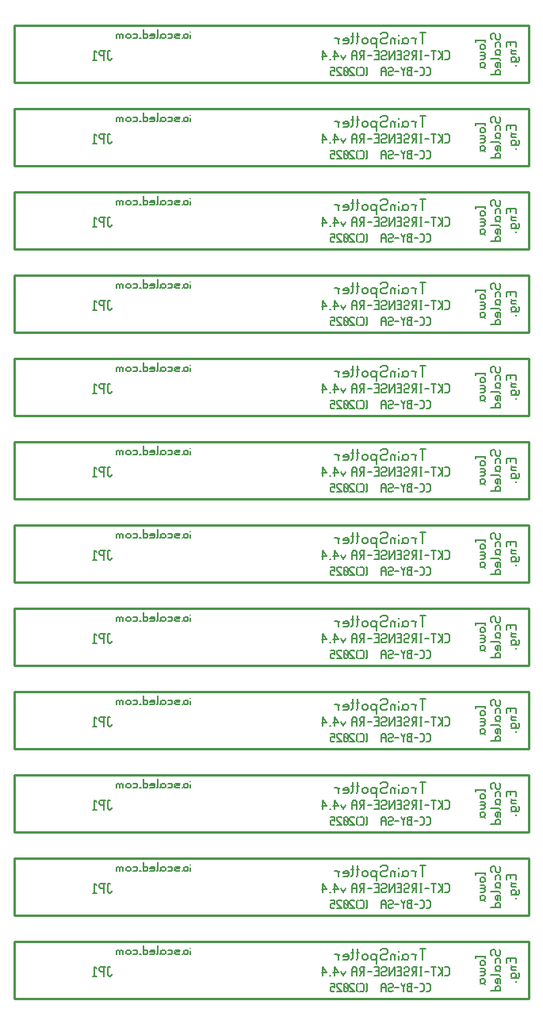
<source format=gbr>
G04 start of page 10 for group -4078 idx -4078 *
G04 Title: (unknown), bottomsilk *
G04 Creator: pcb 4.2.2 *
G04 CreationDate: Tue Dec 31 20:20:16 2024 UTC *
G04 For: ndholmes *
G04 Format: Gerber/RS-274X *
G04 PCB-Dimensions (mil): 3000.00 5500.00 *
G04 PCB-Coordinate-Origin: lower left *
%MOIN*%
%FSLAX25Y25*%
%LNBOTTOMSILK*%
%ADD53C,0.0080*%
%ADD52C,0.0100*%
G54D52*X53000Y479500D02*X269500D01*
Y455500D02*X53000D01*
Y479500D02*Y455500D01*
Y444500D02*X269500D01*
Y420500D02*X53000D01*
Y444500D02*Y420500D01*
Y409500D02*X269500D01*
Y479500D02*Y455500D01*
Y444500D02*Y420500D01*
Y409500D02*Y385500D01*
X53000D01*
Y374500D02*X269500D01*
X53000D02*Y350500D01*
Y409500D02*Y385500D01*
X269500Y350500D02*X53000D01*
X269500Y374500D02*Y350500D01*
X53000Y339500D02*X269500D01*
Y315500D02*X53000D01*
X269500Y339500D02*Y315500D01*
X53000Y339500D02*Y315500D01*
Y304500D02*X269500D01*
Y280500D02*X53000D01*
Y304500D02*Y280500D01*
Y269500D02*X269500D01*
Y245500D02*X53000D01*
Y269500D02*Y245500D01*
X269500Y304500D02*Y280500D01*
Y269500D02*Y245500D01*
X53000Y234500D02*X269500D01*
Y210500D02*X53000D01*
Y234500D02*Y210500D01*
Y199500D02*X269500D01*
Y175500D02*X53000D01*
Y199500D02*Y175500D01*
X269500Y234500D02*Y210500D01*
Y199500D02*Y175500D01*
Y164500D02*Y140500D01*
Y94500D02*Y70500D01*
X53000Y164500D02*X269500D01*
Y129500D02*Y105500D01*
Y140500D02*X53000D01*
Y164500D02*Y140500D01*
Y129500D02*X269500D01*
Y105500D02*X53000D01*
Y129500D02*Y105500D01*
Y94500D02*X269500D01*
X53000D02*Y70500D01*
X269500D02*X53000D01*
G54D53*X126957Y476631D02*Y476720D01*
Y474050D02*Y475385D01*
X124732Y475830D02*X124287Y475385D01*
X124732Y475830D02*X125622D01*
X126067Y475385D02*X125622Y475830D01*
X126067Y474495D02*Y475385D01*
Y474495D02*X125622Y474050D01*
X124287Y474495D02*Y475830D01*
Y474495D02*X123842Y474050D01*
X124732D02*X125622D01*
X124732D02*X124287Y474495D01*
X120994Y474050D02*X122329D01*
X120994D02*X120549Y474495D01*
X120994Y474940D02*X120549Y474495D01*
X120994Y474940D02*X122329D01*
X122774Y475385D02*X122329Y474940D01*
X122774Y475385D02*X122329Y475830D01*
X120994D02*X122329D01*
X120994D02*X120549Y475385D01*
X122774Y474495D02*X122329Y474050D01*
X117701Y475830D02*X119036D01*
X119481Y475385D02*X119036Y475830D01*
X119481Y474495D02*Y475385D01*
Y474495D02*X119036Y474050D01*
X117701D02*X119036D01*
X115298Y475830D02*X114853Y475385D01*
X115298Y475830D02*X116188D01*
X116633Y475385D02*X116188Y475830D01*
X116633Y474495D02*Y475385D01*
Y474495D02*X116188Y474050D01*
X114853Y474495D02*Y475830D01*
Y474495D02*X114408Y474050D01*
X115298D02*X116188D01*
X115298D02*X114853Y474495D01*
X113340D02*Y477610D01*
Y474495D02*X112895Y474050D01*
X110225D02*X111560D01*
X112005Y474495D02*X111560Y474050D01*
X112005Y474495D02*Y475385D01*
X111560Y475830D01*
X110670D02*X111560D01*
X110670D02*X110225Y475385D01*
Y474940D02*X112005D01*
X110225D02*Y475385D01*
X107377Y474050D02*Y477610D01*
X107822Y474050D02*X107377Y474495D01*
X107822Y474050D02*X108712D01*
X109157Y474495D02*X108712Y474050D01*
X109157Y474495D02*Y475385D01*
X108712Y475830D01*
X107822D02*X108712D01*
X107822D02*X107377Y475385D01*
X105864Y474050D02*X106309D01*
X103016Y475830D02*X104351D01*
X104796Y475385D02*X104351Y475830D01*
X104796Y474495D02*Y475385D01*
Y474495D02*X104351Y474050D01*
X103016D02*X104351D01*
X101948Y474495D02*Y475385D01*
X101503Y475830D01*
X100613D02*X101503D01*
X100613D02*X100168Y475385D01*
Y474495D02*Y475385D01*
X100613Y474050D02*X100168Y474495D01*
X100613Y474050D02*X101503D01*
X101948Y474495D02*X101503Y474050D01*
X98655D02*Y475385D01*
X98210Y475830D01*
X97765D02*X98210D01*
X97765D02*X97320Y475385D01*
Y474050D02*Y475385D01*
X96875Y475830D01*
X96430D02*X96875D01*
X96430D02*X95985Y475385D01*
Y474050D02*Y475385D01*
X99100Y475830D02*X98655Y475385D01*
X126957Y441631D02*Y441720D01*
Y439050D02*Y440385D01*
X124732Y440830D02*X124287Y440385D01*
X124732Y440830D02*X125622D01*
X126067Y440385D02*X125622Y440830D01*
X126067Y439495D02*Y440385D01*
Y439495D02*X125622Y439050D01*
X124287Y439495D02*Y440830D01*
Y439495D02*X123842Y439050D01*
X124732D02*X125622D01*
X124732D02*X124287Y439495D01*
X120994Y439050D02*X122329D01*
X120994D02*X120549Y439495D01*
X120994Y439940D02*X120549Y439495D01*
X120994Y439940D02*X122329D01*
X122774Y440385D02*X122329Y439940D01*
X122774Y440385D02*X122329Y440830D01*
X120994D02*X122329D01*
X120994D02*X120549Y440385D01*
X122774Y439495D02*X122329Y439050D01*
X117701Y440830D02*X119036D01*
X119481Y440385D02*X119036Y440830D01*
X119481Y439495D02*Y440385D01*
Y439495D02*X119036Y439050D01*
X117701D02*X119036D01*
X115298Y440830D02*X114853Y440385D01*
X115298Y440830D02*X116188D01*
X116633Y440385D02*X116188Y440830D01*
X116633Y439495D02*Y440385D01*
Y439495D02*X116188Y439050D01*
X114853Y439495D02*Y440830D01*
Y439495D02*X114408Y439050D01*
X115298D02*X116188D01*
X115298D02*X114853Y439495D01*
X113340D02*Y442610D01*
Y439495D02*X112895Y439050D01*
X110225D02*X111560D01*
X112005Y439495D02*X111560Y439050D01*
X112005Y439495D02*Y440385D01*
X111560Y440830D01*
X110670D02*X111560D01*
X110670D02*X110225Y440385D01*
Y439940D02*X112005D01*
X110225D02*Y440385D01*
X107377Y439050D02*Y442610D01*
X107822Y439050D02*X107377Y439495D01*
X107822Y439050D02*X108712D01*
X109157Y439495D02*X108712Y439050D01*
X109157Y439495D02*Y440385D01*
X108712Y440830D01*
X107822D02*X108712D01*
X107822D02*X107377Y440385D01*
X105864Y439050D02*X106309D01*
X103016Y440830D02*X104351D01*
X104796Y440385D02*X104351Y440830D01*
X104796Y439495D02*Y440385D01*
Y439495D02*X104351Y439050D01*
X103016D02*X104351D01*
X101948Y439495D02*Y440385D01*
X101503Y440830D01*
X100613D02*X101503D01*
X100613D02*X100168Y440385D01*
Y439495D02*Y440385D01*
X100613Y439050D02*X100168Y439495D01*
X100613Y439050D02*X101503D01*
X101948Y439495D02*X101503Y439050D01*
X98655D02*Y440385D01*
X98210Y440830D01*
X97765D02*X98210D01*
X97765D02*X97320Y440385D01*
Y439050D02*Y440385D01*
X96875Y440830D01*
X96430D02*X96875D01*
X96430D02*X95985Y440385D01*
Y439050D02*Y440385D01*
X99100Y440830D02*X98655Y440385D01*
X126957Y406631D02*Y406720D01*
Y404050D02*Y405385D01*
X124732Y405830D02*X124287Y405385D01*
X124732Y405830D02*X125622D01*
X126067Y405385D02*X125622Y405830D01*
X126067Y404495D02*Y405385D01*
Y404495D02*X125622Y404050D01*
X124287Y404495D02*Y405830D01*
Y404495D02*X123842Y404050D01*
X124732D02*X125622D01*
X124732D02*X124287Y404495D01*
X120994Y404050D02*X122329D01*
X120994D02*X120549Y404495D01*
X120994Y404940D02*X120549Y404495D01*
X120994Y404940D02*X122329D01*
X122774Y405385D02*X122329Y404940D01*
X122774Y405385D02*X122329Y405830D01*
X120994D02*X122329D01*
X120994D02*X120549Y405385D01*
X122774Y404495D02*X122329Y404050D01*
X117701Y405830D02*X119036D01*
X119481Y405385D02*X119036Y405830D01*
X119481Y404495D02*Y405385D01*
Y404495D02*X119036Y404050D01*
X117701D02*X119036D01*
X115298Y405830D02*X114853Y405385D01*
X115298Y405830D02*X116188D01*
X116633Y405385D02*X116188Y405830D01*
X116633Y404495D02*Y405385D01*
Y404495D02*X116188Y404050D01*
X114853Y404495D02*Y405830D01*
Y404495D02*X114408Y404050D01*
X115298D02*X116188D01*
X115298D02*X114853Y404495D01*
X113340D02*Y407610D01*
Y404495D02*X112895Y404050D01*
X110225D02*X111560D01*
X112005Y404495D02*X111560Y404050D01*
X112005Y404495D02*Y405385D01*
X111560Y405830D01*
X110670D02*X111560D01*
X110670D02*X110225Y405385D01*
Y404940D02*X112005D01*
X110225D02*Y405385D01*
X107377Y404050D02*Y407610D01*
X107822Y404050D02*X107377Y404495D01*
X107822Y404050D02*X108712D01*
X109157Y404495D02*X108712Y404050D01*
X109157Y404495D02*Y405385D01*
X108712Y405830D01*
X107822D02*X108712D01*
X107822D02*X107377Y405385D01*
X105864Y404050D02*X106309D01*
X103016Y405830D02*X104351D01*
X104796Y405385D02*X104351Y405830D01*
X104796Y404495D02*Y405385D01*
Y404495D02*X104351Y404050D01*
X103016D02*X104351D01*
X101948Y404495D02*Y405385D01*
X101503Y405830D01*
X100613D02*X101503D01*
X100613D02*X100168Y405385D01*
Y404495D02*Y405385D01*
X100613Y404050D02*X100168Y404495D01*
X100613Y404050D02*X101503D01*
X101948Y404495D02*X101503Y404050D01*
X98655D02*Y405385D01*
X98210Y405830D01*
X97765D02*X98210D01*
X97765D02*X97320Y405385D01*
Y404050D02*Y405385D01*
X96875Y405830D01*
X96430D02*X96875D01*
X96430D02*X95985Y405385D01*
Y404050D02*Y405385D01*
X99100Y405830D02*X98655Y405385D01*
X126957Y371631D02*Y371720D01*
Y369050D02*Y370385D01*
X124732Y370830D02*X124287Y370385D01*
X124732Y370830D02*X125622D01*
X126067Y370385D02*X125622Y370830D01*
X126067Y369495D02*Y370385D01*
Y369495D02*X125622Y369050D01*
X124287Y369495D02*Y370830D01*
Y369495D02*X123842Y369050D01*
X124732D02*X125622D01*
X124732D02*X124287Y369495D01*
X120994Y369050D02*X122329D01*
X120994D02*X120549Y369495D01*
X120994Y369940D02*X120549Y369495D01*
X120994Y369940D02*X122329D01*
X122774Y370385D02*X122329Y369940D01*
X122774Y370385D02*X122329Y370830D01*
X120994D02*X122329D01*
X120994D02*X120549Y370385D01*
X122774Y369495D02*X122329Y369050D01*
X117701Y370830D02*X119036D01*
X119481Y370385D02*X119036Y370830D01*
X119481Y369495D02*Y370385D01*
Y369495D02*X119036Y369050D01*
X117701D02*X119036D01*
X115298Y370830D02*X114853Y370385D01*
X115298Y370830D02*X116188D01*
X116633Y370385D02*X116188Y370830D01*
X116633Y369495D02*Y370385D01*
Y369495D02*X116188Y369050D01*
X114853Y369495D02*Y370830D01*
Y369495D02*X114408Y369050D01*
X115298D02*X116188D01*
X115298D02*X114853Y369495D01*
X113340D02*Y372610D01*
Y369495D02*X112895Y369050D01*
X110225D02*X111560D01*
X112005Y369495D02*X111560Y369050D01*
X112005Y369495D02*Y370385D01*
X111560Y370830D01*
X110670D02*X111560D01*
X110670D02*X110225Y370385D01*
Y369940D02*X112005D01*
X110225D02*Y370385D01*
X107377Y369050D02*Y372610D01*
X107822Y369050D02*X107377Y369495D01*
X107822Y369050D02*X108712D01*
X109157Y369495D02*X108712Y369050D01*
X109157Y369495D02*Y370385D01*
X108712Y370830D01*
X107822D02*X108712D01*
X107822D02*X107377Y370385D01*
X105864Y369050D02*X106309D01*
X103016Y370830D02*X104351D01*
X104796Y370385D02*X104351Y370830D01*
X104796Y369495D02*Y370385D01*
Y369495D02*X104351Y369050D01*
X103016D02*X104351D01*
X101948Y369495D02*Y370385D01*
X101503Y370830D01*
X100613D02*X101503D01*
X100613D02*X100168Y370385D01*
Y369495D02*Y370385D01*
X100613Y369050D02*X100168Y369495D01*
X100613Y369050D02*X101503D01*
X101948Y369495D02*X101503Y369050D01*
X98655D02*Y370385D01*
X98210Y370830D01*
X97765D02*X98210D01*
X97765D02*X97320Y370385D01*
Y369050D02*Y370385D01*
X96875Y370830D01*
X96430D02*X96875D01*
X96430D02*X95985Y370385D01*
Y369050D02*Y370385D01*
X99100Y370830D02*X98655Y370385D01*
X126957Y336631D02*Y336720D01*
Y334050D02*Y335385D01*
X124732Y335830D02*X124287Y335385D01*
X124732Y335830D02*X125622D01*
X126067Y335385D02*X125622Y335830D01*
X126067Y334495D02*Y335385D01*
Y334495D02*X125622Y334050D01*
X124287Y334495D02*Y335830D01*
Y334495D02*X123842Y334050D01*
X124732D02*X125622D01*
X124732D02*X124287Y334495D01*
X120994Y334050D02*X122329D01*
X120994D02*X120549Y334495D01*
X120994Y334940D02*X120549Y334495D01*
X120994Y334940D02*X122329D01*
X122774Y335385D02*X122329Y334940D01*
X122774Y335385D02*X122329Y335830D01*
X120994D02*X122329D01*
X120994D02*X120549Y335385D01*
X122774Y334495D02*X122329Y334050D01*
X117701Y335830D02*X119036D01*
X119481Y335385D02*X119036Y335830D01*
X119481Y334495D02*Y335385D01*
Y334495D02*X119036Y334050D01*
X117701D02*X119036D01*
X115298Y335830D02*X114853Y335385D01*
X115298Y335830D02*X116188D01*
X116633Y335385D02*X116188Y335830D01*
X116633Y334495D02*Y335385D01*
Y334495D02*X116188Y334050D01*
X114853Y334495D02*Y335830D01*
Y334495D02*X114408Y334050D01*
X115298D02*X116188D01*
X115298D02*X114853Y334495D01*
X113340D02*Y337610D01*
Y334495D02*X112895Y334050D01*
X110225D02*X111560D01*
X112005Y334495D02*X111560Y334050D01*
X112005Y334495D02*Y335385D01*
X111560Y335830D01*
X110670D02*X111560D01*
X110670D02*X110225Y335385D01*
Y334940D02*X112005D01*
X110225D02*Y335385D01*
X107377Y334050D02*Y337610D01*
X107822Y334050D02*X107377Y334495D01*
X107822Y334050D02*X108712D01*
X109157Y334495D02*X108712Y334050D01*
X109157Y334495D02*Y335385D01*
X108712Y335830D01*
X107822D02*X108712D01*
X107822D02*X107377Y335385D01*
X105864Y334050D02*X106309D01*
X103016Y335830D02*X104351D01*
X104796Y335385D02*X104351Y335830D01*
X104796Y334495D02*Y335385D01*
Y334495D02*X104351Y334050D01*
X103016D02*X104351D01*
X101948Y334495D02*Y335385D01*
X101503Y335830D01*
X100613D02*X101503D01*
X100613D02*X100168Y335385D01*
Y334495D02*Y335385D01*
X100613Y334050D02*X100168Y334495D01*
X100613Y334050D02*X101503D01*
X101948Y334495D02*X101503Y334050D01*
X98655D02*Y335385D01*
X98210Y335830D01*
X97765D02*X98210D01*
X97765D02*X97320Y335385D01*
Y334050D02*Y335385D01*
X96875Y335830D01*
X96430D02*X96875D01*
X96430D02*X95985Y335385D01*
Y334050D02*Y335385D01*
X99100Y335830D02*X98655Y335385D01*
X126957Y301631D02*Y301720D01*
Y299050D02*Y300385D01*
X124732Y300830D02*X124287Y300385D01*
X124732Y300830D02*X125622D01*
X126067Y300385D02*X125622Y300830D01*
X126067Y299495D02*Y300385D01*
Y299495D02*X125622Y299050D01*
X124287Y299495D02*Y300830D01*
Y299495D02*X123842Y299050D01*
X124732D02*X125622D01*
X124732D02*X124287Y299495D01*
X120994Y299050D02*X122329D01*
X120994D02*X120549Y299495D01*
X120994Y299940D02*X120549Y299495D01*
X120994Y299940D02*X122329D01*
X122774Y300385D02*X122329Y299940D01*
X122774Y300385D02*X122329Y300830D01*
X120994D02*X122329D01*
X120994D02*X120549Y300385D01*
X122774Y299495D02*X122329Y299050D01*
X117701Y300830D02*X119036D01*
X119481Y300385D02*X119036Y300830D01*
X119481Y299495D02*Y300385D01*
Y299495D02*X119036Y299050D01*
X117701D02*X119036D01*
X115298Y300830D02*X114853Y300385D01*
X115298Y300830D02*X116188D01*
X116633Y300385D02*X116188Y300830D01*
X116633Y299495D02*Y300385D01*
Y299495D02*X116188Y299050D01*
X114853Y299495D02*Y300830D01*
Y299495D02*X114408Y299050D01*
X115298D02*X116188D01*
X115298D02*X114853Y299495D01*
X113340D02*Y302610D01*
Y299495D02*X112895Y299050D01*
X110225D02*X111560D01*
X112005Y299495D02*X111560Y299050D01*
X112005Y299495D02*Y300385D01*
X111560Y300830D01*
X110670D02*X111560D01*
X110670D02*X110225Y300385D01*
Y299940D02*X112005D01*
X110225D02*Y300385D01*
X107377Y299050D02*Y302610D01*
X107822Y299050D02*X107377Y299495D01*
X107822Y299050D02*X108712D01*
X109157Y299495D02*X108712Y299050D01*
X109157Y299495D02*Y300385D01*
X108712Y300830D01*
X107822D02*X108712D01*
X107822D02*X107377Y300385D01*
X105864Y299050D02*X106309D01*
X103016Y300830D02*X104351D01*
X104796Y300385D02*X104351Y300830D01*
X104796Y299495D02*Y300385D01*
Y299495D02*X104351Y299050D01*
X103016D02*X104351D01*
X101948Y299495D02*Y300385D01*
X101503Y300830D01*
X100613D02*X101503D01*
X100613D02*X100168Y300385D01*
Y299495D02*Y300385D01*
X100613Y299050D02*X100168Y299495D01*
X100613Y299050D02*X101503D01*
X101948Y299495D02*X101503Y299050D01*
X98655D02*Y300385D01*
X98210Y300830D01*
X97765D02*X98210D01*
X97765D02*X97320Y300385D01*
Y299050D02*Y300385D01*
X96875Y300830D01*
X96430D02*X96875D01*
X96430D02*X95985Y300385D01*
Y299050D02*Y300385D01*
X99100Y300830D02*X98655Y300385D01*
X126957Y266631D02*Y266720D01*
Y264050D02*Y265385D01*
X124732Y265830D02*X124287Y265385D01*
X124732Y265830D02*X125622D01*
X126067Y265385D02*X125622Y265830D01*
X126067Y264495D02*Y265385D01*
Y264495D02*X125622Y264050D01*
X124287Y264495D02*Y265830D01*
Y264495D02*X123842Y264050D01*
X124732D02*X125622D01*
X124732D02*X124287Y264495D01*
X120994Y264050D02*X122329D01*
X120994D02*X120549Y264495D01*
X120994Y264940D02*X120549Y264495D01*
X120994Y264940D02*X122329D01*
X122774Y265385D02*X122329Y264940D01*
X122774Y265385D02*X122329Y265830D01*
X120994D02*X122329D01*
X120994D02*X120549Y265385D01*
X122774Y264495D02*X122329Y264050D01*
X117701Y265830D02*X119036D01*
X119481Y265385D02*X119036Y265830D01*
X119481Y264495D02*Y265385D01*
Y264495D02*X119036Y264050D01*
X117701D02*X119036D01*
X115298Y265830D02*X114853Y265385D01*
X115298Y265830D02*X116188D01*
X116633Y265385D02*X116188Y265830D01*
X116633Y264495D02*Y265385D01*
Y264495D02*X116188Y264050D01*
X114853Y264495D02*Y265830D01*
Y264495D02*X114408Y264050D01*
X115298D02*X116188D01*
X115298D02*X114853Y264495D01*
X113340D02*Y267610D01*
Y264495D02*X112895Y264050D01*
X110225D02*X111560D01*
X112005Y264495D02*X111560Y264050D01*
X112005Y264495D02*Y265385D01*
X111560Y265830D01*
X110670D02*X111560D01*
X110670D02*X110225Y265385D01*
Y264940D02*X112005D01*
X110225D02*Y265385D01*
X107377Y264050D02*Y267610D01*
X107822Y264050D02*X107377Y264495D01*
X107822Y264050D02*X108712D01*
X109157Y264495D02*X108712Y264050D01*
X109157Y264495D02*Y265385D01*
X108712Y265830D01*
X107822D02*X108712D01*
X107822D02*X107377Y265385D01*
X105864Y264050D02*X106309D01*
X103016Y265830D02*X104351D01*
X104796Y265385D02*X104351Y265830D01*
X104796Y264495D02*Y265385D01*
Y264495D02*X104351Y264050D01*
X103016D02*X104351D01*
X101948Y264495D02*Y265385D01*
X101503Y265830D01*
X100613D02*X101503D01*
X100613D02*X100168Y265385D01*
Y264495D02*Y265385D01*
X100613Y264050D02*X100168Y264495D01*
X100613Y264050D02*X101503D01*
X101948Y264495D02*X101503Y264050D01*
X98655D02*Y265385D01*
X98210Y265830D01*
X97765D02*X98210D01*
X97765D02*X97320Y265385D01*
Y264050D02*Y265385D01*
X96875Y265830D01*
X96430D02*X96875D01*
X96430D02*X95985Y265385D01*
Y264050D02*Y265385D01*
X99100Y265830D02*X98655Y265385D01*
X126957Y231631D02*Y231720D01*
Y229050D02*Y230385D01*
X124732Y230830D02*X124287Y230385D01*
X124732Y230830D02*X125622D01*
X126067Y230385D02*X125622Y230830D01*
X126067Y229495D02*Y230385D01*
Y229495D02*X125622Y229050D01*
X124287Y229495D02*Y230830D01*
Y229495D02*X123842Y229050D01*
X124732D02*X125622D01*
X124732D02*X124287Y229495D01*
X120994Y229050D02*X122329D01*
X120994D02*X120549Y229495D01*
X120994Y229940D02*X120549Y229495D01*
X120994Y229940D02*X122329D01*
X122774Y230385D02*X122329Y229940D01*
X122774Y230385D02*X122329Y230830D01*
X120994D02*X122329D01*
X120994D02*X120549Y230385D01*
X122774Y229495D02*X122329Y229050D01*
X117701Y230830D02*X119036D01*
X119481Y230385D02*X119036Y230830D01*
X119481Y229495D02*Y230385D01*
Y229495D02*X119036Y229050D01*
X117701D02*X119036D01*
X115298Y230830D02*X114853Y230385D01*
X115298Y230830D02*X116188D01*
X116633Y230385D02*X116188Y230830D01*
X116633Y229495D02*Y230385D01*
Y229495D02*X116188Y229050D01*
X114853Y229495D02*Y230830D01*
Y229495D02*X114408Y229050D01*
X115298D02*X116188D01*
X115298D02*X114853Y229495D01*
X113340D02*Y232610D01*
Y229495D02*X112895Y229050D01*
X110225D02*X111560D01*
X112005Y229495D02*X111560Y229050D01*
X112005Y229495D02*Y230385D01*
X111560Y230830D01*
X110670D02*X111560D01*
X110670D02*X110225Y230385D01*
Y229940D02*X112005D01*
X110225D02*Y230385D01*
X107377Y229050D02*Y232610D01*
X107822Y229050D02*X107377Y229495D01*
X107822Y229050D02*X108712D01*
X109157Y229495D02*X108712Y229050D01*
X109157Y229495D02*Y230385D01*
X108712Y230830D01*
X107822D02*X108712D01*
X107822D02*X107377Y230385D01*
X105864Y229050D02*X106309D01*
X103016Y230830D02*X104351D01*
X104796Y230385D02*X104351Y230830D01*
X104796Y229495D02*Y230385D01*
Y229495D02*X104351Y229050D01*
X103016D02*X104351D01*
X101948Y229495D02*Y230385D01*
X101503Y230830D01*
X100613D02*X101503D01*
X100613D02*X100168Y230385D01*
Y229495D02*Y230385D01*
X100613Y229050D02*X100168Y229495D01*
X100613Y229050D02*X101503D01*
X101948Y229495D02*X101503Y229050D01*
X98655D02*Y230385D01*
X98210Y230830D01*
X97765D02*X98210D01*
X97765D02*X97320Y230385D01*
Y229050D02*Y230385D01*
X96875Y230830D01*
X96430D02*X96875D01*
X96430D02*X95985Y230385D01*
Y229050D02*Y230385D01*
X99100Y230830D02*X98655Y230385D01*
X126957Y196631D02*Y196720D01*
Y194050D02*Y195385D01*
X124732Y195830D02*X124287Y195385D01*
X124732Y195830D02*X125622D01*
X126067Y195385D02*X125622Y195830D01*
X126067Y194495D02*Y195385D01*
Y194495D02*X125622Y194050D01*
X124287Y194495D02*Y195830D01*
Y194495D02*X123842Y194050D01*
X124732D02*X125622D01*
X124732D02*X124287Y194495D01*
X120994Y194050D02*X122329D01*
X120994D02*X120549Y194495D01*
X120994Y194940D02*X120549Y194495D01*
X120994Y194940D02*X122329D01*
X122774Y195385D02*X122329Y194940D01*
X122774Y195385D02*X122329Y195830D01*
X120994D02*X122329D01*
X120994D02*X120549Y195385D01*
X122774Y194495D02*X122329Y194050D01*
X117701Y195830D02*X119036D01*
X119481Y195385D02*X119036Y195830D01*
X119481Y194495D02*Y195385D01*
Y194495D02*X119036Y194050D01*
X117701D02*X119036D01*
X115298Y195830D02*X114853Y195385D01*
X115298Y195830D02*X116188D01*
X116633Y195385D02*X116188Y195830D01*
X116633Y194495D02*Y195385D01*
Y194495D02*X116188Y194050D01*
X114853Y194495D02*Y195830D01*
Y194495D02*X114408Y194050D01*
X115298D02*X116188D01*
X115298D02*X114853Y194495D01*
X113340D02*Y197610D01*
Y194495D02*X112895Y194050D01*
X110225D02*X111560D01*
X112005Y194495D02*X111560Y194050D01*
X112005Y194495D02*Y195385D01*
X111560Y195830D01*
X110670D02*X111560D01*
X110670D02*X110225Y195385D01*
Y194940D02*X112005D01*
X110225D02*Y195385D01*
X107377Y194050D02*Y197610D01*
X107822Y194050D02*X107377Y194495D01*
X107822Y194050D02*X108712D01*
X109157Y194495D02*X108712Y194050D01*
X109157Y194495D02*Y195385D01*
X108712Y195830D01*
X107822D02*X108712D01*
X107822D02*X107377Y195385D01*
X105864Y194050D02*X106309D01*
X103016Y195830D02*X104351D01*
X104796Y195385D02*X104351Y195830D01*
X104796Y194495D02*Y195385D01*
Y194495D02*X104351Y194050D01*
X103016D02*X104351D01*
X101948Y194495D02*Y195385D01*
X101503Y195830D01*
X100613D02*X101503D01*
X100613D02*X100168Y195385D01*
Y194495D02*Y195385D01*
X100613Y194050D02*X100168Y194495D01*
X100613Y194050D02*X101503D01*
X101948Y194495D02*X101503Y194050D01*
X98655D02*Y195385D01*
X98210Y195830D01*
X97765D02*X98210D01*
X97765D02*X97320Y195385D01*
Y194050D02*Y195385D01*
X96875Y195830D01*
X96430D02*X96875D01*
X96430D02*X95985Y195385D01*
Y194050D02*Y195385D01*
X99100Y195830D02*X98655Y195385D01*
X126957Y161631D02*Y161720D01*
Y159050D02*Y160385D01*
X124732Y160830D02*X124287Y160385D01*
X124732Y160830D02*X125622D01*
X126067Y160385D02*X125622Y160830D01*
X126067Y159495D02*Y160385D01*
Y159495D02*X125622Y159050D01*
X124287Y159495D02*Y160830D01*
Y159495D02*X123842Y159050D01*
X124732D02*X125622D01*
X124732D02*X124287Y159495D01*
X120994Y159050D02*X122329D01*
X120994D02*X120549Y159495D01*
X120994Y159940D02*X120549Y159495D01*
X120994Y159940D02*X122329D01*
X122774Y160385D02*X122329Y159940D01*
X122774Y160385D02*X122329Y160830D01*
X120994D02*X122329D01*
X120994D02*X120549Y160385D01*
X122774Y159495D02*X122329Y159050D01*
X117701Y160830D02*X119036D01*
X119481Y160385D02*X119036Y160830D01*
X119481Y159495D02*Y160385D01*
Y159495D02*X119036Y159050D01*
X117701D02*X119036D01*
X115298Y160830D02*X114853Y160385D01*
X115298Y160830D02*X116188D01*
X116633Y160385D02*X116188Y160830D01*
X116633Y159495D02*Y160385D01*
Y159495D02*X116188Y159050D01*
X114853Y159495D02*Y160830D01*
Y159495D02*X114408Y159050D01*
X115298D02*X116188D01*
X115298D02*X114853Y159495D01*
X113340D02*Y162610D01*
Y159495D02*X112895Y159050D01*
X110225D02*X111560D01*
X112005Y159495D02*X111560Y159050D01*
X112005Y159495D02*Y160385D01*
X111560Y160830D01*
X110670D02*X111560D01*
X110670D02*X110225Y160385D01*
Y159940D02*X112005D01*
X110225D02*Y160385D01*
X107377Y159050D02*Y162610D01*
X107822Y159050D02*X107377Y159495D01*
X107822Y159050D02*X108712D01*
X109157Y159495D02*X108712Y159050D01*
X109157Y159495D02*Y160385D01*
X108712Y160830D01*
X107822D02*X108712D01*
X107822D02*X107377Y160385D01*
X105864Y159050D02*X106309D01*
X103016Y160830D02*X104351D01*
X104796Y160385D02*X104351Y160830D01*
X104796Y159495D02*Y160385D01*
Y159495D02*X104351Y159050D01*
X103016D02*X104351D01*
X101948Y159495D02*Y160385D01*
X101503Y160830D01*
X100613D02*X101503D01*
X100613D02*X100168Y160385D01*
Y159495D02*Y160385D01*
X100613Y159050D02*X100168Y159495D01*
X100613Y159050D02*X101503D01*
X101948Y159495D02*X101503Y159050D01*
X98655D02*Y160385D01*
X98210Y160830D01*
X97765D02*X98210D01*
X97765D02*X97320Y160385D01*
Y159050D02*Y160385D01*
X96875Y160830D01*
X96430D02*X96875D01*
X96430D02*X95985Y160385D01*
Y159050D02*Y160385D01*
X99100Y160830D02*X98655Y160385D01*
X126957Y126631D02*Y126720D01*
Y124050D02*Y125385D01*
X124732Y125830D02*X124287Y125385D01*
X124732Y125830D02*X125622D01*
X126067Y125385D02*X125622Y125830D01*
X126067Y124495D02*Y125385D01*
Y124495D02*X125622Y124050D01*
X124287Y124495D02*Y125830D01*
Y124495D02*X123842Y124050D01*
X124732D02*X125622D01*
X124732D02*X124287Y124495D01*
X120994Y124050D02*X122329D01*
X120994D02*X120549Y124495D01*
X120994Y124940D02*X120549Y124495D01*
X120994Y124940D02*X122329D01*
X122774Y125385D02*X122329Y124940D01*
X122774Y125385D02*X122329Y125830D01*
X120994D02*X122329D01*
X120994D02*X120549Y125385D01*
X122774Y124495D02*X122329Y124050D01*
X117701Y125830D02*X119036D01*
X119481Y125385D02*X119036Y125830D01*
X119481Y124495D02*Y125385D01*
Y124495D02*X119036Y124050D01*
X117701D02*X119036D01*
X115298Y125830D02*X114853Y125385D01*
X115298Y125830D02*X116188D01*
X116633Y125385D02*X116188Y125830D01*
X116633Y124495D02*Y125385D01*
Y124495D02*X116188Y124050D01*
X114853Y124495D02*Y125830D01*
Y124495D02*X114408Y124050D01*
X115298D02*X116188D01*
X115298D02*X114853Y124495D01*
X113340D02*Y127610D01*
Y124495D02*X112895Y124050D01*
X110225D02*X111560D01*
X112005Y124495D02*X111560Y124050D01*
X112005Y124495D02*Y125385D01*
X111560Y125830D01*
X110670D02*X111560D01*
X110670D02*X110225Y125385D01*
Y124940D02*X112005D01*
X110225D02*Y125385D01*
X107377Y124050D02*Y127610D01*
X107822Y124050D02*X107377Y124495D01*
X107822Y124050D02*X108712D01*
X109157Y124495D02*X108712Y124050D01*
X109157Y124495D02*Y125385D01*
X108712Y125830D01*
X107822D02*X108712D01*
X107822D02*X107377Y125385D01*
X105864Y124050D02*X106309D01*
X103016Y125830D02*X104351D01*
X104796Y125385D02*X104351Y125830D01*
X104796Y124495D02*Y125385D01*
Y124495D02*X104351Y124050D01*
X103016D02*X104351D01*
X101948Y124495D02*Y125385D01*
X101503Y125830D01*
X100613D02*X101503D01*
X100613D02*X100168Y125385D01*
Y124495D02*Y125385D01*
X100613Y124050D02*X100168Y124495D01*
X100613Y124050D02*X101503D01*
X101948Y124495D02*X101503Y124050D01*
X98655D02*Y125385D01*
X98210Y125830D01*
X97765D02*X98210D01*
X97765D02*X97320Y125385D01*
Y124050D02*Y125385D01*
X96875Y125830D01*
X96430D02*X96875D01*
X96430D02*X95985Y125385D01*
Y124050D02*Y125385D01*
X99100Y125830D02*X98655Y125385D01*
X126957Y91631D02*Y91720D01*
Y89050D02*Y90385D01*
X124732Y90830D02*X124287Y90385D01*
X124732Y90830D02*X125622D01*
X126067Y90385D02*X125622Y90830D01*
X126067Y89495D02*Y90385D01*
Y89495D02*X125622Y89050D01*
X124287Y89495D02*Y90830D01*
Y89495D02*X123842Y89050D01*
X124732D02*X125622D01*
X124732D02*X124287Y89495D01*
X120994Y89050D02*X122329D01*
X120994D02*X120549Y89495D01*
X120994Y89940D02*X120549Y89495D01*
X120994Y89940D02*X122329D01*
X122774Y90385D02*X122329Y89940D01*
X122774Y90385D02*X122329Y90830D01*
X120994D02*X122329D01*
X120994D02*X120549Y90385D01*
X122774Y89495D02*X122329Y89050D01*
X117701Y90830D02*X119036D01*
X119481Y90385D02*X119036Y90830D01*
X119481Y89495D02*Y90385D01*
Y89495D02*X119036Y89050D01*
X117701D02*X119036D01*
X115298Y90830D02*X114853Y90385D01*
X115298Y90830D02*X116188D01*
X116633Y90385D02*X116188Y90830D01*
X116633Y89495D02*Y90385D01*
Y89495D02*X116188Y89050D01*
X114853Y89495D02*Y90830D01*
Y89495D02*X114408Y89050D01*
X115298D02*X116188D01*
X115298D02*X114853Y89495D01*
X113340D02*Y92610D01*
Y89495D02*X112895Y89050D01*
X110225D02*X111560D01*
X112005Y89495D02*X111560Y89050D01*
X112005Y89495D02*Y90385D01*
X111560Y90830D01*
X110670D02*X111560D01*
X110670D02*X110225Y90385D01*
Y89940D02*X112005D01*
X110225D02*Y90385D01*
X107377Y89050D02*Y92610D01*
X107822Y89050D02*X107377Y89495D01*
X107822Y89050D02*X108712D01*
X109157Y89495D02*X108712Y89050D01*
X109157Y89495D02*Y90385D01*
X108712Y90830D01*
X107822D02*X108712D01*
X107822D02*X107377Y90385D01*
X105864Y89050D02*X106309D01*
X103016Y90830D02*X104351D01*
X104796Y90385D02*X104351Y90830D01*
X104796Y89495D02*Y90385D01*
Y89495D02*X104351Y89050D01*
X103016D02*X104351D01*
X101948Y89495D02*Y90385D01*
X101503Y90830D01*
X100613D02*X101503D01*
X100613D02*X100168Y90385D01*
Y89495D02*Y90385D01*
X100613Y89050D02*X100168Y89495D01*
X100613Y89050D02*X101503D01*
X101948Y89495D02*X101503Y89050D01*
X98655D02*Y90385D01*
X98210Y90830D01*
X97765D02*X98210D01*
X97765D02*X97320Y90385D01*
Y89050D02*Y90385D01*
X96875Y90830D01*
X96430D02*X96875D01*
X96430D02*X95985Y90385D01*
Y89050D02*Y90385D01*
X99100Y90830D02*X98655Y90385D01*
X261800Y436000D02*Y437500D01*
X264000Y435500D02*Y437500D01*
X260000D02*X264000D01*
X260000Y435500D02*Y437500D01*
X262500Y433800D02*X264000D01*
X262500D02*X262000Y433300D01*
Y432800D02*Y433300D01*
Y432800D02*X262500Y432300D01*
X264000D01*
X262000Y434300D02*X262500Y433800D01*
X262000Y429600D02*X262500Y429100D01*
X262000Y429600D02*Y430600D01*
X262500Y431100D02*X262000Y430600D01*
X262500Y431100D02*X263500D01*
X264000Y430600D01*
Y429600D02*Y430600D01*
Y429600D02*X263500Y429100D01*
X265000Y431100D02*X265500Y430600D01*
Y429600D02*Y430600D01*
Y429600D02*X265000Y429100D01*
X262000D02*X265000D01*
X264000Y427400D02*Y427900D01*
X261800Y401000D02*Y402500D01*
X264000Y400500D02*Y402500D01*
X260000D02*X264000D01*
X260000Y400500D02*Y402500D01*
X262500Y398800D02*X264000D01*
X262500D02*X262000Y398300D01*
Y397800D02*Y398300D01*
Y397800D02*X262500Y397300D01*
X264000D01*
X262000Y399300D02*X262500Y398800D01*
X262000Y394600D02*X262500Y394100D01*
X262000Y394600D02*Y395600D01*
X262500Y396100D02*X262000Y395600D01*
X262500Y396100D02*X263500D01*
X264000Y395600D01*
Y394600D02*Y395600D01*
Y394600D02*X263500Y394100D01*
X265000Y396100D02*X265500Y395600D01*
Y394600D02*Y395600D01*
Y394600D02*X265000Y394100D01*
X262000D02*X265000D01*
X264000Y392400D02*Y392900D01*
X261800Y366000D02*Y367500D01*
X264000Y365500D02*Y367500D01*
X260000D02*X264000D01*
X260000Y365500D02*Y367500D01*
X262500Y363800D02*X264000D01*
X262500D02*X262000Y363300D01*
Y362800D02*Y363300D01*
Y362800D02*X262500Y362300D01*
X264000D01*
X262000Y364300D02*X262500Y363800D01*
X262000Y359600D02*X262500Y359100D01*
X262000Y359600D02*Y360600D01*
X262500Y361100D02*X262000Y360600D01*
X262500Y361100D02*X263500D01*
X264000Y360600D01*
Y359600D02*Y360600D01*
Y359600D02*X263500Y359100D01*
X265000Y361100D02*X265500Y360600D01*
Y359600D02*Y360600D01*
Y359600D02*X265000Y359100D01*
X262000D02*X265000D01*
X264000Y357400D02*Y357900D01*
X261800Y331000D02*Y332500D01*
X264000Y330500D02*Y332500D01*
X260000D02*X264000D01*
X260000Y330500D02*Y332500D01*
X262500Y328800D02*X264000D01*
X262500D02*X262000Y328300D01*
Y327800D02*Y328300D01*
Y327800D02*X262500Y327300D01*
X264000D01*
X262000Y329300D02*X262500Y328800D01*
X262000Y324600D02*X262500Y324100D01*
X262000Y324600D02*Y325600D01*
X262500Y326100D02*X262000Y325600D01*
X262500Y326100D02*X263500D01*
X264000Y325600D01*
Y324600D02*Y325600D01*
Y324600D02*X263500Y324100D01*
X265000Y326100D02*X265500Y325600D01*
Y324600D02*Y325600D01*
Y324600D02*X265000Y324100D01*
X262000D02*X265000D01*
X264000Y322400D02*Y322900D01*
X253500Y439000D02*X254000Y438500D01*
X253500Y439000D02*Y440500D01*
X254000Y441000D02*X253500Y440500D01*
X254000Y441000D02*X255000D01*
X255500Y440500D01*
Y439000D02*Y440500D01*
Y439000D02*X256000Y438500D01*
X257000D01*
X257500Y439000D02*X257000Y438500D01*
X257500Y439000D02*Y440500D01*
X257000Y441000D02*X257500Y440500D01*
X255500Y435300D02*Y436800D01*
X256000Y437300D02*X255500Y436800D01*
X256000Y437300D02*X257000D01*
X257500Y436800D01*
Y435300D02*Y436800D01*
X255500Y432600D02*X256000Y432100D01*
X255500Y432600D02*Y433600D01*
X256000Y434100D02*X255500Y433600D01*
X256000Y434100D02*X257000D01*
X257500Y433600D01*
X255500Y432100D02*X257000D01*
X257500Y431600D01*
Y432600D02*Y433600D01*
Y432600D02*X257000Y432100D01*
X253500Y430400D02*X257000D01*
X257500Y429900D01*
Y426900D02*Y428400D01*
X257000Y428900D02*X257500Y428400D01*
X256000Y428900D02*X257000D01*
X256000D02*X255500Y428400D01*
Y427400D02*Y428400D01*
Y427400D02*X256000Y426900D01*
X256500D02*Y428900D01*
X256000Y426900D02*X256500D01*
X253500Y423700D02*X257500D01*
Y424200D02*X257000Y423700D01*
X257500Y424200D02*Y425200D01*
X257000Y425700D02*X257500Y425200D01*
X256000Y425700D02*X257000D01*
X256000D02*X255500Y425200D01*
Y424200D02*Y425200D01*
Y424200D02*X256000Y423700D01*
X253500Y404000D02*X254000Y403500D01*
X253500Y404000D02*Y405500D01*
X254000Y406000D02*X253500Y405500D01*
X254000Y406000D02*X255000D01*
X255500Y405500D01*
Y404000D02*Y405500D01*
Y404000D02*X256000Y403500D01*
X257000D01*
X257500Y404000D02*X257000Y403500D01*
X257500Y404000D02*Y405500D01*
X257000Y406000D02*X257500Y405500D01*
X255500Y400300D02*Y401800D01*
X256000Y402300D02*X255500Y401800D01*
X256000Y402300D02*X257000D01*
X257500Y401800D01*
Y400300D02*Y401800D01*
X255500Y397600D02*X256000Y397100D01*
X255500Y397600D02*Y398600D01*
X256000Y399100D02*X255500Y398600D01*
X256000Y399100D02*X257000D01*
X257500Y398600D01*
X255500Y397100D02*X257000D01*
X257500Y396600D01*
Y397600D02*Y398600D01*
Y397600D02*X257000Y397100D01*
X253500Y395400D02*X257000D01*
X257500Y394900D01*
Y391900D02*Y393400D01*
X257000Y393900D02*X257500Y393400D01*
X256000Y393900D02*X257000D01*
X256000D02*X255500Y393400D01*
Y392400D02*Y393400D01*
Y392400D02*X256000Y391900D01*
X256500D02*Y393900D01*
X256000Y391900D02*X256500D01*
X253500Y388700D02*X257500D01*
Y389200D02*X257000Y388700D01*
X257500Y389200D02*Y390200D01*
X257000Y390700D02*X257500Y390200D01*
X256000Y390700D02*X257000D01*
X256000D02*X255500Y390200D01*
Y389200D02*Y390200D01*
Y389200D02*X256000Y388700D01*
X247000Y402500D02*Y403500D01*
Y403000D02*X251000D01*
Y402500D02*Y403500D01*
X249500Y401300D02*X250500D01*
X249500D02*X249000Y400800D01*
Y399800D02*Y400800D01*
Y399800D02*X249500Y399300D01*
X250500D01*
X251000Y399800D02*X250500Y399300D01*
X251000Y399800D02*Y400800D01*
X250500Y401300D02*X251000Y400800D01*
X249000Y398100D02*X250500D01*
X251000Y397600D01*
Y397100D02*Y397600D01*
Y397100D02*X250500Y396600D01*
X249000D02*X250500D01*
X251000Y396100D01*
Y395600D02*Y396100D01*
Y395600D02*X250500Y395100D01*
X249000D02*X250500D01*
X249000Y392400D02*X249500Y391900D01*
X249000Y392400D02*Y393400D01*
X249500Y393900D02*X249000Y393400D01*
X249500Y393900D02*X250500D01*
X251000Y393400D01*
X249000Y391900D02*X250500D01*
X251000Y391400D01*
Y392400D02*Y393400D01*
Y392400D02*X250500Y391900D01*
X253500Y369000D02*X254000Y368500D01*
X253500Y369000D02*Y370500D01*
X254000Y371000D02*X253500Y370500D01*
X254000Y371000D02*X255000D01*
X255500Y370500D01*
Y369000D02*Y370500D01*
Y369000D02*X256000Y368500D01*
X257000D01*
X257500Y369000D02*X257000Y368500D01*
X257500Y369000D02*Y370500D01*
X257000Y371000D02*X257500Y370500D01*
X255500Y365300D02*Y366800D01*
X256000Y367300D02*X255500Y366800D01*
X256000Y367300D02*X257000D01*
X257500Y366800D01*
Y365300D02*Y366800D01*
X255500Y362600D02*X256000Y362100D01*
X255500Y362600D02*Y363600D01*
X256000Y364100D02*X255500Y363600D01*
X256000Y364100D02*X257000D01*
X257500Y363600D01*
X255500Y362100D02*X257000D01*
X257500Y361600D01*
Y362600D02*Y363600D01*
Y362600D02*X257000Y362100D01*
X253500Y360400D02*X257000D01*
X257500Y359900D01*
Y356900D02*Y358400D01*
X257000Y358900D02*X257500Y358400D01*
X256000Y358900D02*X257000D01*
X256000D02*X255500Y358400D01*
Y357400D02*Y358400D01*
Y357400D02*X256000Y356900D01*
X256500D02*Y358900D01*
X256000Y356900D02*X256500D01*
X253500Y353700D02*X257500D01*
Y354200D02*X257000Y353700D01*
X257500Y354200D02*Y355200D01*
X257000Y355700D02*X257500Y355200D01*
X256000Y355700D02*X257000D01*
X256000D02*X255500Y355200D01*
Y354200D02*Y355200D01*
Y354200D02*X256000Y353700D01*
X247000Y367500D02*Y368500D01*
Y368000D02*X251000D01*
Y367500D02*Y368500D01*
X249500Y366300D02*X250500D01*
X249500D02*X249000Y365800D01*
Y364800D02*Y365800D01*
Y364800D02*X249500Y364300D01*
X250500D01*
X251000Y364800D02*X250500Y364300D01*
X251000Y364800D02*Y365800D01*
X250500Y366300D02*X251000Y365800D01*
X249000Y363100D02*X250500D01*
X251000Y362600D01*
Y362100D02*Y362600D01*
Y362100D02*X250500Y361600D01*
X249000D02*X250500D01*
X251000Y361100D01*
Y360600D02*Y361100D01*
Y360600D02*X250500Y360100D01*
X249000D02*X250500D01*
X249000Y357400D02*X249500Y356900D01*
X249000Y357400D02*Y358400D01*
X249500Y358900D02*X249000Y358400D01*
X249500Y358900D02*X250500D01*
X251000Y358400D01*
X249000Y356900D02*X250500D01*
X251000Y356400D01*
Y357400D02*Y358400D01*
Y357400D02*X250500Y356900D01*
X253500Y334000D02*X254000Y333500D01*
X253500Y334000D02*Y335500D01*
X254000Y336000D02*X253500Y335500D01*
X254000Y336000D02*X255000D01*
X255500Y335500D01*
Y334000D02*Y335500D01*
Y334000D02*X256000Y333500D01*
X257000D01*
X257500Y334000D02*X257000Y333500D01*
X257500Y334000D02*Y335500D01*
X257000Y336000D02*X257500Y335500D01*
X255500Y330300D02*Y331800D01*
X256000Y332300D02*X255500Y331800D01*
X256000Y332300D02*X257000D01*
X257500Y331800D01*
Y330300D02*Y331800D01*
X255500Y327600D02*X256000Y327100D01*
X255500Y327600D02*Y328600D01*
X256000Y329100D02*X255500Y328600D01*
X256000Y329100D02*X257000D01*
X257500Y328600D01*
X255500Y327100D02*X257000D01*
X257500Y326600D01*
Y327600D02*Y328600D01*
Y327600D02*X257000Y327100D01*
X253500Y325400D02*X257000D01*
X257500Y324900D01*
Y321900D02*Y323400D01*
X257000Y323900D02*X257500Y323400D01*
X256000Y323900D02*X257000D01*
X256000D02*X255500Y323400D01*
Y322400D02*Y323400D01*
Y322400D02*X256000Y321900D01*
X256500D02*Y323900D01*
X256000Y321900D02*X256500D01*
X253500Y318700D02*X257500D01*
Y319200D02*X257000Y318700D01*
X257500Y319200D02*Y320200D01*
X257000Y320700D02*X257500Y320200D01*
X256000Y320700D02*X257000D01*
X256000D02*X255500Y320200D01*
Y319200D02*Y320200D01*
Y319200D02*X256000Y318700D01*
X247000Y332500D02*Y333500D01*
Y333000D02*X251000D01*
Y332500D02*Y333500D01*
X249500Y331300D02*X250500D01*
X249500D02*X249000Y330800D01*
Y329800D02*Y330800D01*
Y329800D02*X249500Y329300D01*
X250500D01*
X251000Y329800D02*X250500Y329300D01*
X251000Y329800D02*Y330800D01*
X250500Y331300D02*X251000Y330800D01*
X249000Y328100D02*X250500D01*
X251000Y327600D01*
Y327100D02*Y327600D01*
Y327100D02*X250500Y326600D01*
X249000D02*X250500D01*
X251000Y326100D01*
Y325600D02*Y326100D01*
Y325600D02*X250500Y325100D01*
X249000D02*X250500D01*
X249000Y322400D02*X249500Y321900D01*
X249000Y322400D02*Y323400D01*
X249500Y323900D02*X249000Y323400D01*
X249500Y323900D02*X250500D01*
X251000Y323400D01*
X249000Y321900D02*X250500D01*
X251000Y321400D01*
Y322400D02*Y323400D01*
Y322400D02*X250500Y321900D01*
X223717Y336380D02*X225957D01*
X224837Y331900D02*Y336380D01*
X221813Y331900D02*Y333580D01*
X221253Y334140D01*
X220133D02*X221253D01*
X222373D02*X221813Y333580D01*
X217109Y334140D02*X216549Y333580D01*
X217109Y334140D02*X218229D01*
X218789Y333580D02*X218229Y334140D01*
X218789Y332460D02*Y333580D01*
Y332460D02*X218229Y331900D01*
X216549Y332460D02*Y334140D01*
Y332460D02*X215989Y331900D01*
X217109D02*X218229D01*
X217109D02*X216549Y332460D01*
X214645Y335148D02*Y335260D01*
Y331900D02*Y333580D01*
X212965Y331900D02*Y333580D01*
X212405Y334140D01*
X211845D02*X212405D01*
X211845D02*X211285Y333580D01*
Y331900D02*Y333580D01*
X213525Y334140D02*X212965Y333580D01*
X207701Y336380D02*X207141Y335820D01*
X207701Y336380D02*X209381D01*
X209941Y335820D02*X209381Y336380D01*
X209941Y334700D02*Y335820D01*
Y334700D02*X209381Y334140D01*
X207701D02*X209381D01*
X207701D02*X207141Y333580D01*
Y332460D02*Y333580D01*
X207701Y331900D02*X207141Y332460D01*
X207701Y331900D02*X209381D01*
X209941Y332460D02*X209381Y331900D01*
X205237Y330220D02*Y333580D01*
X205797Y334140D02*X205237Y333580D01*
X204677Y334140D01*
X203557D02*X204677D01*
X203557D02*X202997Y333580D01*
Y332460D02*Y333580D01*
X203557Y331900D02*X202997Y332460D01*
X203557Y331900D02*X204677D01*
X205237Y332460D02*X204677Y331900D01*
X201653Y332460D02*Y333580D01*
X201093Y334140D01*
X199973D02*X201093D01*
X199973D02*X199413Y333580D01*
Y332460D02*Y333580D01*
X199973Y331900D02*X199413Y332460D01*
X199973Y331900D02*X201093D01*
X201653Y332460D02*X201093Y331900D01*
X197509Y332460D02*Y336380D01*
Y332460D02*X196949Y331900D01*
Y334700D02*X198069D01*
X195269Y332460D02*Y336380D01*
Y332460D02*X194709Y331900D01*
Y334700D02*X195829D01*
X191349Y331900D02*X193029D01*
X193589Y332460D02*X193029Y331900D01*
X193589Y332460D02*Y333580D01*
X193029Y334140D01*
X191909D02*X193029D01*
X191909D02*X191349Y333580D01*
Y333020D02*X193589D01*
X191349D02*Y333580D01*
X189445Y331900D02*Y333580D01*
X188885Y334140D01*
X187765D02*X188885D01*
X190005D02*X189445Y333580D01*
X234200Y325000D02*X235370D01*
X236000Y325630D02*X235370Y325000D01*
X236000Y325630D02*Y327970D01*
X235370Y328600D01*
X234200D02*X235370D01*
X233120Y325000D02*Y328600D01*
Y326800D02*X231320Y328600D01*
X233120Y326800D02*X231320Y325000D01*
X228440Y328600D02*X230240D01*
X229340Y325000D02*Y328600D01*
X225560Y326800D02*X227360D01*
X223580Y328600D02*X224480D01*
X224030Y325000D02*Y328600D01*
X223580Y325000D02*X224480D01*
X220700Y328600D02*X222500D01*
X220700D02*X220250Y328150D01*
Y327250D02*Y328150D01*
X220700Y326800D02*X220250Y327250D01*
X220700Y326800D02*X222050D01*
Y325000D02*Y328600D01*
X221330Y326800D02*X220250Y325000D01*
X217370Y328600D02*X216920Y328150D01*
X217370Y328600D02*X218720D01*
X219170Y328150D02*X218720Y328600D01*
X219170Y327250D02*Y328150D01*
Y327250D02*X218720Y326800D01*
X217370D02*X218720D01*
X217370D02*X216920Y326350D01*
Y325450D02*Y326350D01*
X217370Y325000D02*X216920Y325450D01*
X217370Y325000D02*X218720D01*
X219170Y325450D02*X218720Y325000D01*
X214490Y326980D02*X215840D01*
X214040Y325000D02*X215840D01*
Y328600D01*
X214040D02*X215840D01*
X212960Y325000D02*Y328600D01*
X210710Y325000D01*
Y328600D01*
X207830D02*X207380Y328150D01*
X207830Y328600D02*X209180D01*
X209630Y328150D02*X209180Y328600D01*
X209630Y327250D02*Y328150D01*
Y327250D02*X209180Y326800D01*
X207830D02*X209180D01*
X207830D02*X207380Y326350D01*
Y325450D02*Y326350D01*
X207830Y325000D02*X207380Y325450D01*
X207830Y325000D02*X209180D01*
X209630Y325450D02*X209180Y325000D01*
X204950Y326980D02*X206300D01*
X204500Y325000D02*X206300D01*
Y328600D01*
X204500D02*X206300D01*
X201620Y326800D02*X203420D01*
X198740Y328600D02*X200540D01*
X198740D02*X198290Y328150D01*
Y327250D02*Y328150D01*
X198740Y326800D02*X198290Y327250D01*
X198740Y326800D02*X200090D01*
Y325000D02*Y328600D01*
X199370Y326800D02*X198290Y325000D01*
X197210D02*Y327700D01*
X196580Y328600D01*
X195590D02*X196580D01*
X195590D02*X194960Y327700D01*
Y325000D02*Y327700D01*
Y326800D02*X197210D01*
X192260D02*X191360Y325000D01*
X190460Y326800D02*X191360Y325000D01*
X189380Y326350D02*X187580Y328600D01*
X187130Y326350D02*X189380D01*
X187580Y325000D02*Y328600D01*
X185600Y325000D02*X186050D01*
X184520Y326350D02*X182720Y328600D01*
X182270Y326350D02*X184520D01*
X182720Y325000D02*Y328600D01*
X201500Y318900D02*X201100Y318500D01*
X201500Y321300D02*X201100Y321700D01*
X201500Y318900D02*Y321300D01*
X198540Y318500D02*X199580D01*
X200140Y319060D02*X199580Y318500D01*
X200140Y319060D02*Y321140D01*
X199580Y321700D01*
X198540D02*X199580D01*
X197580D02*X197180Y321300D01*
Y318900D02*Y321300D01*
X197580Y318500D02*X197180Y318900D01*
X196220Y321300D02*X195820Y321700D01*
X194620D02*X195820D01*
X194620D02*X194220Y321300D01*
Y320500D02*Y321300D01*
X196220Y318500D02*X194220Y320500D01*
Y318500D02*X196220D01*
X193260Y318900D02*X192860Y318500D01*
X193260Y318900D02*Y321300D01*
X192860Y321700D01*
X192060D02*X192860D01*
X192060D02*X191660Y321300D01*
Y318900D02*Y321300D01*
X192060Y318500D02*X191660Y318900D01*
X192060Y318500D02*X192860D01*
X193260Y319300D02*X191660Y320900D01*
X190700Y321300D02*X190300Y321700D01*
X189100D02*X190300D01*
X189100D02*X188700Y321300D01*
Y320500D02*Y321300D01*
X190700Y318500D02*X188700Y320500D01*
Y318500D02*X190700D01*
X186140Y321700D02*X187740D01*
Y320100D02*Y321700D01*
Y320100D02*X187340Y320500D01*
X186540D02*X187340D01*
X186540D02*X186140Y320100D01*
Y318900D02*Y320100D01*
X186540Y318500D02*X186140Y318900D01*
X186540Y318500D02*X187340D01*
X187740Y318900D02*X187340Y318500D01*
X226400D02*X227440D01*
X228000Y319060D02*X227440Y318500D01*
X228000Y319060D02*Y321140D01*
X227440Y321700D01*
X226400D02*X227440D01*
X223840Y318500D02*X224880D01*
X225440Y319060D02*X224880Y318500D01*
X225440Y319060D02*Y321140D01*
X224880Y321700D01*
X223840D02*X224880D01*
X221280Y320100D02*X222880D01*
X218720Y318500D02*X220320D01*
X218720D02*X218320Y318900D01*
Y319860D01*
X218720Y320260D02*X218320Y319860D01*
X218720Y320260D02*X219920D01*
Y318500D02*Y321700D01*
X218720D02*X220320D01*
X218720D02*X218320Y321300D01*
Y320660D02*Y321300D01*
X218720Y320260D02*X218320Y320660D01*
X217360Y321700D02*X216560Y320100D01*
X215760Y321700D01*
X216560Y318500D02*Y320100D01*
X213200D02*X214800D01*
X210640Y321700D02*X210240Y321300D01*
X210640Y321700D02*X211840D01*
X212240Y321300D02*X211840Y321700D01*
X212240Y320500D02*Y321300D01*
Y320500D02*X211840Y320100D01*
X210640D02*X211840D01*
X210640D02*X210240Y319700D01*
Y318900D02*Y319700D01*
X210640Y318500D02*X210240Y318900D01*
X210640Y318500D02*X211840D01*
X212240Y318900D02*X211840Y318500D01*
X209280D02*Y320900D01*
X208720Y321700D01*
X207840D02*X208720D01*
X207840D02*X207280Y320900D01*
Y318500D02*Y320900D01*
Y320100D02*X209280D01*
X223717Y301380D02*X225957D01*
X224837Y296900D02*Y301380D01*
X221813Y296900D02*Y298580D01*
X221253Y299140D01*
X220133D02*X221253D01*
X222373D02*X221813Y298580D01*
X217109Y299140D02*X216549Y298580D01*
X217109Y299140D02*X218229D01*
X218789Y298580D02*X218229Y299140D01*
X218789Y297460D02*Y298580D01*
Y297460D02*X218229Y296900D01*
X216549Y297460D02*Y299140D01*
Y297460D02*X215989Y296900D01*
X217109D02*X218229D01*
X217109D02*X216549Y297460D01*
X214645Y300148D02*Y300260D01*
Y296900D02*Y298580D01*
X212965Y296900D02*Y298580D01*
X212405Y299140D01*
X211845D02*X212405D01*
X211845D02*X211285Y298580D01*
Y296900D02*Y298580D01*
X213525Y299140D02*X212965Y298580D01*
X207701Y301380D02*X207141Y300820D01*
X207701Y301380D02*X209381D01*
X209941Y300820D02*X209381Y301380D01*
X209941Y299700D02*Y300820D01*
Y299700D02*X209381Y299140D01*
X207701D02*X209381D01*
X207701D02*X207141Y298580D01*
Y297460D02*Y298580D01*
X207701Y296900D02*X207141Y297460D01*
X207701Y296900D02*X209381D01*
X209941Y297460D02*X209381Y296900D01*
X205237Y295220D02*Y298580D01*
X205797Y299140D02*X205237Y298580D01*
X204677Y299140D01*
X203557D02*X204677D01*
X203557D02*X202997Y298580D01*
Y297460D02*Y298580D01*
X203557Y296900D02*X202997Y297460D01*
X203557Y296900D02*X204677D01*
X205237Y297460D02*X204677Y296900D01*
X201653Y297460D02*Y298580D01*
X201093Y299140D01*
X199973D02*X201093D01*
X199973D02*X199413Y298580D01*
Y297460D02*Y298580D01*
X199973Y296900D02*X199413Y297460D01*
X199973Y296900D02*X201093D01*
X201653Y297460D02*X201093Y296900D01*
X197509Y297460D02*Y301380D01*
Y297460D02*X196949Y296900D01*
Y299700D02*X198069D01*
X195269Y297460D02*Y301380D01*
Y297460D02*X194709Y296900D01*
Y299700D02*X195829D01*
X191349Y296900D02*X193029D01*
X193589Y297460D02*X193029Y296900D01*
X193589Y297460D02*Y298580D01*
X193029Y299140D01*
X191909D02*X193029D01*
X191909D02*X191349Y298580D01*
Y298020D02*X193589D01*
X191349D02*Y298580D01*
X189445Y296900D02*Y298580D01*
X188885Y299140D01*
X187765D02*X188885D01*
X190005D02*X189445Y298580D01*
X201500Y283900D02*X201100Y283500D01*
X201500Y286300D02*X201100Y286700D01*
X201500Y283900D02*Y286300D01*
X198540Y283500D02*X199580D01*
X200140Y284060D02*X199580Y283500D01*
X200140Y284060D02*Y286140D01*
X199580Y286700D01*
X198540D02*X199580D01*
X197580D02*X197180Y286300D01*
Y283900D02*Y286300D01*
X197580Y283500D02*X197180Y283900D01*
X196220Y286300D02*X195820Y286700D01*
X194620D02*X195820D01*
X194620D02*X194220Y286300D01*
Y285500D02*Y286300D01*
X196220Y283500D02*X194220Y285500D01*
Y283500D02*X196220D01*
X193260Y283900D02*X192860Y283500D01*
X193260Y283900D02*Y286300D01*
X192860Y286700D01*
X192060D02*X192860D01*
X192060D02*X191660Y286300D01*
Y283900D02*Y286300D01*
X192060Y283500D02*X191660Y283900D01*
X192060Y283500D02*X192860D01*
X193260Y284300D02*X191660Y285900D01*
X190700Y286300D02*X190300Y286700D01*
X189100D02*X190300D01*
X189100D02*X188700Y286300D01*
Y285500D02*Y286300D01*
X190700Y283500D02*X188700Y285500D01*
Y283500D02*X190700D01*
X186140Y286700D02*X187740D01*
Y285100D02*Y286700D01*
Y285100D02*X187340Y285500D01*
X186540D02*X187340D01*
X186540D02*X186140Y285100D01*
Y283900D02*Y285100D01*
X186540Y283500D02*X186140Y283900D01*
X186540Y283500D02*X187340D01*
X187740Y283900D02*X187340Y283500D01*
X226400D02*X227440D01*
X228000Y284060D02*X227440Y283500D01*
X228000Y284060D02*Y286140D01*
X227440Y286700D01*
X226400D02*X227440D01*
X223840Y283500D02*X224880D01*
X225440Y284060D02*X224880Y283500D01*
X225440Y284060D02*Y286140D01*
X224880Y286700D01*
X223840D02*X224880D01*
X221280Y285100D02*X222880D01*
X218720Y283500D02*X220320D01*
X218720D02*X218320Y283900D01*
Y284860D01*
X218720Y285260D02*X218320Y284860D01*
X218720Y285260D02*X219920D01*
Y283500D02*Y286700D01*
X218720D02*X220320D01*
X218720D02*X218320Y286300D01*
Y285660D02*Y286300D01*
X218720Y285260D02*X218320Y285660D01*
X217360Y286700D02*X216560Y285100D01*
X215760Y286700D01*
X216560Y283500D02*Y285100D01*
X213200D02*X214800D01*
X210640Y286700D02*X210240Y286300D01*
X210640Y286700D02*X211840D01*
X212240Y286300D02*X211840Y286700D01*
X212240Y285500D02*Y286300D01*
Y285500D02*X211840Y285100D01*
X210640D02*X211840D01*
X210640D02*X210240Y284700D01*
Y283900D02*Y284700D01*
X210640Y283500D02*X210240Y283900D01*
X210640Y283500D02*X211840D01*
X212240Y283900D02*X211840Y283500D01*
X209280D02*Y285900D01*
X208720Y286700D01*
X207840D02*X208720D01*
X207840D02*X207280Y285900D01*
Y283500D02*Y285900D01*
Y285100D02*X209280D01*
X234200Y290000D02*X235370D01*
X236000Y290630D02*X235370Y290000D01*
X236000Y290630D02*Y292970D01*
X235370Y293600D01*
X234200D02*X235370D01*
X233120Y290000D02*Y293600D01*
Y291800D02*X231320Y293600D01*
X233120Y291800D02*X231320Y290000D01*
X228440Y293600D02*X230240D01*
X229340Y290000D02*Y293600D01*
X225560Y291800D02*X227360D01*
X223580Y293600D02*X224480D01*
X224030Y290000D02*Y293600D01*
X223580Y290000D02*X224480D01*
X220700Y293600D02*X222500D01*
X220700D02*X220250Y293150D01*
Y292250D02*Y293150D01*
X220700Y291800D02*X220250Y292250D01*
X220700Y291800D02*X222050D01*
Y290000D02*Y293600D01*
X221330Y291800D02*X220250Y290000D01*
X217370Y293600D02*X216920Y293150D01*
X217370Y293600D02*X218720D01*
X219170Y293150D02*X218720Y293600D01*
X219170Y292250D02*Y293150D01*
Y292250D02*X218720Y291800D01*
X217370D02*X218720D01*
X217370D02*X216920Y291350D01*
Y290450D02*Y291350D01*
X217370Y290000D02*X216920Y290450D01*
X217370Y290000D02*X218720D01*
X219170Y290450D02*X218720Y290000D01*
X214490Y291980D02*X215840D01*
X214040Y290000D02*X215840D01*
Y293600D01*
X214040D02*X215840D01*
X212960Y290000D02*Y293600D01*
X210710Y290000D01*
Y293600D01*
X207830D02*X207380Y293150D01*
X207830Y293600D02*X209180D01*
X209630Y293150D02*X209180Y293600D01*
X209630Y292250D02*Y293150D01*
Y292250D02*X209180Y291800D01*
X207830D02*X209180D01*
X207830D02*X207380Y291350D01*
Y290450D02*Y291350D01*
X207830Y290000D02*X207380Y290450D01*
X207830Y290000D02*X209180D01*
X209630Y290450D02*X209180Y290000D01*
X204950Y291980D02*X206300D01*
X204500Y290000D02*X206300D01*
Y293600D01*
X204500D02*X206300D01*
X201620Y291800D02*X203420D01*
X198740Y293600D02*X200540D01*
X198740D02*X198290Y293150D01*
Y292250D02*Y293150D01*
X198740Y291800D02*X198290Y292250D01*
X198740Y291800D02*X200090D01*
Y290000D02*Y293600D01*
X199370Y291800D02*X198290Y290000D01*
X197210D02*Y292700D01*
X196580Y293600D01*
X195590D02*X196580D01*
X195590D02*X194960Y292700D01*
Y290000D02*Y292700D01*
Y291800D02*X197210D01*
X192260D02*X191360Y290000D01*
X190460Y291800D02*X191360Y290000D01*
X189380Y291350D02*X187580Y293600D01*
X187130Y291350D02*X189380D01*
X187580Y290000D02*Y293600D01*
X185600Y290000D02*X186050D01*
X184520Y291350D02*X182720Y293600D01*
X182270Y291350D02*X184520D01*
X182720Y290000D02*Y293600D01*
X223717Y266380D02*X225957D01*
X224837Y261900D02*Y266380D01*
X221813Y261900D02*Y263580D01*
X221253Y264140D01*
X220133D02*X221253D01*
X222373D02*X221813Y263580D01*
X217109Y264140D02*X216549Y263580D01*
X217109Y264140D02*X218229D01*
X218789Y263580D02*X218229Y264140D01*
X218789Y262460D02*Y263580D01*
Y262460D02*X218229Y261900D01*
X216549Y262460D02*Y264140D01*
Y262460D02*X215989Y261900D01*
X217109D02*X218229D01*
X217109D02*X216549Y262460D01*
X214645Y265148D02*Y265260D01*
Y261900D02*Y263580D01*
X212965Y261900D02*Y263580D01*
X212405Y264140D01*
X211845D02*X212405D01*
X211845D02*X211285Y263580D01*
Y261900D02*Y263580D01*
X213525Y264140D02*X212965Y263580D01*
X207701Y266380D02*X207141Y265820D01*
X207701Y266380D02*X209381D01*
X209941Y265820D02*X209381Y266380D01*
X209941Y264700D02*Y265820D01*
Y264700D02*X209381Y264140D01*
X207701D02*X209381D01*
X207701D02*X207141Y263580D01*
Y262460D02*Y263580D01*
X207701Y261900D02*X207141Y262460D01*
X207701Y261900D02*X209381D01*
X209941Y262460D02*X209381Y261900D01*
X205237Y260220D02*Y263580D01*
X205797Y264140D02*X205237Y263580D01*
X204677Y264140D01*
X203557D02*X204677D01*
X203557D02*X202997Y263580D01*
Y262460D02*Y263580D01*
X203557Y261900D02*X202997Y262460D01*
X203557Y261900D02*X204677D01*
X205237Y262460D02*X204677Y261900D01*
X201653Y262460D02*Y263580D01*
X201093Y264140D01*
X199973D02*X201093D01*
X199973D02*X199413Y263580D01*
Y262460D02*Y263580D01*
X199973Y261900D02*X199413Y262460D01*
X199973Y261900D02*X201093D01*
X201653Y262460D02*X201093Y261900D01*
X197509Y262460D02*Y266380D01*
Y262460D02*X196949Y261900D01*
Y264700D02*X198069D01*
X195269Y262460D02*Y266380D01*
Y262460D02*X194709Y261900D01*
Y264700D02*X195829D01*
X191349Y261900D02*X193029D01*
X193589Y262460D02*X193029Y261900D01*
X193589Y262460D02*Y263580D01*
X193029Y264140D01*
X191909D02*X193029D01*
X191909D02*X191349Y263580D01*
Y263020D02*X193589D01*
X191349D02*Y263580D01*
X189445Y261900D02*Y263580D01*
X188885Y264140D01*
X187765D02*X188885D01*
X190005D02*X189445Y263580D01*
X201500Y248900D02*X201100Y248500D01*
X201500Y251300D02*X201100Y251700D01*
X201500Y248900D02*Y251300D01*
X198540Y248500D02*X199580D01*
X200140Y249060D02*X199580Y248500D01*
X200140Y249060D02*Y251140D01*
X199580Y251700D01*
X198540D02*X199580D01*
X197580D02*X197180Y251300D01*
Y248900D02*Y251300D01*
X197580Y248500D02*X197180Y248900D01*
X196220Y251300D02*X195820Y251700D01*
X194620D02*X195820D01*
X194620D02*X194220Y251300D01*
Y250500D02*Y251300D01*
X196220Y248500D02*X194220Y250500D01*
Y248500D02*X196220D01*
X193260Y248900D02*X192860Y248500D01*
X193260Y248900D02*Y251300D01*
X192860Y251700D01*
X192060D02*X192860D01*
X192060D02*X191660Y251300D01*
Y248900D02*Y251300D01*
X192060Y248500D02*X191660Y248900D01*
X192060Y248500D02*X192860D01*
X193260Y249300D02*X191660Y250900D01*
X190700Y251300D02*X190300Y251700D01*
X189100D02*X190300D01*
X189100D02*X188700Y251300D01*
Y250500D02*Y251300D01*
X190700Y248500D02*X188700Y250500D01*
Y248500D02*X190700D01*
X186140Y251700D02*X187740D01*
Y250100D02*Y251700D01*
Y250100D02*X187340Y250500D01*
X186540D02*X187340D01*
X186540D02*X186140Y250100D01*
Y248900D02*Y250100D01*
X186540Y248500D02*X186140Y248900D01*
X186540Y248500D02*X187340D01*
X187740Y248900D02*X187340Y248500D01*
X226400D02*X227440D01*
X228000Y249060D02*X227440Y248500D01*
X228000Y249060D02*Y251140D01*
X227440Y251700D01*
X226400D02*X227440D01*
X223840Y248500D02*X224880D01*
X225440Y249060D02*X224880Y248500D01*
X225440Y249060D02*Y251140D01*
X224880Y251700D01*
X223840D02*X224880D01*
X221280Y250100D02*X222880D01*
X218720Y248500D02*X220320D01*
X218720D02*X218320Y248900D01*
Y249860D01*
X218720Y250260D02*X218320Y249860D01*
X218720Y250260D02*X219920D01*
Y248500D02*Y251700D01*
X218720D02*X220320D01*
X218720D02*X218320Y251300D01*
Y250660D02*Y251300D01*
X218720Y250260D02*X218320Y250660D01*
X217360Y251700D02*X216560Y250100D01*
X215760Y251700D01*
X216560Y248500D02*Y250100D01*
X213200D02*X214800D01*
X210640Y251700D02*X210240Y251300D01*
X210640Y251700D02*X211840D01*
X212240Y251300D02*X211840Y251700D01*
X212240Y250500D02*Y251300D01*
Y250500D02*X211840Y250100D01*
X210640D02*X211840D01*
X210640D02*X210240Y249700D01*
Y248900D02*Y249700D01*
X210640Y248500D02*X210240Y248900D01*
X210640Y248500D02*X211840D01*
X212240Y248900D02*X211840Y248500D01*
X209280D02*Y250900D01*
X208720Y251700D01*
X207840D02*X208720D01*
X207840D02*X207280Y250900D01*
Y248500D02*Y250900D01*
Y250100D02*X209280D01*
X223717Y231380D02*X225957D01*
X224837Y226900D02*Y231380D01*
X221813Y226900D02*Y228580D01*
X221253Y229140D01*
X220133D02*X221253D01*
X222373D02*X221813Y228580D01*
X217109Y229140D02*X216549Y228580D01*
X217109Y229140D02*X218229D01*
X218789Y228580D02*X218229Y229140D01*
X218789Y227460D02*Y228580D01*
Y227460D02*X218229Y226900D01*
X216549Y227460D02*Y229140D01*
Y227460D02*X215989Y226900D01*
X217109D02*X218229D01*
X217109D02*X216549Y227460D01*
X214645Y230148D02*Y230260D01*
Y226900D02*Y228580D01*
X212965Y226900D02*Y228580D01*
X212405Y229140D01*
X211845D02*X212405D01*
X211845D02*X211285Y228580D01*
Y226900D02*Y228580D01*
X213525Y229140D02*X212965Y228580D01*
X207701Y231380D02*X207141Y230820D01*
X207701Y231380D02*X209381D01*
X209941Y230820D02*X209381Y231380D01*
X209941Y229700D02*Y230820D01*
Y229700D02*X209381Y229140D01*
X207701D02*X209381D01*
X207701D02*X207141Y228580D01*
Y227460D02*Y228580D01*
X207701Y226900D02*X207141Y227460D01*
X207701Y226900D02*X209381D01*
X209941Y227460D02*X209381Y226900D01*
X205237Y225220D02*Y228580D01*
X205797Y229140D02*X205237Y228580D01*
X204677Y229140D01*
X203557D02*X204677D01*
X203557D02*X202997Y228580D01*
Y227460D02*Y228580D01*
X203557Y226900D02*X202997Y227460D01*
X203557Y226900D02*X204677D01*
X205237Y227460D02*X204677Y226900D01*
X201653Y227460D02*Y228580D01*
X201093Y229140D01*
X199973D02*X201093D01*
X199973D02*X199413Y228580D01*
Y227460D02*Y228580D01*
X199973Y226900D02*X199413Y227460D01*
X199973Y226900D02*X201093D01*
X201653Y227460D02*X201093Y226900D01*
X197509Y227460D02*Y231380D01*
Y227460D02*X196949Y226900D01*
Y229700D02*X198069D01*
X195269Y227460D02*Y231380D01*
Y227460D02*X194709Y226900D01*
Y229700D02*X195829D01*
X191349Y226900D02*X193029D01*
X193589Y227460D02*X193029Y226900D01*
X193589Y227460D02*Y228580D01*
X193029Y229140D01*
X191909D02*X193029D01*
X191909D02*X191349Y228580D01*
Y228020D02*X193589D01*
X191349D02*Y228580D01*
X189445Y226900D02*Y228580D01*
X188885Y229140D01*
X187765D02*X188885D01*
X190005D02*X189445Y228580D01*
X226400Y213500D02*X227440D01*
X228000Y214060D02*X227440Y213500D01*
X228000Y214060D02*Y216140D01*
X227440Y216700D01*
X226400D02*X227440D01*
X223840Y213500D02*X224880D01*
X225440Y214060D02*X224880Y213500D01*
X225440Y214060D02*Y216140D01*
X224880Y216700D01*
X223840D02*X224880D01*
X221280Y215100D02*X222880D01*
X218720Y213500D02*X220320D01*
X218720D02*X218320Y213900D01*
Y214860D01*
X218720Y215260D02*X218320Y214860D01*
X218720Y215260D02*X219920D01*
Y213500D02*Y216700D01*
X218720D02*X220320D01*
X218720D02*X218320Y216300D01*
Y215660D02*Y216300D01*
X218720Y215260D02*X218320Y215660D01*
X217360Y216700D02*X216560Y215100D01*
X215760Y216700D01*
X216560Y213500D02*Y215100D01*
X213200D02*X214800D01*
X210640Y216700D02*X210240Y216300D01*
X210640Y216700D02*X211840D01*
X212240Y216300D02*X211840Y216700D01*
X212240Y215500D02*Y216300D01*
Y215500D02*X211840Y215100D01*
X210640D02*X211840D01*
X210640D02*X210240Y214700D01*
Y213900D02*Y214700D01*
X210640Y213500D02*X210240Y213900D01*
X210640Y213500D02*X211840D01*
X212240Y213900D02*X211840Y213500D01*
X209280D02*Y215900D01*
X208720Y216700D01*
X207840D02*X208720D01*
X207840D02*X207280Y215900D01*
Y213500D02*Y215900D01*
Y215100D02*X209280D01*
X234200Y220000D02*X235370D01*
X236000Y220630D02*X235370Y220000D01*
X236000Y220630D02*Y222970D01*
X235370Y223600D01*
X234200D02*X235370D01*
X233120Y220000D02*Y223600D01*
Y221800D02*X231320Y223600D01*
X233120Y221800D02*X231320Y220000D01*
X228440Y223600D02*X230240D01*
X229340Y220000D02*Y223600D01*
X225560Y221800D02*X227360D01*
X223580Y223600D02*X224480D01*
X224030Y220000D02*Y223600D01*
X223580Y220000D02*X224480D01*
X220700Y223600D02*X222500D01*
X220700D02*X220250Y223150D01*
Y222250D02*Y223150D01*
X220700Y221800D02*X220250Y222250D01*
X220700Y221800D02*X222050D01*
Y220000D02*Y223600D01*
X221330Y221800D02*X220250Y220000D01*
X217370Y223600D02*X216920Y223150D01*
X217370Y223600D02*X218720D01*
X219170Y223150D02*X218720Y223600D01*
X219170Y222250D02*Y223150D01*
Y222250D02*X218720Y221800D01*
X217370D02*X218720D01*
X217370D02*X216920Y221350D01*
Y220450D02*Y221350D01*
X217370Y220000D02*X216920Y220450D01*
X217370Y220000D02*X218720D01*
X219170Y220450D02*X218720Y220000D01*
X214490Y221980D02*X215840D01*
X214040Y220000D02*X215840D01*
Y223600D01*
X214040D02*X215840D01*
X212960Y220000D02*Y223600D01*
X210710Y220000D01*
Y223600D01*
X207830D02*X207380Y223150D01*
X207830Y223600D02*X209180D01*
X209630Y223150D02*X209180Y223600D01*
X209630Y222250D02*Y223150D01*
Y222250D02*X209180Y221800D01*
X207830D02*X209180D01*
X207830D02*X207380Y221350D01*
Y220450D02*Y221350D01*
X207830Y220000D02*X207380Y220450D01*
X207830Y220000D02*X209180D01*
X209630Y220450D02*X209180Y220000D01*
X204950Y221980D02*X206300D01*
X204500Y220000D02*X206300D01*
Y223600D01*
X204500D02*X206300D01*
X201620Y221800D02*X203420D01*
X198740Y223600D02*X200540D01*
X198740D02*X198290Y223150D01*
Y222250D02*Y223150D01*
X198740Y221800D02*X198290Y222250D01*
X198740Y221800D02*X200090D01*
Y220000D02*Y223600D01*
X199370Y221800D02*X198290Y220000D01*
X197210D02*Y222700D01*
X196580Y223600D01*
X195590D02*X196580D01*
X195590D02*X194960Y222700D01*
Y220000D02*Y222700D01*
Y221800D02*X197210D01*
X192260D02*X191360Y220000D01*
X190460Y221800D02*X191360Y220000D01*
X189380Y221350D02*X187580Y223600D01*
X187130Y221350D02*X189380D01*
X187580Y220000D02*Y223600D01*
X185600Y220000D02*X186050D01*
X184520Y221350D02*X182720Y223600D01*
X182270Y221350D02*X184520D01*
X182720Y220000D02*Y223600D01*
X234200Y255000D02*X235370D01*
X236000Y255630D02*X235370Y255000D01*
X236000Y255630D02*Y257970D01*
X235370Y258600D01*
X234200D02*X235370D01*
X233120Y255000D02*Y258600D01*
Y256800D02*X231320Y258600D01*
X233120Y256800D02*X231320Y255000D01*
X228440Y258600D02*X230240D01*
X229340Y255000D02*Y258600D01*
X225560Y256800D02*X227360D01*
X223580Y258600D02*X224480D01*
X224030Y255000D02*Y258600D01*
X223580Y255000D02*X224480D01*
X220700Y258600D02*X222500D01*
X220700D02*X220250Y258150D01*
Y257250D02*Y258150D01*
X220700Y256800D02*X220250Y257250D01*
X220700Y256800D02*X222050D01*
Y255000D02*Y258600D01*
X221330Y256800D02*X220250Y255000D01*
X217370Y258600D02*X216920Y258150D01*
X217370Y258600D02*X218720D01*
X219170Y258150D02*X218720Y258600D01*
X219170Y257250D02*Y258150D01*
Y257250D02*X218720Y256800D01*
X217370D02*X218720D01*
X217370D02*X216920Y256350D01*
Y255450D02*Y256350D01*
X217370Y255000D02*X216920Y255450D01*
X217370Y255000D02*X218720D01*
X219170Y255450D02*X218720Y255000D01*
X214490Y256980D02*X215840D01*
X214040Y255000D02*X215840D01*
Y258600D01*
X214040D02*X215840D01*
X212960Y255000D02*Y258600D01*
X210710Y255000D01*
Y258600D01*
X207830D02*X207380Y258150D01*
X207830Y258600D02*X209180D01*
X209630Y258150D02*X209180Y258600D01*
X209630Y257250D02*Y258150D01*
Y257250D02*X209180Y256800D01*
X207830D02*X209180D01*
X207830D02*X207380Y256350D01*
Y255450D02*Y256350D01*
X207830Y255000D02*X207380Y255450D01*
X207830Y255000D02*X209180D01*
X209630Y255450D02*X209180Y255000D01*
X204950Y256980D02*X206300D01*
X204500Y255000D02*X206300D01*
Y258600D01*
X204500D02*X206300D01*
X201620Y256800D02*X203420D01*
X198740Y258600D02*X200540D01*
X198740D02*X198290Y258150D01*
Y257250D02*Y258150D01*
X198740Y256800D02*X198290Y257250D01*
X198740Y256800D02*X200090D01*
Y255000D02*Y258600D01*
X199370Y256800D02*X198290Y255000D01*
X197210D02*Y257700D01*
X196580Y258600D01*
X195590D02*X196580D01*
X195590D02*X194960Y257700D01*
Y255000D02*Y257700D01*
Y256800D02*X197210D01*
X192260D02*X191360Y255000D01*
X190460Y256800D02*X191360Y255000D01*
X189380Y256350D02*X187580Y258600D01*
X187130Y256350D02*X189380D01*
X187580Y255000D02*Y258600D01*
X185600Y255000D02*X186050D01*
X184520Y256350D02*X182720Y258600D01*
X182270Y256350D02*X184520D01*
X182720Y255000D02*Y258600D01*
X201500Y213900D02*X201100Y213500D01*
X201500Y216300D02*X201100Y216700D01*
X201500Y213900D02*Y216300D01*
X198540Y213500D02*X199580D01*
X200140Y214060D02*X199580Y213500D01*
X200140Y214060D02*Y216140D01*
X199580Y216700D01*
X198540D02*X199580D01*
X197580D02*X197180Y216300D01*
Y213900D02*Y216300D01*
X197580Y213500D02*X197180Y213900D01*
X196220Y216300D02*X195820Y216700D01*
X194620D02*X195820D01*
X194620D02*X194220Y216300D01*
Y215500D02*Y216300D01*
X196220Y213500D02*X194220Y215500D01*
Y213500D02*X196220D01*
X193260Y213900D02*X192860Y213500D01*
X193260Y213900D02*Y216300D01*
X192860Y216700D01*
X192060D02*X192860D01*
X192060D02*X191660Y216300D01*
Y213900D02*Y216300D01*
X192060Y213500D02*X191660Y213900D01*
X192060Y213500D02*X192860D01*
X193260Y214300D02*X191660Y215900D01*
X190700Y216300D02*X190300Y216700D01*
X189100D02*X190300D01*
X189100D02*X188700Y216300D01*
Y215500D02*Y216300D01*
X190700Y213500D02*X188700Y215500D01*
Y213500D02*X190700D01*
X186140Y216700D02*X187740D01*
Y215100D02*Y216700D01*
Y215100D02*X187340Y215500D01*
X186540D02*X187340D01*
X186540D02*X186140Y215100D01*
Y213900D02*Y215100D01*
X186540Y213500D02*X186140Y213900D01*
X186540Y213500D02*X187340D01*
X187740Y213900D02*X187340Y213500D01*
X223717Y196380D02*X225957D01*
X224837Y191900D02*Y196380D01*
X221813Y191900D02*Y193580D01*
X221253Y194140D01*
X220133D02*X221253D01*
X222373D02*X221813Y193580D01*
X217109Y194140D02*X216549Y193580D01*
X217109Y194140D02*X218229D01*
X218789Y193580D02*X218229Y194140D01*
X218789Y192460D02*Y193580D01*
Y192460D02*X218229Y191900D01*
X216549Y192460D02*Y194140D01*
Y192460D02*X215989Y191900D01*
X217109D02*X218229D01*
X217109D02*X216549Y192460D01*
X214645Y195148D02*Y195260D01*
Y191900D02*Y193580D01*
X212965Y191900D02*Y193580D01*
X212405Y194140D01*
X211845D02*X212405D01*
X211845D02*X211285Y193580D01*
Y191900D02*Y193580D01*
X213525Y194140D02*X212965Y193580D01*
X207701Y196380D02*X207141Y195820D01*
X207701Y196380D02*X209381D01*
X209941Y195820D02*X209381Y196380D01*
X209941Y194700D02*Y195820D01*
Y194700D02*X209381Y194140D01*
X207701D02*X209381D01*
X207701D02*X207141Y193580D01*
Y192460D02*Y193580D01*
X207701Y191900D02*X207141Y192460D01*
X207701Y191900D02*X209381D01*
X209941Y192460D02*X209381Y191900D01*
X205237Y190220D02*Y193580D01*
X205797Y194140D02*X205237Y193580D01*
X204677Y194140D01*
X203557D02*X204677D01*
X203557D02*X202997Y193580D01*
Y192460D02*Y193580D01*
X203557Y191900D02*X202997Y192460D01*
X203557Y191900D02*X204677D01*
X205237Y192460D02*X204677Y191900D01*
X201653Y192460D02*Y193580D01*
X201093Y194140D01*
X199973D02*X201093D01*
X199973D02*X199413Y193580D01*
Y192460D02*Y193580D01*
X199973Y191900D02*X199413Y192460D01*
X199973Y191900D02*X201093D01*
X201653Y192460D02*X201093Y191900D01*
X197509Y192460D02*Y196380D01*
Y192460D02*X196949Y191900D01*
Y194700D02*X198069D01*
X195269Y192460D02*Y196380D01*
Y192460D02*X194709Y191900D01*
Y194700D02*X195829D01*
X191349Y191900D02*X193029D01*
X193589Y192460D02*X193029Y191900D01*
X193589Y192460D02*Y193580D01*
X193029Y194140D01*
X191909D02*X193029D01*
X191909D02*X191349Y193580D01*
Y193020D02*X193589D01*
X191349D02*Y193580D01*
X189445Y191900D02*Y193580D01*
X188885Y194140D01*
X187765D02*X188885D01*
X190005D02*X189445Y193580D01*
X201500Y178900D02*X201100Y178500D01*
X201500Y181300D02*X201100Y181700D01*
X201500Y178900D02*Y181300D01*
X198540Y178500D02*X199580D01*
X200140Y179060D02*X199580Y178500D01*
X200140Y179060D02*Y181140D01*
X199580Y181700D01*
X198540D02*X199580D01*
X197580D02*X197180Y181300D01*
Y178900D02*Y181300D01*
X197580Y178500D02*X197180Y178900D01*
X196220Y181300D02*X195820Y181700D01*
X194620D02*X195820D01*
X194620D02*X194220Y181300D01*
Y180500D02*Y181300D01*
X196220Y178500D02*X194220Y180500D01*
Y178500D02*X196220D01*
X193260Y178900D02*X192860Y178500D01*
X193260Y178900D02*Y181300D01*
X192860Y181700D01*
X192060D02*X192860D01*
X192060D02*X191660Y181300D01*
Y178900D02*Y181300D01*
X192060Y178500D02*X191660Y178900D01*
X192060Y178500D02*X192860D01*
X193260Y179300D02*X191660Y180900D01*
X190700Y181300D02*X190300Y181700D01*
X189100D02*X190300D01*
X189100D02*X188700Y181300D01*
Y180500D02*Y181300D01*
X190700Y178500D02*X188700Y180500D01*
Y178500D02*X190700D01*
X186140Y181700D02*X187740D01*
Y180100D02*Y181700D01*
Y180100D02*X187340Y180500D01*
X186540D02*X187340D01*
X186540D02*X186140Y180100D01*
Y178900D02*Y180100D01*
X186540Y178500D02*X186140Y178900D01*
X186540Y178500D02*X187340D01*
X187740Y178900D02*X187340Y178500D01*
X226400D02*X227440D01*
X228000Y179060D02*X227440Y178500D01*
X228000Y179060D02*Y181140D01*
X227440Y181700D01*
X226400D02*X227440D01*
X223840Y178500D02*X224880D01*
X225440Y179060D02*X224880Y178500D01*
X225440Y179060D02*Y181140D01*
X224880Y181700D01*
X223840D02*X224880D01*
X221280Y180100D02*X222880D01*
X218720Y178500D02*X220320D01*
X218720D02*X218320Y178900D01*
Y179860D01*
X218720Y180260D02*X218320Y179860D01*
X218720Y180260D02*X219920D01*
Y178500D02*Y181700D01*
X218720D02*X220320D01*
X218720D02*X218320Y181300D01*
Y180660D02*Y181300D01*
X218720Y180260D02*X218320Y180660D01*
X217360Y181700D02*X216560Y180100D01*
X215760Y181700D01*
X216560Y178500D02*Y180100D01*
X213200D02*X214800D01*
X210640Y181700D02*X210240Y181300D01*
X210640Y181700D02*X211840D01*
X212240Y181300D02*X211840Y181700D01*
X212240Y180500D02*Y181300D01*
Y180500D02*X211840Y180100D01*
X210640D02*X211840D01*
X210640D02*X210240Y179700D01*
Y178900D02*Y179700D01*
X210640Y178500D02*X210240Y178900D01*
X210640Y178500D02*X211840D01*
X212240Y178900D02*X211840Y178500D01*
X209280D02*Y180900D01*
X208720Y181700D01*
X207840D02*X208720D01*
X207840D02*X207280Y180900D01*
Y178500D02*Y180900D01*
Y180100D02*X209280D01*
X234200Y185000D02*X235370D01*
X236000Y185630D02*X235370Y185000D01*
X236000Y185630D02*Y187970D01*
X235370Y188600D01*
X234200D02*X235370D01*
X233120Y185000D02*Y188600D01*
Y186800D02*X231320Y188600D01*
X233120Y186800D02*X231320Y185000D01*
X228440Y188600D02*X230240D01*
X229340Y185000D02*Y188600D01*
X225560Y186800D02*X227360D01*
X223580Y188600D02*X224480D01*
X224030Y185000D02*Y188600D01*
X223580Y185000D02*X224480D01*
X220700Y188600D02*X222500D01*
X220700D02*X220250Y188150D01*
Y187250D02*Y188150D01*
X220700Y186800D02*X220250Y187250D01*
X220700Y186800D02*X222050D01*
Y185000D02*Y188600D01*
X221330Y186800D02*X220250Y185000D01*
X217370Y188600D02*X216920Y188150D01*
X217370Y188600D02*X218720D01*
X219170Y188150D02*X218720Y188600D01*
X219170Y187250D02*Y188150D01*
Y187250D02*X218720Y186800D01*
X217370D02*X218720D01*
X217370D02*X216920Y186350D01*
Y185450D02*Y186350D01*
X217370Y185000D02*X216920Y185450D01*
X217370Y185000D02*X218720D01*
X219170Y185450D02*X218720Y185000D01*
X214490Y186980D02*X215840D01*
X214040Y185000D02*X215840D01*
Y188600D01*
X214040D02*X215840D01*
X212960Y185000D02*Y188600D01*
X210710Y185000D01*
Y188600D01*
X207830D02*X207380Y188150D01*
X207830Y188600D02*X209180D01*
X209630Y188150D02*X209180Y188600D01*
X209630Y187250D02*Y188150D01*
Y187250D02*X209180Y186800D01*
X207830D02*X209180D01*
X207830D02*X207380Y186350D01*
Y185450D02*Y186350D01*
X207830Y185000D02*X207380Y185450D01*
X207830Y185000D02*X209180D01*
X209630Y185450D02*X209180Y185000D01*
X204950Y186980D02*X206300D01*
X204500Y185000D02*X206300D01*
Y188600D01*
X204500D02*X206300D01*
X201620Y186800D02*X203420D01*
X198740Y188600D02*X200540D01*
X198740D02*X198290Y188150D01*
Y187250D02*Y188150D01*
X198740Y186800D02*X198290Y187250D01*
X198740Y186800D02*X200090D01*
Y185000D02*Y188600D01*
X199370Y186800D02*X198290Y185000D01*
X197210D02*Y187700D01*
X196580Y188600D01*
X195590D02*X196580D01*
X195590D02*X194960Y187700D01*
Y185000D02*Y187700D01*
Y186800D02*X197210D01*
X192260D02*X191360Y185000D01*
X190460Y186800D02*X191360Y185000D01*
X189380Y186350D02*X187580Y188600D01*
X187130Y186350D02*X189380D01*
X187580Y185000D02*Y188600D01*
X185600Y185000D02*X186050D01*
X184520Y186350D02*X182720Y188600D01*
X182270Y186350D02*X184520D01*
X182720Y185000D02*Y188600D01*
X223717Y161380D02*X225957D01*
X224837Y156900D02*Y161380D01*
X221813Y156900D02*Y158580D01*
X221253Y159140D01*
X220133D02*X221253D01*
X222373D02*X221813Y158580D01*
X217109Y159140D02*X216549Y158580D01*
X217109Y159140D02*X218229D01*
X218789Y158580D02*X218229Y159140D01*
X218789Y157460D02*Y158580D01*
Y157460D02*X218229Y156900D01*
X216549Y157460D02*Y159140D01*
Y157460D02*X215989Y156900D01*
X217109D02*X218229D01*
X217109D02*X216549Y157460D01*
X214645Y160148D02*Y160260D01*
Y156900D02*Y158580D01*
X212965Y156900D02*Y158580D01*
X212405Y159140D01*
X211845D02*X212405D01*
X211845D02*X211285Y158580D01*
Y156900D02*Y158580D01*
X213525Y159140D02*X212965Y158580D01*
X207701Y161380D02*X207141Y160820D01*
X207701Y161380D02*X209381D01*
X209941Y160820D02*X209381Y161380D01*
X209941Y159700D02*Y160820D01*
Y159700D02*X209381Y159140D01*
X207701D02*X209381D01*
X207701D02*X207141Y158580D01*
Y157460D02*Y158580D01*
X207701Y156900D02*X207141Y157460D01*
X207701Y156900D02*X209381D01*
X209941Y157460D02*X209381Y156900D01*
X205237Y155220D02*Y158580D01*
X205797Y159140D02*X205237Y158580D01*
X204677Y159140D01*
X203557D02*X204677D01*
X203557D02*X202997Y158580D01*
Y157460D02*Y158580D01*
X203557Y156900D02*X202997Y157460D01*
X203557Y156900D02*X204677D01*
X205237Y157460D02*X204677Y156900D01*
X201653Y157460D02*Y158580D01*
X201093Y159140D01*
X199973D02*X201093D01*
X199973D02*X199413Y158580D01*
Y157460D02*Y158580D01*
X199973Y156900D02*X199413Y157460D01*
X199973Y156900D02*X201093D01*
X201653Y157460D02*X201093Y156900D01*
X197509Y157460D02*Y161380D01*
Y157460D02*X196949Y156900D01*
Y159700D02*X198069D01*
X195269Y157460D02*Y161380D01*
Y157460D02*X194709Y156900D01*
Y159700D02*X195829D01*
X191349Y156900D02*X193029D01*
X193589Y157460D02*X193029Y156900D01*
X193589Y157460D02*Y158580D01*
X193029Y159140D01*
X191909D02*X193029D01*
X191909D02*X191349Y158580D01*
Y158020D02*X193589D01*
X191349D02*Y158580D01*
X189445Y156900D02*Y158580D01*
X188885Y159140D01*
X187765D02*X188885D01*
X190005D02*X189445Y158580D01*
X201500Y143900D02*X201100Y143500D01*
X201500Y146300D02*X201100Y146700D01*
X201500Y143900D02*Y146300D01*
X198540Y143500D02*X199580D01*
X200140Y144060D02*X199580Y143500D01*
X200140Y144060D02*Y146140D01*
X199580Y146700D01*
X198540D02*X199580D01*
X197580D02*X197180Y146300D01*
Y143900D02*Y146300D01*
X197580Y143500D02*X197180Y143900D01*
X196220Y146300D02*X195820Y146700D01*
X194620D02*X195820D01*
X194620D02*X194220Y146300D01*
Y145500D02*Y146300D01*
X196220Y143500D02*X194220Y145500D01*
Y143500D02*X196220D01*
X193260Y143900D02*X192860Y143500D01*
X193260Y143900D02*Y146300D01*
X192860Y146700D01*
X192060D02*X192860D01*
X192060D02*X191660Y146300D01*
Y143900D02*Y146300D01*
X192060Y143500D02*X191660Y143900D01*
X192060Y143500D02*X192860D01*
X193260Y144300D02*X191660Y145900D01*
X190700Y146300D02*X190300Y146700D01*
X189100D02*X190300D01*
X189100D02*X188700Y146300D01*
Y145500D02*Y146300D01*
X190700Y143500D02*X188700Y145500D01*
Y143500D02*X190700D01*
X186140Y146700D02*X187740D01*
Y145100D02*Y146700D01*
Y145100D02*X187340Y145500D01*
X186540D02*X187340D01*
X186540D02*X186140Y145100D01*
Y143900D02*Y145100D01*
X186540Y143500D02*X186140Y143900D01*
X186540Y143500D02*X187340D01*
X187740Y143900D02*X187340Y143500D01*
X226400D02*X227440D01*
X228000Y144060D02*X227440Y143500D01*
X228000Y144060D02*Y146140D01*
X227440Y146700D01*
X226400D02*X227440D01*
X223840Y143500D02*X224880D01*
X225440Y144060D02*X224880Y143500D01*
X225440Y144060D02*Y146140D01*
X224880Y146700D01*
X223840D02*X224880D01*
X221280Y145100D02*X222880D01*
X218720Y143500D02*X220320D01*
X218720D02*X218320Y143900D01*
Y144860D01*
X218720Y145260D02*X218320Y144860D01*
X218720Y145260D02*X219920D01*
Y143500D02*Y146700D01*
X218720D02*X220320D01*
X218720D02*X218320Y146300D01*
Y145660D02*Y146300D01*
X218720Y145260D02*X218320Y145660D01*
X217360Y146700D02*X216560Y145100D01*
X215760Y146700D01*
X216560Y143500D02*Y145100D01*
X213200D02*X214800D01*
X210640Y146700D02*X210240Y146300D01*
X210640Y146700D02*X211840D01*
X212240Y146300D02*X211840Y146700D01*
X212240Y145500D02*Y146300D01*
Y145500D02*X211840Y145100D01*
X210640D02*X211840D01*
X210640D02*X210240Y144700D01*
Y143900D02*Y144700D01*
X210640Y143500D02*X210240Y143900D01*
X210640Y143500D02*X211840D01*
X212240Y143900D02*X211840Y143500D01*
X209280D02*Y145900D01*
X208720Y146700D01*
X207840D02*X208720D01*
X207840D02*X207280Y145900D01*
Y143500D02*Y145900D01*
Y145100D02*X209280D01*
X234200Y150000D02*X235370D01*
X236000Y150630D02*X235370Y150000D01*
X236000Y150630D02*Y152970D01*
X235370Y153600D01*
X234200D02*X235370D01*
X233120Y150000D02*Y153600D01*
Y151800D02*X231320Y153600D01*
X233120Y151800D02*X231320Y150000D01*
X228440Y153600D02*X230240D01*
X229340Y150000D02*Y153600D01*
X225560Y151800D02*X227360D01*
X223580Y153600D02*X224480D01*
X224030Y150000D02*Y153600D01*
X223580Y150000D02*X224480D01*
X220700Y153600D02*X222500D01*
X220700D02*X220250Y153150D01*
Y152250D02*Y153150D01*
X220700Y151800D02*X220250Y152250D01*
X220700Y151800D02*X222050D01*
Y150000D02*Y153600D01*
X221330Y151800D02*X220250Y150000D01*
X217370Y153600D02*X216920Y153150D01*
X217370Y153600D02*X218720D01*
X219170Y153150D02*X218720Y153600D01*
X219170Y152250D02*Y153150D01*
Y152250D02*X218720Y151800D01*
X217370D02*X218720D01*
X217370D02*X216920Y151350D01*
Y150450D02*Y151350D01*
X217370Y150000D02*X216920Y150450D01*
X217370Y150000D02*X218720D01*
X219170Y150450D02*X218720Y150000D01*
X214490Y151980D02*X215840D01*
X214040Y150000D02*X215840D01*
Y153600D01*
X214040D02*X215840D01*
X212960Y150000D02*Y153600D01*
X210710Y150000D01*
Y153600D01*
X207830D02*X207380Y153150D01*
X207830Y153600D02*X209180D01*
X209630Y153150D02*X209180Y153600D01*
X209630Y152250D02*Y153150D01*
Y152250D02*X209180Y151800D01*
X207830D02*X209180D01*
X207830D02*X207380Y151350D01*
Y150450D02*Y151350D01*
X207830Y150000D02*X207380Y150450D01*
X207830Y150000D02*X209180D01*
X209630Y150450D02*X209180Y150000D01*
X204950Y151980D02*X206300D01*
X204500Y150000D02*X206300D01*
Y153600D01*
X204500D02*X206300D01*
X201620Y151800D02*X203420D01*
X198740Y153600D02*X200540D01*
X198740D02*X198290Y153150D01*
Y152250D02*Y153150D01*
X198740Y151800D02*X198290Y152250D01*
X198740Y151800D02*X200090D01*
Y150000D02*Y153600D01*
X199370Y151800D02*X198290Y150000D01*
X197210D02*Y152700D01*
X196580Y153600D01*
X195590D02*X196580D01*
X195590D02*X194960Y152700D01*
Y150000D02*Y152700D01*
Y151800D02*X197210D01*
X192260D02*X191360Y150000D01*
X190460Y151800D02*X191360Y150000D01*
X189380Y151350D02*X187580Y153600D01*
X187130Y151350D02*X189380D01*
X187580Y150000D02*Y153600D01*
X185600Y150000D02*X186050D01*
X184520Y151350D02*X182720Y153600D01*
X182270Y151350D02*X184520D01*
X182720Y150000D02*Y153600D01*
X223717Y126380D02*X225957D01*
X224837Y121900D02*Y126380D01*
X221813Y121900D02*Y123580D01*
X221253Y124140D01*
X220133D02*X221253D01*
X222373D02*X221813Y123580D01*
X217109Y124140D02*X216549Y123580D01*
X217109Y124140D02*X218229D01*
X218789Y123580D02*X218229Y124140D01*
X218789Y122460D02*Y123580D01*
Y122460D02*X218229Y121900D01*
X216549Y122460D02*Y124140D01*
Y122460D02*X215989Y121900D01*
X217109D02*X218229D01*
X217109D02*X216549Y122460D01*
X214645Y125148D02*Y125260D01*
Y121900D02*Y123580D01*
X212965Y121900D02*Y123580D01*
X212405Y124140D01*
X211845D02*X212405D01*
X211845D02*X211285Y123580D01*
Y121900D02*Y123580D01*
X213525Y124140D02*X212965Y123580D01*
X207701Y126380D02*X207141Y125820D01*
X207701Y126380D02*X209381D01*
X209941Y125820D02*X209381Y126380D01*
X209941Y124700D02*Y125820D01*
Y124700D02*X209381Y124140D01*
X207701D02*X209381D01*
X207701D02*X207141Y123580D01*
Y122460D02*Y123580D01*
X207701Y121900D02*X207141Y122460D01*
X207701Y121900D02*X209381D01*
X209941Y122460D02*X209381Y121900D01*
X205237Y120220D02*Y123580D01*
X205797Y124140D02*X205237Y123580D01*
X204677Y124140D01*
X203557D02*X204677D01*
X203557D02*X202997Y123580D01*
Y122460D02*Y123580D01*
X203557Y121900D02*X202997Y122460D01*
X203557Y121900D02*X204677D01*
X205237Y122460D02*X204677Y121900D01*
X201653Y122460D02*Y123580D01*
X201093Y124140D01*
X199973D02*X201093D01*
X199973D02*X199413Y123580D01*
Y122460D02*Y123580D01*
X199973Y121900D02*X199413Y122460D01*
X199973Y121900D02*X201093D01*
X201653Y122460D02*X201093Y121900D01*
X197509Y122460D02*Y126380D01*
Y122460D02*X196949Y121900D01*
Y124700D02*X198069D01*
X195269Y122460D02*Y126380D01*
Y122460D02*X194709Y121900D01*
Y124700D02*X195829D01*
X191349Y121900D02*X193029D01*
X193589Y122460D02*X193029Y121900D01*
X193589Y122460D02*Y123580D01*
X193029Y124140D01*
X191909D02*X193029D01*
X191909D02*X191349Y123580D01*
Y123020D02*X193589D01*
X191349D02*Y123580D01*
X189445Y121900D02*Y123580D01*
X188885Y124140D01*
X187765D02*X188885D01*
X190005D02*X189445Y123580D01*
X234200Y115000D02*X235370D01*
X236000Y115630D02*X235370Y115000D01*
X236000Y115630D02*Y117970D01*
X235370Y118600D01*
X234200D02*X235370D01*
X233120Y115000D02*Y118600D01*
Y116800D02*X231320Y118600D01*
X233120Y116800D02*X231320Y115000D01*
X228440Y118600D02*X230240D01*
X229340Y115000D02*Y118600D01*
X225560Y116800D02*X227360D01*
X223580Y118600D02*X224480D01*
X224030Y115000D02*Y118600D01*
X223580Y115000D02*X224480D01*
X220700Y118600D02*X222500D01*
X220700D02*X220250Y118150D01*
Y117250D02*Y118150D01*
X220700Y116800D02*X220250Y117250D01*
X220700Y116800D02*X222050D01*
Y115000D02*Y118600D01*
X221330Y116800D02*X220250Y115000D01*
X217370Y118600D02*X216920Y118150D01*
X217370Y118600D02*X218720D01*
X219170Y118150D02*X218720Y118600D01*
X219170Y117250D02*Y118150D01*
Y117250D02*X218720Y116800D01*
X217370D02*X218720D01*
X217370D02*X216920Y116350D01*
Y115450D02*Y116350D01*
X217370Y115000D02*X216920Y115450D01*
X217370Y115000D02*X218720D01*
X219170Y115450D02*X218720Y115000D01*
X214490Y116980D02*X215840D01*
X214040Y115000D02*X215840D01*
Y118600D01*
X214040D02*X215840D01*
X212960Y115000D02*Y118600D01*
X210710Y115000D01*
Y118600D01*
X207830D02*X207380Y118150D01*
X207830Y118600D02*X209180D01*
X209630Y118150D02*X209180Y118600D01*
X209630Y117250D02*Y118150D01*
Y117250D02*X209180Y116800D01*
X207830D02*X209180D01*
X207830D02*X207380Y116350D01*
Y115450D02*Y116350D01*
X207830Y115000D02*X207380Y115450D01*
X207830Y115000D02*X209180D01*
X209630Y115450D02*X209180Y115000D01*
X204950Y116980D02*X206300D01*
X204500Y115000D02*X206300D01*
Y118600D01*
X204500D02*X206300D01*
X201620Y116800D02*X203420D01*
X198740Y118600D02*X200540D01*
X198740D02*X198290Y118150D01*
Y117250D02*Y118150D01*
X198740Y116800D02*X198290Y117250D01*
X198740Y116800D02*X200090D01*
Y115000D02*Y118600D01*
X199370Y116800D02*X198290Y115000D01*
X197210D02*Y117700D01*
X196580Y118600D01*
X195590D02*X196580D01*
X195590D02*X194960Y117700D01*
Y115000D02*Y117700D01*
Y116800D02*X197210D01*
X192260D02*X191360Y115000D01*
X190460Y116800D02*X191360Y115000D01*
X189380Y116350D02*X187580Y118600D01*
X187130Y116350D02*X189380D01*
X187580Y115000D02*Y118600D01*
X185600Y115000D02*X186050D01*
X184520Y116350D02*X182720Y118600D01*
X182270Y116350D02*X184520D01*
X182720Y115000D02*Y118600D01*
X201500Y108900D02*X201100Y108500D01*
X201500Y111300D02*X201100Y111700D01*
X201500Y108900D02*Y111300D01*
X198540Y108500D02*X199580D01*
X200140Y109060D02*X199580Y108500D01*
X200140Y109060D02*Y111140D01*
X199580Y111700D01*
X198540D02*X199580D01*
X197580D02*X197180Y111300D01*
Y108900D02*Y111300D01*
X197580Y108500D02*X197180Y108900D01*
X196220Y111300D02*X195820Y111700D01*
X194620D02*X195820D01*
X194620D02*X194220Y111300D01*
Y110500D02*Y111300D01*
X196220Y108500D02*X194220Y110500D01*
Y108500D02*X196220D01*
X193260Y108900D02*X192860Y108500D01*
X193260Y108900D02*Y111300D01*
X192860Y111700D01*
X192060D02*X192860D01*
X192060D02*X191660Y111300D01*
Y108900D02*Y111300D01*
X192060Y108500D02*X191660Y108900D01*
X192060Y108500D02*X192860D01*
X193260Y109300D02*X191660Y110900D01*
X190700Y111300D02*X190300Y111700D01*
X189100D02*X190300D01*
X189100D02*X188700Y111300D01*
Y110500D02*Y111300D01*
X190700Y108500D02*X188700Y110500D01*
Y108500D02*X190700D01*
X186140Y111700D02*X187740D01*
Y110100D02*Y111700D01*
Y110100D02*X187340Y110500D01*
X186540D02*X187340D01*
X186540D02*X186140Y110100D01*
Y108900D02*Y110100D01*
X186540Y108500D02*X186140Y108900D01*
X186540Y108500D02*X187340D01*
X187740Y108900D02*X187340Y108500D01*
X226400D02*X227440D01*
X228000Y109060D02*X227440Y108500D01*
X228000Y109060D02*Y111140D01*
X227440Y111700D01*
X226400D02*X227440D01*
X223840Y108500D02*X224880D01*
X225440Y109060D02*X224880Y108500D01*
X225440Y109060D02*Y111140D01*
X224880Y111700D01*
X223840D02*X224880D01*
X221280Y110100D02*X222880D01*
X218720Y108500D02*X220320D01*
X218720D02*X218320Y108900D01*
Y109860D01*
X218720Y110260D02*X218320Y109860D01*
X218720Y110260D02*X219920D01*
Y108500D02*Y111700D01*
X218720D02*X220320D01*
X218720D02*X218320Y111300D01*
Y110660D02*Y111300D01*
X218720Y110260D02*X218320Y110660D01*
X217360Y111700D02*X216560Y110100D01*
X215760Y111700D01*
X216560Y108500D02*Y110100D01*
X213200D02*X214800D01*
X210640Y111700D02*X210240Y111300D01*
X210640Y111700D02*X211840D01*
X212240Y111300D02*X211840Y111700D01*
X212240Y110500D02*Y111300D01*
Y110500D02*X211840Y110100D01*
X210640D02*X211840D01*
X210640D02*X210240Y109700D01*
Y108900D02*Y109700D01*
X210640Y108500D02*X210240Y108900D01*
X210640Y108500D02*X211840D01*
X212240Y108900D02*X211840Y108500D01*
X209280D02*Y110900D01*
X208720Y111700D01*
X207840D02*X208720D01*
X207840D02*X207280Y110900D01*
Y108500D02*Y110900D01*
Y110100D02*X209280D01*
X223717Y91380D02*X225957D01*
X224837Y86900D02*Y91380D01*
X221813Y86900D02*Y88580D01*
X221253Y89140D01*
X220133D02*X221253D01*
X222373D02*X221813Y88580D01*
X217109Y89140D02*X216549Y88580D01*
X217109Y89140D02*X218229D01*
X218789Y88580D02*X218229Y89140D01*
X218789Y87460D02*Y88580D01*
Y87460D02*X218229Y86900D01*
X216549Y87460D02*Y89140D01*
Y87460D02*X215989Y86900D01*
X217109D02*X218229D01*
X217109D02*X216549Y87460D01*
X214645Y90148D02*Y90260D01*
Y86900D02*Y88580D01*
X212965Y86900D02*Y88580D01*
X212405Y89140D01*
X211845D02*X212405D01*
X211845D02*X211285Y88580D01*
Y86900D02*Y88580D01*
X213525Y89140D02*X212965Y88580D01*
X207701Y91380D02*X207141Y90820D01*
X207701Y91380D02*X209381D01*
X209941Y90820D02*X209381Y91380D01*
X209941Y89700D02*Y90820D01*
Y89700D02*X209381Y89140D01*
X207701D02*X209381D01*
X207701D02*X207141Y88580D01*
Y87460D02*Y88580D01*
X207701Y86900D02*X207141Y87460D01*
X207701Y86900D02*X209381D01*
X209941Y87460D02*X209381Y86900D01*
X205237Y85220D02*Y88580D01*
X205797Y89140D02*X205237Y88580D01*
X204677Y89140D01*
X203557D02*X204677D01*
X203557D02*X202997Y88580D01*
Y87460D02*Y88580D01*
X203557Y86900D02*X202997Y87460D01*
X203557Y86900D02*X204677D01*
X205237Y87460D02*X204677Y86900D01*
X201653Y87460D02*Y88580D01*
X201093Y89140D01*
X199973D02*X201093D01*
X199973D02*X199413Y88580D01*
Y87460D02*Y88580D01*
X199973Y86900D02*X199413Y87460D01*
X199973Y86900D02*X201093D01*
X201653Y87460D02*X201093Y86900D01*
X197509Y87460D02*Y91380D01*
Y87460D02*X196949Y86900D01*
Y89700D02*X198069D01*
X195269Y87460D02*Y91380D01*
Y87460D02*X194709Y86900D01*
Y89700D02*X195829D01*
X191349Y86900D02*X193029D01*
X193589Y87460D02*X193029Y86900D01*
X193589Y87460D02*Y88580D01*
X193029Y89140D01*
X191909D02*X193029D01*
X191909D02*X191349Y88580D01*
Y88020D02*X193589D01*
X191349D02*Y88580D01*
X189445Y86900D02*Y88580D01*
X188885Y89140D01*
X187765D02*X188885D01*
X190005D02*X189445Y88580D01*
X201500Y73900D02*X201100Y73500D01*
X201500Y76300D02*X201100Y76700D01*
X201500Y73900D02*Y76300D01*
X198540Y73500D02*X199580D01*
X200140Y74060D02*X199580Y73500D01*
X200140Y74060D02*Y76140D01*
X199580Y76700D01*
X198540D02*X199580D01*
X197580D02*X197180Y76300D01*
Y73900D02*Y76300D01*
X197580Y73500D02*X197180Y73900D01*
X196220Y76300D02*X195820Y76700D01*
X194620D02*X195820D01*
X194620D02*X194220Y76300D01*
Y75500D02*Y76300D01*
X196220Y73500D02*X194220Y75500D01*
Y73500D02*X196220D01*
X193260Y73900D02*X192860Y73500D01*
X193260Y73900D02*Y76300D01*
X192860Y76700D01*
X192060D02*X192860D01*
X192060D02*X191660Y76300D01*
Y73900D02*Y76300D01*
X192060Y73500D02*X191660Y73900D01*
X192060Y73500D02*X192860D01*
X193260Y74300D02*X191660Y75900D01*
X190700Y76300D02*X190300Y76700D01*
X189100D02*X190300D01*
X189100D02*X188700Y76300D01*
Y75500D02*Y76300D01*
X190700Y73500D02*X188700Y75500D01*
Y73500D02*X190700D01*
X186140Y76700D02*X187740D01*
Y75100D02*Y76700D01*
Y75100D02*X187340Y75500D01*
X186540D02*X187340D01*
X186540D02*X186140Y75100D01*
Y73900D02*Y75100D01*
X186540Y73500D02*X186140Y73900D01*
X186540Y73500D02*X187340D01*
X187740Y73900D02*X187340Y73500D01*
X226400D02*X227440D01*
X228000Y74060D02*X227440Y73500D01*
X228000Y74060D02*Y76140D01*
X227440Y76700D01*
X226400D02*X227440D01*
X223840Y73500D02*X224880D01*
X225440Y74060D02*X224880Y73500D01*
X225440Y74060D02*Y76140D01*
X224880Y76700D01*
X223840D02*X224880D01*
X221280Y75100D02*X222880D01*
X218720Y73500D02*X220320D01*
X218720D02*X218320Y73900D01*
Y74860D01*
X218720Y75260D02*X218320Y74860D01*
X218720Y75260D02*X219920D01*
Y73500D02*Y76700D01*
X218720D02*X220320D01*
X218720D02*X218320Y76300D01*
Y75660D02*Y76300D01*
X218720Y75260D02*X218320Y75660D01*
X217360Y76700D02*X216560Y75100D01*
X215760Y76700D01*
X216560Y73500D02*Y75100D01*
X213200D02*X214800D01*
X210640Y76700D02*X210240Y76300D01*
X210640Y76700D02*X211840D01*
X212240Y76300D02*X211840Y76700D01*
X212240Y75500D02*Y76300D01*
Y75500D02*X211840Y75100D01*
X210640D02*X211840D01*
X210640D02*X210240Y74700D01*
Y73900D02*Y74700D01*
X210640Y73500D02*X210240Y73900D01*
X210640Y73500D02*X211840D01*
X212240Y73900D02*X211840Y73500D01*
X209280D02*Y75900D01*
X208720Y76700D01*
X207840D02*X208720D01*
X207840D02*X207280Y75900D01*
Y73500D02*Y75900D01*
Y75100D02*X209280D01*
X234200Y80000D02*X235370D01*
X236000Y80630D02*X235370Y80000D01*
X236000Y80630D02*Y82970D01*
X235370Y83600D01*
X234200D02*X235370D01*
X233120Y80000D02*Y83600D01*
Y81800D02*X231320Y83600D01*
X233120Y81800D02*X231320Y80000D01*
X228440Y83600D02*X230240D01*
X229340Y80000D02*Y83600D01*
X225560Y81800D02*X227360D01*
X223580Y83600D02*X224480D01*
X224030Y80000D02*Y83600D01*
X223580Y80000D02*X224480D01*
X220700Y83600D02*X222500D01*
X220700D02*X220250Y83150D01*
Y82250D02*Y83150D01*
X220700Y81800D02*X220250Y82250D01*
X220700Y81800D02*X222050D01*
Y80000D02*Y83600D01*
X221330Y81800D02*X220250Y80000D01*
X217370Y83600D02*X216920Y83150D01*
X217370Y83600D02*X218720D01*
X219170Y83150D02*X218720Y83600D01*
X219170Y82250D02*Y83150D01*
Y82250D02*X218720Y81800D01*
X217370D02*X218720D01*
X217370D02*X216920Y81350D01*
Y80450D02*Y81350D01*
X217370Y80000D02*X216920Y80450D01*
X217370Y80000D02*X218720D01*
X219170Y80450D02*X218720Y80000D01*
X214490Y81980D02*X215840D01*
X214040Y80000D02*X215840D01*
Y83600D01*
X214040D02*X215840D01*
X212960Y80000D02*Y83600D01*
X210710Y80000D01*
Y83600D01*
X207830D02*X207380Y83150D01*
X207830Y83600D02*X209180D01*
X209630Y83150D02*X209180Y83600D01*
X209630Y82250D02*Y83150D01*
Y82250D02*X209180Y81800D01*
X207830D02*X209180D01*
X207830D02*X207380Y81350D01*
Y80450D02*Y81350D01*
X207830Y80000D02*X207380Y80450D01*
X207830Y80000D02*X209180D01*
X209630Y80450D02*X209180Y80000D01*
X204950Y81980D02*X206300D01*
X204500Y80000D02*X206300D01*
Y83600D01*
X204500D02*X206300D01*
X201620Y81800D02*X203420D01*
X198740Y83600D02*X200540D01*
X198740D02*X198290Y83150D01*
Y82250D02*Y83150D01*
X198740Y81800D02*X198290Y82250D01*
X198740Y81800D02*X200090D01*
Y80000D02*Y83600D01*
X199370Y81800D02*X198290Y80000D01*
X197210D02*Y82700D01*
X196580Y83600D01*
X195590D02*X196580D01*
X195590D02*X194960Y82700D01*
Y80000D02*Y82700D01*
Y81800D02*X197210D01*
X192260D02*X191360Y80000D01*
X190460Y81800D02*X191360Y80000D01*
X189380Y81350D02*X187580Y83600D01*
X187130Y81350D02*X189380D01*
X187580Y80000D02*Y83600D01*
X185600Y80000D02*X186050D01*
X184520Y81350D02*X182720Y83600D01*
X182270Y81350D02*X184520D01*
X182720Y80000D02*Y83600D01*
X261800Y296000D02*Y297500D01*
X264000Y295500D02*Y297500D01*
X260000D02*X264000D01*
X260000Y295500D02*Y297500D01*
X262500Y293800D02*X264000D01*
X262500D02*X262000Y293300D01*
Y292800D02*Y293300D01*
Y292800D02*X262500Y292300D01*
X264000D01*
X262000Y294300D02*X262500Y293800D01*
X262000Y289600D02*X262500Y289100D01*
X262000Y289600D02*Y290600D01*
X262500Y291100D02*X262000Y290600D01*
X262500Y291100D02*X263500D01*
X264000Y290600D01*
Y289600D02*Y290600D01*
Y289600D02*X263500Y289100D01*
X265000Y291100D02*X265500Y290600D01*
Y289600D02*Y290600D01*
Y289600D02*X265000Y289100D01*
X262000D02*X265000D01*
X264000Y287400D02*Y287900D01*
X261800Y261000D02*Y262500D01*
X264000Y260500D02*Y262500D01*
X260000D02*X264000D01*
X260000Y260500D02*Y262500D01*
X262500Y258800D02*X264000D01*
X262500D02*X262000Y258300D01*
Y257800D02*Y258300D01*
Y257800D02*X262500Y257300D01*
X264000D01*
X262000Y259300D02*X262500Y258800D01*
X262000Y254600D02*X262500Y254100D01*
X262000Y254600D02*Y255600D01*
X262500Y256100D02*X262000Y255600D01*
X262500Y256100D02*X263500D01*
X264000Y255600D01*
Y254600D02*Y255600D01*
Y254600D02*X263500Y254100D01*
X265000Y256100D02*X265500Y255600D01*
Y254600D02*Y255600D01*
Y254600D02*X265000Y254100D01*
X262000D02*X265000D01*
X264000Y252400D02*Y252900D01*
X261800Y226000D02*Y227500D01*
X264000Y225500D02*Y227500D01*
X260000D02*X264000D01*
X260000Y225500D02*Y227500D01*
X262500Y223800D02*X264000D01*
X262500D02*X262000Y223300D01*
Y222800D02*Y223300D01*
Y222800D02*X262500Y222300D01*
X264000D01*
X262000Y224300D02*X262500Y223800D01*
X262000Y219600D02*X262500Y219100D01*
X262000Y219600D02*Y220600D01*
X262500Y221100D02*X262000Y220600D01*
X262500Y221100D02*X263500D01*
X264000Y220600D01*
Y219600D02*Y220600D01*
Y219600D02*X263500Y219100D01*
X265000Y221100D02*X265500Y220600D01*
Y219600D02*Y220600D01*
Y219600D02*X265000Y219100D01*
X262000D02*X265000D01*
X264000Y217400D02*Y217900D01*
X253500Y299000D02*X254000Y298500D01*
X253500Y299000D02*Y300500D01*
X254000Y301000D02*X253500Y300500D01*
X254000Y301000D02*X255000D01*
X255500Y300500D01*
Y299000D02*Y300500D01*
Y299000D02*X256000Y298500D01*
X257000D01*
X257500Y299000D02*X257000Y298500D01*
X257500Y299000D02*Y300500D01*
X257000Y301000D02*X257500Y300500D01*
X255500Y295300D02*Y296800D01*
X256000Y297300D02*X255500Y296800D01*
X256000Y297300D02*X257000D01*
X257500Y296800D01*
Y295300D02*Y296800D01*
X255500Y292600D02*X256000Y292100D01*
X255500Y292600D02*Y293600D01*
X256000Y294100D02*X255500Y293600D01*
X256000Y294100D02*X257000D01*
X257500Y293600D01*
X255500Y292100D02*X257000D01*
X257500Y291600D01*
Y292600D02*Y293600D01*
Y292600D02*X257000Y292100D01*
X253500Y290400D02*X257000D01*
X257500Y289900D01*
Y286900D02*Y288400D01*
X257000Y288900D02*X257500Y288400D01*
X256000Y288900D02*X257000D01*
X256000D02*X255500Y288400D01*
Y287400D02*Y288400D01*
Y287400D02*X256000Y286900D01*
X256500D02*Y288900D01*
X256000Y286900D02*X256500D01*
X253500Y283700D02*X257500D01*
Y284200D02*X257000Y283700D01*
X257500Y284200D02*Y285200D01*
X257000Y285700D02*X257500Y285200D01*
X256000Y285700D02*X257000D01*
X256000D02*X255500Y285200D01*
Y284200D02*Y285200D01*
Y284200D02*X256000Y283700D01*
X253500Y264000D02*X254000Y263500D01*
X253500Y264000D02*Y265500D01*
X254000Y266000D02*X253500Y265500D01*
X254000Y266000D02*X255000D01*
X255500Y265500D01*
Y264000D02*Y265500D01*
Y264000D02*X256000Y263500D01*
X257000D01*
X257500Y264000D02*X257000Y263500D01*
X257500Y264000D02*Y265500D01*
X257000Y266000D02*X257500Y265500D01*
X255500Y260300D02*Y261800D01*
X256000Y262300D02*X255500Y261800D01*
X256000Y262300D02*X257000D01*
X257500Y261800D01*
Y260300D02*Y261800D01*
X255500Y257600D02*X256000Y257100D01*
X255500Y257600D02*Y258600D01*
X256000Y259100D02*X255500Y258600D01*
X256000Y259100D02*X257000D01*
X257500Y258600D01*
X255500Y257100D02*X257000D01*
X257500Y256600D01*
Y257600D02*Y258600D01*
Y257600D02*X257000Y257100D01*
X253500Y255400D02*X257000D01*
X257500Y254900D01*
Y251900D02*Y253400D01*
X257000Y253900D02*X257500Y253400D01*
X256000Y253900D02*X257000D01*
X256000D02*X255500Y253400D01*
Y252400D02*Y253400D01*
Y252400D02*X256000Y251900D01*
X256500D02*Y253900D01*
X256000Y251900D02*X256500D01*
X253500Y248700D02*X257500D01*
Y249200D02*X257000Y248700D01*
X257500Y249200D02*Y250200D01*
X257000Y250700D02*X257500Y250200D01*
X256000Y250700D02*X257000D01*
X256000D02*X255500Y250200D01*
Y249200D02*Y250200D01*
Y249200D02*X256000Y248700D01*
X253500Y229000D02*X254000Y228500D01*
X253500Y229000D02*Y230500D01*
X254000Y231000D02*X253500Y230500D01*
X254000Y231000D02*X255000D01*
X255500Y230500D01*
Y229000D02*Y230500D01*
Y229000D02*X256000Y228500D01*
X257000D01*
X257500Y229000D02*X257000Y228500D01*
X257500Y229000D02*Y230500D01*
X257000Y231000D02*X257500Y230500D01*
X255500Y225300D02*Y226800D01*
X256000Y227300D02*X255500Y226800D01*
X256000Y227300D02*X257000D01*
X257500Y226800D01*
Y225300D02*Y226800D01*
X255500Y222600D02*X256000Y222100D01*
X255500Y222600D02*Y223600D01*
X256000Y224100D02*X255500Y223600D01*
X256000Y224100D02*X257000D01*
X257500Y223600D01*
X255500Y222100D02*X257000D01*
X257500Y221600D01*
Y222600D02*Y223600D01*
Y222600D02*X257000Y222100D01*
X253500Y220400D02*X257000D01*
X257500Y219900D01*
Y216900D02*Y218400D01*
X257000Y218900D02*X257500Y218400D01*
X256000Y218900D02*X257000D01*
X256000D02*X255500Y218400D01*
Y217400D02*Y218400D01*
Y217400D02*X256000Y216900D01*
X256500D02*Y218900D01*
X256000Y216900D02*X256500D01*
X253500Y213700D02*X257500D01*
Y214200D02*X257000Y213700D01*
X257500Y214200D02*Y215200D01*
X257000Y215700D02*X257500Y215200D01*
X256000Y215700D02*X257000D01*
X256000D02*X255500Y215200D01*
Y214200D02*Y215200D01*
Y214200D02*X256000Y213700D01*
X253500Y194000D02*X254000Y193500D01*
X253500Y194000D02*Y195500D01*
X254000Y196000D02*X253500Y195500D01*
X254000Y196000D02*X255000D01*
X255500Y195500D01*
Y194000D02*Y195500D01*
Y194000D02*X256000Y193500D01*
X257000D01*
X257500Y194000D02*X257000Y193500D01*
X257500Y194000D02*Y195500D01*
X257000Y196000D02*X257500Y195500D01*
X255500Y190300D02*Y191800D01*
X256000Y192300D02*X255500Y191800D01*
X256000Y192300D02*X257000D01*
X257500Y191800D01*
Y190300D02*Y191800D01*
X255500Y187600D02*X256000Y187100D01*
X255500Y187600D02*Y188600D01*
X256000Y189100D02*X255500Y188600D01*
X256000Y189100D02*X257000D01*
X257500Y188600D01*
X255500Y187100D02*X257000D01*
X257500Y186600D01*
Y187600D02*Y188600D01*
Y187600D02*X257000Y187100D01*
X253500Y185400D02*X257000D01*
X257500Y184900D01*
Y181900D02*Y183400D01*
X257000Y183900D02*X257500Y183400D01*
X256000Y183900D02*X257000D01*
X256000D02*X255500Y183400D01*
Y182400D02*Y183400D01*
Y182400D02*X256000Y181900D01*
X256500D02*Y183900D01*
X256000Y181900D02*X256500D01*
X253500Y178700D02*X257500D01*
Y179200D02*X257000Y178700D01*
X257500Y179200D02*Y180200D01*
X257000Y180700D02*X257500Y180200D01*
X256000Y180700D02*X257000D01*
X256000D02*X255500Y180200D01*
Y179200D02*Y180200D01*
Y179200D02*X256000Y178700D01*
X253500Y159000D02*X254000Y158500D01*
X253500Y159000D02*Y160500D01*
X254000Y161000D02*X253500Y160500D01*
X254000Y161000D02*X255000D01*
X255500Y160500D01*
Y159000D02*Y160500D01*
Y159000D02*X256000Y158500D01*
X257000D01*
X257500Y159000D02*X257000Y158500D01*
X257500Y159000D02*Y160500D01*
X257000Y161000D02*X257500Y160500D01*
X255500Y155300D02*Y156800D01*
X256000Y157300D02*X255500Y156800D01*
X256000Y157300D02*X257000D01*
X257500Y156800D01*
Y155300D02*Y156800D01*
X255500Y152600D02*X256000Y152100D01*
X255500Y152600D02*Y153600D01*
X256000Y154100D02*X255500Y153600D01*
X256000Y154100D02*X257000D01*
X257500Y153600D01*
X255500Y152100D02*X257000D01*
X257500Y151600D01*
Y152600D02*Y153600D01*
Y152600D02*X257000Y152100D01*
X253500Y150400D02*X257000D01*
X257500Y149900D01*
Y146900D02*Y148400D01*
X257000Y148900D02*X257500Y148400D01*
X256000Y148900D02*X257000D01*
X256000D02*X255500Y148400D01*
Y147400D02*Y148400D01*
Y147400D02*X256000Y146900D01*
X256500D02*Y148900D01*
X256000Y146900D02*X256500D01*
X253500Y143700D02*X257500D01*
Y144200D02*X257000Y143700D01*
X257500Y144200D02*Y145200D01*
X257000Y145700D02*X257500Y145200D01*
X256000Y145700D02*X257000D01*
X256000D02*X255500Y145200D01*
Y144200D02*Y145200D01*
Y144200D02*X256000Y143700D01*
X253500Y124000D02*X254000Y123500D01*
X253500Y124000D02*Y125500D01*
X254000Y126000D02*X253500Y125500D01*
X254000Y126000D02*X255000D01*
X255500Y125500D01*
Y124000D02*Y125500D01*
Y124000D02*X256000Y123500D01*
X257000D01*
X257500Y124000D02*X257000Y123500D01*
X257500Y124000D02*Y125500D01*
X257000Y126000D02*X257500Y125500D01*
X255500Y120300D02*Y121800D01*
X256000Y122300D02*X255500Y121800D01*
X256000Y122300D02*X257000D01*
X257500Y121800D01*
Y120300D02*Y121800D01*
X255500Y117600D02*X256000Y117100D01*
X255500Y117600D02*Y118600D01*
X256000Y119100D02*X255500Y118600D01*
X256000Y119100D02*X257000D01*
X257500Y118600D01*
X255500Y117100D02*X257000D01*
X257500Y116600D01*
Y117600D02*Y118600D01*
Y117600D02*X257000Y117100D01*
X253500Y115400D02*X257000D01*
X257500Y114900D01*
Y111900D02*Y113400D01*
X257000Y113900D02*X257500Y113400D01*
X256000Y113900D02*X257000D01*
X256000D02*X255500Y113400D01*
Y112400D02*Y113400D01*
Y112400D02*X256000Y111900D01*
X256500D02*Y113900D01*
X256000Y111900D02*X256500D01*
X253500Y108700D02*X257500D01*
Y109200D02*X257000Y108700D01*
X257500Y109200D02*Y110200D01*
X257000Y110700D02*X257500Y110200D01*
X256000Y110700D02*X257000D01*
X256000D02*X255500Y110200D01*
Y109200D02*Y110200D01*
Y109200D02*X256000Y108700D01*
X247000Y297500D02*Y298500D01*
Y298000D02*X251000D01*
Y297500D02*Y298500D01*
X249500Y296300D02*X250500D01*
X249500D02*X249000Y295800D01*
Y294800D02*Y295800D01*
Y294800D02*X249500Y294300D01*
X250500D01*
X251000Y294800D02*X250500Y294300D01*
X251000Y294800D02*Y295800D01*
X250500Y296300D02*X251000Y295800D01*
X249000Y293100D02*X250500D01*
X251000Y292600D01*
Y292100D02*Y292600D01*
Y292100D02*X250500Y291600D01*
X249000D02*X250500D01*
X251000Y291100D01*
Y290600D02*Y291100D01*
Y290600D02*X250500Y290100D01*
X249000D02*X250500D01*
X249000Y287400D02*X249500Y286900D01*
X249000Y287400D02*Y288400D01*
X249500Y288900D02*X249000Y288400D01*
X249500Y288900D02*X250500D01*
X251000Y288400D01*
X249000Y286900D02*X250500D01*
X251000Y286400D01*
Y287400D02*Y288400D01*
Y287400D02*X250500Y286900D01*
X247000Y262500D02*Y263500D01*
Y263000D02*X251000D01*
Y262500D02*Y263500D01*
X249500Y261300D02*X250500D01*
X249500D02*X249000Y260800D01*
Y259800D02*Y260800D01*
Y259800D02*X249500Y259300D01*
X250500D01*
X251000Y259800D02*X250500Y259300D01*
X251000Y259800D02*Y260800D01*
X250500Y261300D02*X251000Y260800D01*
X249000Y258100D02*X250500D01*
X251000Y257600D01*
Y257100D02*Y257600D01*
Y257100D02*X250500Y256600D01*
X249000D02*X250500D01*
X251000Y256100D01*
Y255600D02*Y256100D01*
Y255600D02*X250500Y255100D01*
X249000D02*X250500D01*
X249000Y252400D02*X249500Y251900D01*
X249000Y252400D02*Y253400D01*
X249500Y253900D02*X249000Y253400D01*
X249500Y253900D02*X250500D01*
X251000Y253400D01*
X249000Y251900D02*X250500D01*
X251000Y251400D01*
Y252400D02*Y253400D01*
Y252400D02*X250500Y251900D01*
X247000Y227500D02*Y228500D01*
Y228000D02*X251000D01*
Y227500D02*Y228500D01*
X249500Y226300D02*X250500D01*
X249500D02*X249000Y225800D01*
Y224800D02*Y225800D01*
Y224800D02*X249500Y224300D01*
X250500D01*
X251000Y224800D02*X250500Y224300D01*
X251000Y224800D02*Y225800D01*
X250500Y226300D02*X251000Y225800D01*
X249000Y223100D02*X250500D01*
X251000Y222600D01*
Y222100D02*Y222600D01*
Y222100D02*X250500Y221600D01*
X249000D02*X250500D01*
X251000Y221100D01*
Y220600D02*Y221100D01*
Y220600D02*X250500Y220100D01*
X249000D02*X250500D01*
X249000Y217400D02*X249500Y216900D01*
X249000Y217400D02*Y218400D01*
X249500Y218900D02*X249000Y218400D01*
X249500Y218900D02*X250500D01*
X251000Y218400D01*
X249000Y216900D02*X250500D01*
X251000Y216400D01*
Y217400D02*Y218400D01*
Y217400D02*X250500Y216900D01*
X247000Y192500D02*Y193500D01*
Y193000D02*X251000D01*
Y192500D02*Y193500D01*
X249500Y191300D02*X250500D01*
X249500D02*X249000Y190800D01*
Y189800D02*Y190800D01*
Y189800D02*X249500Y189300D01*
X250500D01*
X251000Y189800D02*X250500Y189300D01*
X251000Y189800D02*Y190800D01*
X250500Y191300D02*X251000Y190800D01*
X249000Y188100D02*X250500D01*
X251000Y187600D01*
Y187100D02*Y187600D01*
Y187100D02*X250500Y186600D01*
X249000D02*X250500D01*
X251000Y186100D01*
Y185600D02*Y186100D01*
Y185600D02*X250500Y185100D01*
X249000D02*X250500D01*
X249000Y182400D02*X249500Y181900D01*
X249000Y182400D02*Y183400D01*
X249500Y183900D02*X249000Y183400D01*
X249500Y183900D02*X250500D01*
X251000Y183400D01*
X249000Y181900D02*X250500D01*
X251000Y181400D01*
Y182400D02*Y183400D01*
Y182400D02*X250500Y181900D01*
X247000Y157500D02*Y158500D01*
Y158000D02*X251000D01*
Y157500D02*Y158500D01*
X249500Y156300D02*X250500D01*
X249500D02*X249000Y155800D01*
Y154800D02*Y155800D01*
Y154800D02*X249500Y154300D01*
X250500D01*
X251000Y154800D02*X250500Y154300D01*
X251000Y154800D02*Y155800D01*
X250500Y156300D02*X251000Y155800D01*
X249000Y153100D02*X250500D01*
X251000Y152600D01*
Y152100D02*Y152600D01*
Y152100D02*X250500Y151600D01*
X249000D02*X250500D01*
X251000Y151100D01*
Y150600D02*Y151100D01*
Y150600D02*X250500Y150100D01*
X249000D02*X250500D01*
X249000Y147400D02*X249500Y146900D01*
X249000Y147400D02*Y148400D01*
X249500Y148900D02*X249000Y148400D01*
X249500Y148900D02*X250500D01*
X251000Y148400D01*
X249000Y146900D02*X250500D01*
X251000Y146400D01*
Y147400D02*Y148400D01*
Y147400D02*X250500Y146900D01*
X247000Y122500D02*Y123500D01*
Y123000D02*X251000D01*
Y122500D02*Y123500D01*
X249500Y121300D02*X250500D01*
X249500D02*X249000Y120800D01*
Y119800D02*Y120800D01*
Y119800D02*X249500Y119300D01*
X250500D01*
X251000Y119800D02*X250500Y119300D01*
X251000Y119800D02*Y120800D01*
X250500Y121300D02*X251000Y120800D01*
X249000Y118100D02*X250500D01*
X251000Y117600D01*
Y117100D02*Y117600D01*
Y117100D02*X250500Y116600D01*
X249000D02*X250500D01*
X251000Y116100D01*
Y115600D02*Y116100D01*
Y115600D02*X250500Y115100D01*
X249000D02*X250500D01*
X249000Y112400D02*X249500Y111900D01*
X249000Y112400D02*Y113400D01*
X249500Y113900D02*X249000Y113400D01*
X249500Y113900D02*X250500D01*
X251000Y113400D01*
X249000Y111900D02*X250500D01*
X251000Y111400D01*
Y112400D02*Y113400D01*
Y112400D02*X250500Y111900D01*
X261800Y191000D02*Y192500D01*
X264000Y190500D02*Y192500D01*
X260000D02*X264000D01*
X260000Y190500D02*Y192500D01*
X262500Y188800D02*X264000D01*
X262500D02*X262000Y188300D01*
Y187800D02*Y188300D01*
Y187800D02*X262500Y187300D01*
X264000D01*
X262000Y189300D02*X262500Y188800D01*
X262000Y184600D02*X262500Y184100D01*
X262000Y184600D02*Y185600D01*
X262500Y186100D02*X262000Y185600D01*
X262500Y186100D02*X263500D01*
X264000Y185600D01*
Y184600D02*Y185600D01*
Y184600D02*X263500Y184100D01*
X265000Y186100D02*X265500Y185600D01*
Y184600D02*Y185600D01*
Y184600D02*X265000Y184100D01*
X262000D02*X265000D01*
X264000Y182400D02*Y182900D01*
X261800Y156000D02*Y157500D01*
X264000Y155500D02*Y157500D01*
X260000D02*X264000D01*
X260000Y155500D02*Y157500D01*
X262500Y153800D02*X264000D01*
X262500D02*X262000Y153300D01*
Y152800D02*Y153300D01*
Y152800D02*X262500Y152300D01*
X264000D01*
X262000Y154300D02*X262500Y153800D01*
X262000Y149600D02*X262500Y149100D01*
X262000Y149600D02*Y150600D01*
X262500Y151100D02*X262000Y150600D01*
X262500Y151100D02*X263500D01*
X264000Y150600D01*
Y149600D02*Y150600D01*
Y149600D02*X263500Y149100D01*
X265000Y151100D02*X265500Y150600D01*
Y149600D02*Y150600D01*
Y149600D02*X265000Y149100D01*
X262000D02*X265000D01*
X264000Y147400D02*Y147900D01*
X261800Y121000D02*Y122500D01*
X264000Y120500D02*Y122500D01*
X260000D02*X264000D01*
X260000Y120500D02*Y122500D01*
X262500Y118800D02*X264000D01*
X262500D02*X262000Y118300D01*
Y117800D02*Y118300D01*
Y117800D02*X262500Y117300D01*
X264000D01*
X262000Y119300D02*X262500Y118800D01*
X262000Y114600D02*X262500Y114100D01*
X262000Y114600D02*Y115600D01*
X262500Y116100D02*X262000Y115600D01*
X262500Y116100D02*X263500D01*
X264000Y115600D01*
Y114600D02*Y115600D01*
Y114600D02*X263500Y114100D01*
X265000Y116100D02*X265500Y115600D01*
Y114600D02*Y115600D01*
Y114600D02*X265000Y114100D01*
X262000D02*X265000D01*
X264000Y112400D02*Y112900D01*
X261800Y86000D02*Y87500D01*
X264000Y85500D02*Y87500D01*
X260000D02*X264000D01*
X260000Y85500D02*Y87500D01*
X262500Y83800D02*X264000D01*
X262500D02*X262000Y83300D01*
Y82800D02*Y83300D01*
Y82800D02*X262500Y82300D01*
X264000D01*
X262000Y84300D02*X262500Y83800D01*
X262000Y79600D02*X262500Y79100D01*
X262000Y79600D02*Y80600D01*
X262500Y81100D02*X262000Y80600D01*
X262500Y81100D02*X263500D01*
X264000Y80600D01*
Y79600D02*Y80600D01*
Y79600D02*X263500Y79100D01*
X265000Y81100D02*X265500Y80600D01*
Y79600D02*Y80600D01*
Y79600D02*X265000Y79100D01*
X262000D02*X265000D01*
X264000Y77400D02*Y77900D01*
X253500Y89000D02*X254000Y88500D01*
X253500Y89000D02*Y90500D01*
X254000Y91000D02*X253500Y90500D01*
X254000Y91000D02*X255000D01*
X255500Y90500D01*
Y89000D02*Y90500D01*
Y89000D02*X256000Y88500D01*
X257000D01*
X257500Y89000D02*X257000Y88500D01*
X257500Y89000D02*Y90500D01*
X257000Y91000D02*X257500Y90500D01*
X255500Y85300D02*Y86800D01*
X256000Y87300D02*X255500Y86800D01*
X256000Y87300D02*X257000D01*
X257500Y86800D01*
Y85300D02*Y86800D01*
X255500Y82600D02*X256000Y82100D01*
X255500Y82600D02*Y83600D01*
X256000Y84100D02*X255500Y83600D01*
X256000Y84100D02*X257000D01*
X257500Y83600D01*
X255500Y82100D02*X257000D01*
X257500Y81600D01*
Y82600D02*Y83600D01*
Y82600D02*X257000Y82100D01*
X253500Y80400D02*X257000D01*
X257500Y79900D01*
Y76900D02*Y78400D01*
X257000Y78900D02*X257500Y78400D01*
X256000Y78900D02*X257000D01*
X256000D02*X255500Y78400D01*
Y77400D02*Y78400D01*
Y77400D02*X256000Y76900D01*
X256500D02*Y78900D01*
X256000Y76900D02*X256500D01*
X253500Y73700D02*X257500D01*
Y74200D02*X257000Y73700D01*
X257500Y74200D02*Y75200D01*
X257000Y75700D02*X257500Y75200D01*
X256000Y75700D02*X257000D01*
X256000D02*X255500Y75200D01*
Y74200D02*Y75200D01*
Y74200D02*X256000Y73700D01*
X247000Y87500D02*Y88500D01*
Y88000D02*X251000D01*
Y87500D02*Y88500D01*
X249500Y86300D02*X250500D01*
X249500D02*X249000Y85800D01*
Y84800D02*Y85800D01*
Y84800D02*X249500Y84300D01*
X250500D01*
X251000Y84800D02*X250500Y84300D01*
X251000Y84800D02*Y85800D01*
X250500Y86300D02*X251000Y85800D01*
X249000Y83100D02*X250500D01*
X251000Y82600D01*
Y82100D02*Y82600D01*
Y82100D02*X250500Y81600D01*
X249000D02*X250500D01*
X251000Y81100D01*
Y80600D02*Y81100D01*
Y80600D02*X250500Y80100D01*
X249000D02*X250500D01*
X249000Y77400D02*X249500Y76900D01*
X249000Y77400D02*Y78400D01*
X249500Y78900D02*X249000Y78400D01*
X249500Y78900D02*X250500D01*
X251000Y78400D01*
X249000Y76900D02*X250500D01*
X251000Y76400D01*
Y77400D02*Y78400D01*
Y77400D02*X250500Y76900D01*
X261800Y471000D02*Y472500D01*
X264000Y470500D02*Y472500D01*
X260000D02*X264000D01*
X260000Y470500D02*Y472500D01*
X262500Y468800D02*X264000D01*
X262500D02*X262000Y468300D01*
Y467800D02*Y468300D01*
Y467800D02*X262500Y467300D01*
X264000D01*
X262000Y469300D02*X262500Y468800D01*
X262000Y464600D02*X262500Y464100D01*
X262000Y464600D02*Y465600D01*
X262500Y466100D02*X262000Y465600D01*
X262500Y466100D02*X263500D01*
X264000Y465600D01*
Y464600D02*Y465600D01*
Y464600D02*X263500Y464100D01*
X265000Y466100D02*X265500Y465600D01*
Y464600D02*Y465600D01*
Y464600D02*X265000Y464100D01*
X262000D02*X265000D01*
X264000Y462400D02*Y462900D01*
X253500Y474000D02*X254000Y473500D01*
X253500Y474000D02*Y475500D01*
X254000Y476000D02*X253500Y475500D01*
X254000Y476000D02*X255000D01*
X255500Y475500D01*
Y474000D02*Y475500D01*
Y474000D02*X256000Y473500D01*
X257000D01*
X257500Y474000D02*X257000Y473500D01*
X257500Y474000D02*Y475500D01*
X257000Y476000D02*X257500Y475500D01*
X255500Y470300D02*Y471800D01*
X256000Y472300D02*X255500Y471800D01*
X256000Y472300D02*X257000D01*
X257500Y471800D01*
Y470300D02*Y471800D01*
X255500Y467600D02*X256000Y467100D01*
X255500Y467600D02*Y468600D01*
X256000Y469100D02*X255500Y468600D01*
X256000Y469100D02*X257000D01*
X257500Y468600D01*
X255500Y467100D02*X257000D01*
X257500Y466600D01*
Y467600D02*Y468600D01*
Y467600D02*X257000Y467100D01*
X253500Y465400D02*X257000D01*
X257500Y464900D01*
Y461900D02*Y463400D01*
X257000Y463900D02*X257500Y463400D01*
X256000Y463900D02*X257000D01*
X256000D02*X255500Y463400D01*
Y462400D02*Y463400D01*
Y462400D02*X256000Y461900D01*
X256500D02*Y463900D01*
X256000Y461900D02*X256500D01*
X253500Y458700D02*X257500D01*
Y459200D02*X257000Y458700D01*
X257500Y459200D02*Y460200D01*
X257000Y460700D02*X257500Y460200D01*
X256000Y460700D02*X257000D01*
X256000D02*X255500Y460200D01*
Y459200D02*Y460200D01*
Y459200D02*X256000Y458700D01*
X247000Y472500D02*Y473500D01*
Y473000D02*X251000D01*
Y472500D02*Y473500D01*
X249500Y471300D02*X250500D01*
X249500D02*X249000Y470800D01*
Y469800D02*Y470800D01*
Y469800D02*X249500Y469300D01*
X250500D01*
X251000Y469800D02*X250500Y469300D01*
X251000Y469800D02*Y470800D01*
X250500Y471300D02*X251000Y470800D01*
X249000Y468100D02*X250500D01*
X251000Y467600D01*
Y467100D02*Y467600D01*
Y467100D02*X250500Y466600D01*
X249000D02*X250500D01*
X251000Y466100D01*
Y465600D02*Y466100D01*
Y465600D02*X250500Y465100D01*
X249000D02*X250500D01*
X249000Y462400D02*X249500Y461900D01*
X249000Y462400D02*Y463400D01*
X249500Y463900D02*X249000Y463400D01*
X249500Y463900D02*X250500D01*
X251000Y463400D01*
X249000Y461900D02*X250500D01*
X251000Y461400D01*
Y462400D02*Y463400D01*
Y462400D02*X250500Y461900D01*
X223717Y476380D02*X225957D01*
X224837Y471900D02*Y476380D01*
X221813Y471900D02*Y473580D01*
X221253Y474140D01*
X220133D02*X221253D01*
X222373D02*X221813Y473580D01*
X217109Y474140D02*X216549Y473580D01*
X217109Y474140D02*X218229D01*
X218789Y473580D02*X218229Y474140D01*
X218789Y472460D02*Y473580D01*
Y472460D02*X218229Y471900D01*
X216549Y472460D02*Y474140D01*
Y472460D02*X215989Y471900D01*
X217109D02*X218229D01*
X217109D02*X216549Y472460D01*
X214645Y475148D02*Y475260D01*
Y471900D02*Y473580D01*
X212965Y471900D02*Y473580D01*
X212405Y474140D01*
X211845D02*X212405D01*
X211845D02*X211285Y473580D01*
Y471900D02*Y473580D01*
X213525Y474140D02*X212965Y473580D01*
X207701Y476380D02*X207141Y475820D01*
X207701Y476380D02*X209381D01*
X209941Y475820D02*X209381Y476380D01*
X209941Y474700D02*Y475820D01*
Y474700D02*X209381Y474140D01*
X207701D02*X209381D01*
X207701D02*X207141Y473580D01*
Y472460D02*Y473580D01*
X207701Y471900D02*X207141Y472460D01*
X207701Y471900D02*X209381D01*
X209941Y472460D02*X209381Y471900D01*
X205237Y470220D02*Y473580D01*
X205797Y474140D02*X205237Y473580D01*
X204677Y474140D01*
X203557D02*X204677D01*
X203557D02*X202997Y473580D01*
Y472460D02*Y473580D01*
X203557Y471900D02*X202997Y472460D01*
X203557Y471900D02*X204677D01*
X205237Y472460D02*X204677Y471900D01*
X201653Y472460D02*Y473580D01*
X201093Y474140D01*
X199973D02*X201093D01*
X199973D02*X199413Y473580D01*
Y472460D02*Y473580D01*
X199973Y471900D02*X199413Y472460D01*
X199973Y471900D02*X201093D01*
X201653Y472460D02*X201093Y471900D01*
X197509Y472460D02*Y476380D01*
Y472460D02*X196949Y471900D01*
Y474700D02*X198069D01*
X195269Y472460D02*Y476380D01*
Y472460D02*X194709Y471900D01*
Y474700D02*X195829D01*
X191349Y471900D02*X193029D01*
X193589Y472460D02*X193029Y471900D01*
X193589Y472460D02*Y473580D01*
X193029Y474140D01*
X191909D02*X193029D01*
X191909D02*X191349Y473580D01*
Y473020D02*X193589D01*
X191349D02*Y473580D01*
X189445Y471900D02*Y473580D01*
X188885Y474140D01*
X187765D02*X188885D01*
X190005D02*X189445Y473580D01*
X201500Y458900D02*X201100Y458500D01*
X201500Y461300D02*X201100Y461700D01*
X201500Y458900D02*Y461300D01*
X198540Y458500D02*X199580D01*
X200140Y459060D02*X199580Y458500D01*
X200140Y459060D02*Y461140D01*
X199580Y461700D01*
X198540D02*X199580D01*
X197580D02*X197180Y461300D01*
Y458900D02*Y461300D01*
X197580Y458500D02*X197180Y458900D01*
X196220Y461300D02*X195820Y461700D01*
X194620D02*X195820D01*
X194620D02*X194220Y461300D01*
Y460500D02*Y461300D01*
X196220Y458500D02*X194220Y460500D01*
Y458500D02*X196220D01*
X193260Y458900D02*X192860Y458500D01*
X193260Y458900D02*Y461300D01*
X192860Y461700D01*
X192060D02*X192860D01*
X192060D02*X191660Y461300D01*
Y458900D02*Y461300D01*
X192060Y458500D02*X191660Y458900D01*
X192060Y458500D02*X192860D01*
X193260Y459300D02*X191660Y460900D01*
X190700Y461300D02*X190300Y461700D01*
X189100D02*X190300D01*
X189100D02*X188700Y461300D01*
Y460500D02*Y461300D01*
X190700Y458500D02*X188700Y460500D01*
Y458500D02*X190700D01*
X186140Y461700D02*X187740D01*
Y460100D02*Y461700D01*
Y460100D02*X187340Y460500D01*
X186540D02*X187340D01*
X186540D02*X186140Y460100D01*
Y458900D02*Y460100D01*
X186540Y458500D02*X186140Y458900D01*
X186540Y458500D02*X187340D01*
X187740Y458900D02*X187340Y458500D01*
X226400D02*X227440D01*
X228000Y459060D02*X227440Y458500D01*
X228000Y459060D02*Y461140D01*
X227440Y461700D01*
X226400D02*X227440D01*
X223840Y458500D02*X224880D01*
X225440Y459060D02*X224880Y458500D01*
X225440Y459060D02*Y461140D01*
X224880Y461700D01*
X223840D02*X224880D01*
X221280Y460100D02*X222880D01*
X218720Y458500D02*X220320D01*
X218720D02*X218320Y458900D01*
Y459860D01*
X218720Y460260D02*X218320Y459860D01*
X218720Y460260D02*X219920D01*
Y458500D02*Y461700D01*
X218720D02*X220320D01*
X218720D02*X218320Y461300D01*
Y460660D02*Y461300D01*
X218720Y460260D02*X218320Y460660D01*
X217360Y461700D02*X216560Y460100D01*
X215760Y461700D01*
X216560Y458500D02*Y460100D01*
X213200D02*X214800D01*
X210640Y461700D02*X210240Y461300D01*
X210640Y461700D02*X211840D01*
X212240Y461300D02*X211840Y461700D01*
X212240Y460500D02*Y461300D01*
Y460500D02*X211840Y460100D01*
X210640D02*X211840D01*
X210640D02*X210240Y459700D01*
Y458900D02*Y459700D01*
X210640Y458500D02*X210240Y458900D01*
X210640Y458500D02*X211840D01*
X212240Y458900D02*X211840Y458500D01*
X209280D02*Y460900D01*
X208720Y461700D01*
X207840D02*X208720D01*
X207840D02*X207280Y460900D01*
Y458500D02*Y460900D01*
Y460100D02*X209280D01*
X234200Y465000D02*X235370D01*
X236000Y465630D02*X235370Y465000D01*
X236000Y465630D02*Y467970D01*
X235370Y468600D01*
X234200D02*X235370D01*
X233120Y465000D02*Y468600D01*
Y466800D02*X231320Y468600D01*
X233120Y466800D02*X231320Y465000D01*
X228440Y468600D02*X230240D01*
X229340Y465000D02*Y468600D01*
X225560Y466800D02*X227360D01*
X223580Y468600D02*X224480D01*
X224030Y465000D02*Y468600D01*
X223580Y465000D02*X224480D01*
X220700Y468600D02*X222500D01*
X220700D02*X220250Y468150D01*
Y467250D02*Y468150D01*
X220700Y466800D02*X220250Y467250D01*
X220700Y466800D02*X222050D01*
Y465000D02*Y468600D01*
X221330Y466800D02*X220250Y465000D01*
X217370Y468600D02*X216920Y468150D01*
X217370Y468600D02*X218720D01*
X219170Y468150D02*X218720Y468600D01*
X219170Y467250D02*Y468150D01*
Y467250D02*X218720Y466800D01*
X217370D02*X218720D01*
X217370D02*X216920Y466350D01*
Y465450D02*Y466350D01*
X217370Y465000D02*X216920Y465450D01*
X217370Y465000D02*X218720D01*
X219170Y465450D02*X218720Y465000D01*
X214490Y466980D02*X215840D01*
X214040Y465000D02*X215840D01*
Y468600D01*
X214040D02*X215840D01*
X212960Y465000D02*Y468600D01*
X210710Y465000D01*
Y468600D01*
X207830D02*X207380Y468150D01*
X207830Y468600D02*X209180D01*
X209630Y468150D02*X209180Y468600D01*
X209630Y467250D02*Y468150D01*
Y467250D02*X209180Y466800D01*
X207830D02*X209180D01*
X207830D02*X207380Y466350D01*
Y465450D02*Y466350D01*
X207830Y465000D02*X207380Y465450D01*
X207830Y465000D02*X209180D01*
X209630Y465450D02*X209180Y465000D01*
X204950Y466980D02*X206300D01*
X204500Y465000D02*X206300D01*
Y468600D01*
X204500D02*X206300D01*
X201620Y466800D02*X203420D01*
X198740Y468600D02*X200540D01*
X198740D02*X198290Y468150D01*
Y467250D02*Y468150D01*
X198740Y466800D02*X198290Y467250D01*
X198740Y466800D02*X200090D01*
Y465000D02*Y468600D01*
X199370Y466800D02*X198290Y465000D01*
X197210D02*Y467700D01*
X196580Y468600D01*
X195590D02*X196580D01*
X195590D02*X194960Y467700D01*
Y465000D02*Y467700D01*
Y466800D02*X197210D01*
X192260D02*X191360Y465000D01*
X190460Y466800D02*X191360Y465000D01*
X189380Y466350D02*X187580Y468600D01*
X187130Y466350D02*X189380D01*
X187580Y465000D02*Y468600D01*
X185600Y465000D02*X186050D01*
X184520Y466350D02*X182720Y468600D01*
X182270Y466350D02*X184520D01*
X182720Y465000D02*Y468600D01*
X247000Y437500D02*Y438500D01*
Y438000D02*X251000D01*
Y437500D02*Y438500D01*
X249500Y436300D02*X250500D01*
X249500D02*X249000Y435800D01*
Y434800D02*Y435800D01*
Y434800D02*X249500Y434300D01*
X250500D01*
X251000Y434800D02*X250500Y434300D01*
X251000Y434800D02*Y435800D01*
X250500Y436300D02*X251000Y435800D01*
X249000Y433100D02*X250500D01*
X251000Y432600D01*
Y432100D02*Y432600D01*
Y432100D02*X250500Y431600D01*
X249000D02*X250500D01*
X251000Y431100D01*
Y430600D02*Y431100D01*
Y430600D02*X250500Y430100D01*
X249000D02*X250500D01*
X249000Y427400D02*X249500Y426900D01*
X249000Y427400D02*Y428400D01*
X249500Y428900D02*X249000Y428400D01*
X249500Y428900D02*X250500D01*
X251000Y428400D01*
X249000Y426900D02*X250500D01*
X251000Y426400D01*
Y427400D02*Y428400D01*
Y427400D02*X250500Y426900D01*
X223717Y441380D02*X225957D01*
X224837Y436900D02*Y441380D01*
X221813Y436900D02*Y438580D01*
X221253Y439140D01*
X220133D02*X221253D01*
X222373D02*X221813Y438580D01*
X217109Y439140D02*X216549Y438580D01*
X217109Y439140D02*X218229D01*
X218789Y438580D02*X218229Y439140D01*
X218789Y437460D02*Y438580D01*
Y437460D02*X218229Y436900D01*
X216549Y437460D02*Y439140D01*
Y437460D02*X215989Y436900D01*
X217109D02*X218229D01*
X217109D02*X216549Y437460D01*
X214645Y440148D02*Y440260D01*
Y436900D02*Y438580D01*
X212965Y436900D02*Y438580D01*
X212405Y439140D01*
X211845D02*X212405D01*
X211845D02*X211285Y438580D01*
Y436900D02*Y438580D01*
X213525Y439140D02*X212965Y438580D01*
X207701Y441380D02*X207141Y440820D01*
X207701Y441380D02*X209381D01*
X209941Y440820D02*X209381Y441380D01*
X209941Y439700D02*Y440820D01*
Y439700D02*X209381Y439140D01*
X207701D02*X209381D01*
X207701D02*X207141Y438580D01*
Y437460D02*Y438580D01*
X207701Y436900D02*X207141Y437460D01*
X207701Y436900D02*X209381D01*
X209941Y437460D02*X209381Y436900D01*
X205237Y435220D02*Y438580D01*
X205797Y439140D02*X205237Y438580D01*
X204677Y439140D01*
X203557D02*X204677D01*
X203557D02*X202997Y438580D01*
Y437460D02*Y438580D01*
X203557Y436900D02*X202997Y437460D01*
X203557Y436900D02*X204677D01*
X205237Y437460D02*X204677Y436900D01*
X201653Y437460D02*Y438580D01*
X201093Y439140D01*
X199973D02*X201093D01*
X199973D02*X199413Y438580D01*
Y437460D02*Y438580D01*
X199973Y436900D02*X199413Y437460D01*
X199973Y436900D02*X201093D01*
X201653Y437460D02*X201093Y436900D01*
X197509Y437460D02*Y441380D01*
Y437460D02*X196949Y436900D01*
Y439700D02*X198069D01*
X195269Y437460D02*Y441380D01*
Y437460D02*X194709Y436900D01*
Y439700D02*X195829D01*
X191349Y436900D02*X193029D01*
X193589Y437460D02*X193029Y436900D01*
X193589Y437460D02*Y438580D01*
X193029Y439140D01*
X191909D02*X193029D01*
X191909D02*X191349Y438580D01*
Y438020D02*X193589D01*
X191349D02*Y438580D01*
X189445Y436900D02*Y438580D01*
X188885Y439140D01*
X187765D02*X188885D01*
X190005D02*X189445Y438580D01*
X226400Y423500D02*X227440D01*
X228000Y424060D02*X227440Y423500D01*
X228000Y424060D02*Y426140D01*
X227440Y426700D01*
X226400D02*X227440D01*
X223840Y423500D02*X224880D01*
X225440Y424060D02*X224880Y423500D01*
X225440Y424060D02*Y426140D01*
X224880Y426700D01*
X223840D02*X224880D01*
X221280Y425100D02*X222880D01*
X218720Y423500D02*X220320D01*
X218720D02*X218320Y423900D01*
Y424860D01*
X218720Y425260D02*X218320Y424860D01*
X218720Y425260D02*X219920D01*
Y423500D02*Y426700D01*
X218720D02*X220320D01*
X218720D02*X218320Y426300D01*
Y425660D02*Y426300D01*
X218720Y425260D02*X218320Y425660D01*
X217360Y426700D02*X216560Y425100D01*
X215760Y426700D01*
X216560Y423500D02*Y425100D01*
X213200D02*X214800D01*
X210640Y426700D02*X210240Y426300D01*
X210640Y426700D02*X211840D01*
X212240Y426300D02*X211840Y426700D01*
X212240Y425500D02*Y426300D01*
Y425500D02*X211840Y425100D01*
X210640D02*X211840D01*
X210640D02*X210240Y424700D01*
Y423900D02*Y424700D01*
X210640Y423500D02*X210240Y423900D01*
X210640Y423500D02*X211840D01*
X212240Y423900D02*X211840Y423500D01*
X209280D02*Y425900D01*
X208720Y426700D01*
X207840D02*X208720D01*
X207840D02*X207280Y425900D01*
Y423500D02*Y425900D01*
Y425100D02*X209280D01*
X234200Y430000D02*X235370D01*
X236000Y430630D02*X235370Y430000D01*
X236000Y430630D02*Y432970D01*
X235370Y433600D01*
X234200D02*X235370D01*
X233120Y430000D02*Y433600D01*
Y431800D02*X231320Y433600D01*
X233120Y431800D02*X231320Y430000D01*
X228440Y433600D02*X230240D01*
X229340Y430000D02*Y433600D01*
X225560Y431800D02*X227360D01*
X223580Y433600D02*X224480D01*
X224030Y430000D02*Y433600D01*
X223580Y430000D02*X224480D01*
X220700Y433600D02*X222500D01*
X220700D02*X220250Y433150D01*
Y432250D02*Y433150D01*
X220700Y431800D02*X220250Y432250D01*
X220700Y431800D02*X222050D01*
Y430000D02*Y433600D01*
X221330Y431800D02*X220250Y430000D01*
X217370Y433600D02*X216920Y433150D01*
X217370Y433600D02*X218720D01*
X219170Y433150D02*X218720Y433600D01*
X219170Y432250D02*Y433150D01*
Y432250D02*X218720Y431800D01*
X217370D02*X218720D01*
X217370D02*X216920Y431350D01*
Y430450D02*Y431350D01*
X217370Y430000D02*X216920Y430450D01*
X217370Y430000D02*X218720D01*
X219170Y430450D02*X218720Y430000D01*
X214490Y431980D02*X215840D01*
X214040Y430000D02*X215840D01*
Y433600D01*
X214040D02*X215840D01*
X212960Y430000D02*Y433600D01*
X210710Y430000D01*
Y433600D01*
X207830D02*X207380Y433150D01*
X207830Y433600D02*X209180D01*
X209630Y433150D02*X209180Y433600D01*
X209630Y432250D02*Y433150D01*
Y432250D02*X209180Y431800D01*
X207830D02*X209180D01*
X207830D02*X207380Y431350D01*
Y430450D02*Y431350D01*
X207830Y430000D02*X207380Y430450D01*
X207830Y430000D02*X209180D01*
X209630Y430450D02*X209180Y430000D01*
X204950Y431980D02*X206300D01*
X204500Y430000D02*X206300D01*
Y433600D01*
X204500D02*X206300D01*
X201620Y431800D02*X203420D01*
X198740Y433600D02*X200540D01*
X198740D02*X198290Y433150D01*
Y432250D02*Y433150D01*
X198740Y431800D02*X198290Y432250D01*
X198740Y431800D02*X200090D01*
Y430000D02*Y433600D01*
X199370Y431800D02*X198290Y430000D01*
X197210D02*Y432700D01*
X196580Y433600D01*
X195590D02*X196580D01*
X195590D02*X194960Y432700D01*
Y430000D02*Y432700D01*
Y431800D02*X197210D01*
X192260D02*X191360Y430000D01*
X190460Y431800D02*X191360Y430000D01*
X189380Y431350D02*X187580Y433600D01*
X187130Y431350D02*X189380D01*
X187580Y430000D02*Y433600D01*
X185600Y430000D02*X186050D01*
X184520Y431350D02*X182720Y433600D01*
X182270Y431350D02*X184520D01*
X182720Y430000D02*Y433600D01*
X201500Y423900D02*X201100Y423500D01*
X201500Y426300D02*X201100Y426700D01*
X201500Y423900D02*Y426300D01*
X198540Y423500D02*X199580D01*
X200140Y424060D02*X199580Y423500D01*
X200140Y424060D02*Y426140D01*
X199580Y426700D01*
X198540D02*X199580D01*
X197580D02*X197180Y426300D01*
Y423900D02*Y426300D01*
X197580Y423500D02*X197180Y423900D01*
X196220Y426300D02*X195820Y426700D01*
X194620D02*X195820D01*
X194620D02*X194220Y426300D01*
Y425500D02*Y426300D01*
X196220Y423500D02*X194220Y425500D01*
Y423500D02*X196220D01*
X193260Y423900D02*X192860Y423500D01*
X193260Y423900D02*Y426300D01*
X192860Y426700D01*
X192060D02*X192860D01*
X192060D02*X191660Y426300D01*
Y423900D02*Y426300D01*
X192060Y423500D02*X191660Y423900D01*
X192060Y423500D02*X192860D01*
X193260Y424300D02*X191660Y425900D01*
X190700Y426300D02*X190300Y426700D01*
X189100D02*X190300D01*
X189100D02*X188700Y426300D01*
Y425500D02*Y426300D01*
X190700Y423500D02*X188700Y425500D01*
Y423500D02*X190700D01*
X186140Y426700D02*X187740D01*
Y425100D02*Y426700D01*
Y425100D02*X187340Y425500D01*
X186540D02*X187340D01*
X186540D02*X186140Y425100D01*
Y423900D02*Y425100D01*
X186540Y423500D02*X186140Y423900D01*
X186540Y423500D02*X187340D01*
X187740Y423900D02*X187340Y423500D01*
X223717Y406380D02*X225957D01*
X224837Y401900D02*Y406380D01*
X221813Y401900D02*Y403580D01*
X221253Y404140D01*
X220133D02*X221253D01*
X222373D02*X221813Y403580D01*
X217109Y404140D02*X216549Y403580D01*
X217109Y404140D02*X218229D01*
X218789Y403580D02*X218229Y404140D01*
X218789Y402460D02*Y403580D01*
Y402460D02*X218229Y401900D01*
X216549Y402460D02*Y404140D01*
Y402460D02*X215989Y401900D01*
X217109D02*X218229D01*
X217109D02*X216549Y402460D01*
X214645Y405148D02*Y405260D01*
Y401900D02*Y403580D01*
X212965Y401900D02*Y403580D01*
X212405Y404140D01*
X211845D02*X212405D01*
X211845D02*X211285Y403580D01*
Y401900D02*Y403580D01*
X213525Y404140D02*X212965Y403580D01*
X207701Y406380D02*X207141Y405820D01*
X207701Y406380D02*X209381D01*
X209941Y405820D02*X209381Y406380D01*
X209941Y404700D02*Y405820D01*
Y404700D02*X209381Y404140D01*
X207701D02*X209381D01*
X207701D02*X207141Y403580D01*
Y402460D02*Y403580D01*
X207701Y401900D02*X207141Y402460D01*
X207701Y401900D02*X209381D01*
X209941Y402460D02*X209381Y401900D01*
X205237Y400220D02*Y403580D01*
X205797Y404140D02*X205237Y403580D01*
X204677Y404140D01*
X203557D02*X204677D01*
X203557D02*X202997Y403580D01*
Y402460D02*Y403580D01*
X203557Y401900D02*X202997Y402460D01*
X203557Y401900D02*X204677D01*
X205237Y402460D02*X204677Y401900D01*
X201653Y402460D02*Y403580D01*
X201093Y404140D01*
X199973D02*X201093D01*
X199973D02*X199413Y403580D01*
Y402460D02*Y403580D01*
X199973Y401900D02*X199413Y402460D01*
X199973Y401900D02*X201093D01*
X201653Y402460D02*X201093Y401900D01*
X197509Y402460D02*Y406380D01*
Y402460D02*X196949Y401900D01*
Y404700D02*X198069D01*
X195269Y402460D02*Y406380D01*
Y402460D02*X194709Y401900D01*
Y404700D02*X195829D01*
X191349Y401900D02*X193029D01*
X193589Y402460D02*X193029Y401900D01*
X193589Y402460D02*Y403580D01*
X193029Y404140D01*
X191909D02*X193029D01*
X191909D02*X191349Y403580D01*
Y403020D02*X193589D01*
X191349D02*Y403580D01*
X189445Y401900D02*Y403580D01*
X188885Y404140D01*
X187765D02*X188885D01*
X190005D02*X189445Y403580D01*
X226400Y388500D02*X227440D01*
X228000Y389060D02*X227440Y388500D01*
X228000Y389060D02*Y391140D01*
X227440Y391700D01*
X226400D02*X227440D01*
X223840Y388500D02*X224880D01*
X225440Y389060D02*X224880Y388500D01*
X225440Y389060D02*Y391140D01*
X224880Y391700D01*
X223840D02*X224880D01*
X221280Y390100D02*X222880D01*
X218720Y388500D02*X220320D01*
X218720D02*X218320Y388900D01*
Y389860D01*
X218720Y390260D02*X218320Y389860D01*
X218720Y390260D02*X219920D01*
Y388500D02*Y391700D01*
X218720D02*X220320D01*
X218720D02*X218320Y391300D01*
Y390660D02*Y391300D01*
X218720Y390260D02*X218320Y390660D01*
X217360Y391700D02*X216560Y390100D01*
X215760Y391700D01*
X216560Y388500D02*Y390100D01*
X213200D02*X214800D01*
X210640Y391700D02*X210240Y391300D01*
X210640Y391700D02*X211840D01*
X212240Y391300D02*X211840Y391700D01*
X212240Y390500D02*Y391300D01*
Y390500D02*X211840Y390100D01*
X210640D02*X211840D01*
X210640D02*X210240Y389700D01*
Y388900D02*Y389700D01*
X210640Y388500D02*X210240Y388900D01*
X210640Y388500D02*X211840D01*
X212240Y388900D02*X211840Y388500D01*
X209280D02*Y390900D01*
X208720Y391700D01*
X207840D02*X208720D01*
X207840D02*X207280Y390900D01*
Y388500D02*Y390900D01*
Y390100D02*X209280D01*
X234200Y395000D02*X235370D01*
X236000Y395630D02*X235370Y395000D01*
X236000Y395630D02*Y397970D01*
X235370Y398600D01*
X234200D02*X235370D01*
X233120Y395000D02*Y398600D01*
Y396800D02*X231320Y398600D01*
X233120Y396800D02*X231320Y395000D01*
X228440Y398600D02*X230240D01*
X229340Y395000D02*Y398600D01*
X225560Y396800D02*X227360D01*
X223580Y398600D02*X224480D01*
X224030Y395000D02*Y398600D01*
X223580Y395000D02*X224480D01*
X220700Y398600D02*X222500D01*
X220700D02*X220250Y398150D01*
Y397250D02*Y398150D01*
X220700Y396800D02*X220250Y397250D01*
X220700Y396800D02*X222050D01*
Y395000D02*Y398600D01*
X221330Y396800D02*X220250Y395000D01*
X217370Y398600D02*X216920Y398150D01*
X217370Y398600D02*X218720D01*
X219170Y398150D02*X218720Y398600D01*
X219170Y397250D02*Y398150D01*
Y397250D02*X218720Y396800D01*
X217370D02*X218720D01*
X217370D02*X216920Y396350D01*
Y395450D02*Y396350D01*
X217370Y395000D02*X216920Y395450D01*
X217370Y395000D02*X218720D01*
X219170Y395450D02*X218720Y395000D01*
X214490Y396980D02*X215840D01*
X214040Y395000D02*X215840D01*
Y398600D01*
X214040D02*X215840D01*
X212960Y395000D02*Y398600D01*
X210710Y395000D01*
Y398600D01*
X207830D02*X207380Y398150D01*
X207830Y398600D02*X209180D01*
X209630Y398150D02*X209180Y398600D01*
X209630Y397250D02*Y398150D01*
Y397250D02*X209180Y396800D01*
X207830D02*X209180D01*
X207830D02*X207380Y396350D01*
Y395450D02*Y396350D01*
X207830Y395000D02*X207380Y395450D01*
X207830Y395000D02*X209180D01*
X209630Y395450D02*X209180Y395000D01*
X204950Y396980D02*X206300D01*
X204500Y395000D02*X206300D01*
Y398600D01*
X204500D02*X206300D01*
X201620Y396800D02*X203420D01*
X198740Y398600D02*X200540D01*
X198740D02*X198290Y398150D01*
Y397250D02*Y398150D01*
X198740Y396800D02*X198290Y397250D01*
X198740Y396800D02*X200090D01*
Y395000D02*Y398600D01*
X199370Y396800D02*X198290Y395000D01*
X197210D02*Y397700D01*
X196580Y398600D01*
X195590D02*X196580D01*
X195590D02*X194960Y397700D01*
Y395000D02*Y397700D01*
Y396800D02*X197210D01*
X192260D02*X191360Y395000D01*
X190460Y396800D02*X191360Y395000D01*
X189380Y396350D02*X187580Y398600D01*
X187130Y396350D02*X189380D01*
X187580Y395000D02*Y398600D01*
X185600Y395000D02*X186050D01*
X184520Y396350D02*X182720Y398600D01*
X182270Y396350D02*X184520D01*
X182720Y395000D02*Y398600D01*
X201500Y388900D02*X201100Y388500D01*
X201500Y391300D02*X201100Y391700D01*
X201500Y388900D02*Y391300D01*
X198540Y388500D02*X199580D01*
X200140Y389060D02*X199580Y388500D01*
X200140Y389060D02*Y391140D01*
X199580Y391700D01*
X198540D02*X199580D01*
X197580D02*X197180Y391300D01*
Y388900D02*Y391300D01*
X197580Y388500D02*X197180Y388900D01*
X196220Y391300D02*X195820Y391700D01*
X194620D02*X195820D01*
X194620D02*X194220Y391300D01*
Y390500D02*Y391300D01*
X196220Y388500D02*X194220Y390500D01*
Y388500D02*X196220D01*
X193260Y388900D02*X192860Y388500D01*
X193260Y388900D02*Y391300D01*
X192860Y391700D01*
X192060D02*X192860D01*
X192060D02*X191660Y391300D01*
Y388900D02*Y391300D01*
X192060Y388500D02*X191660Y388900D01*
X192060Y388500D02*X192860D01*
X193260Y389300D02*X191660Y390900D01*
X190700Y391300D02*X190300Y391700D01*
X189100D02*X190300D01*
X189100D02*X188700Y391300D01*
Y390500D02*Y391300D01*
X190700Y388500D02*X188700Y390500D01*
Y388500D02*X190700D01*
X186140Y391700D02*X187740D01*
Y390100D02*Y391700D01*
Y390100D02*X187340Y390500D01*
X186540D02*X187340D01*
X186540D02*X186140Y390100D01*
Y388900D02*Y390100D01*
X186540Y388500D02*X186140Y388900D01*
X186540Y388500D02*X187340D01*
X187740Y388900D02*X187340Y388500D01*
X223717Y371380D02*X225957D01*
X224837Y366900D02*Y371380D01*
X221813Y366900D02*Y368580D01*
X221253Y369140D01*
X220133D02*X221253D01*
X222373D02*X221813Y368580D01*
X217109Y369140D02*X216549Y368580D01*
X217109Y369140D02*X218229D01*
X218789Y368580D02*X218229Y369140D01*
X218789Y367460D02*Y368580D01*
Y367460D02*X218229Y366900D01*
X216549Y367460D02*Y369140D01*
Y367460D02*X215989Y366900D01*
X217109D02*X218229D01*
X217109D02*X216549Y367460D01*
X214645Y370148D02*Y370260D01*
Y366900D02*Y368580D01*
X212965Y366900D02*Y368580D01*
X212405Y369140D01*
X211845D02*X212405D01*
X211845D02*X211285Y368580D01*
Y366900D02*Y368580D01*
X213525Y369140D02*X212965Y368580D01*
X207701Y371380D02*X207141Y370820D01*
X207701Y371380D02*X209381D01*
X209941Y370820D02*X209381Y371380D01*
X209941Y369700D02*Y370820D01*
Y369700D02*X209381Y369140D01*
X207701D02*X209381D01*
X207701D02*X207141Y368580D01*
Y367460D02*Y368580D01*
X207701Y366900D02*X207141Y367460D01*
X207701Y366900D02*X209381D01*
X209941Y367460D02*X209381Y366900D01*
X205237Y365220D02*Y368580D01*
X205797Y369140D02*X205237Y368580D01*
X204677Y369140D01*
X203557D02*X204677D01*
X203557D02*X202997Y368580D01*
Y367460D02*Y368580D01*
X203557Y366900D02*X202997Y367460D01*
X203557Y366900D02*X204677D01*
X205237Y367460D02*X204677Y366900D01*
X201653Y367460D02*Y368580D01*
X201093Y369140D01*
X199973D02*X201093D01*
X199973D02*X199413Y368580D01*
Y367460D02*Y368580D01*
X199973Y366900D02*X199413Y367460D01*
X199973Y366900D02*X201093D01*
X201653Y367460D02*X201093Y366900D01*
X197509Y367460D02*Y371380D01*
Y367460D02*X196949Y366900D01*
Y369700D02*X198069D01*
X195269Y367460D02*Y371380D01*
Y367460D02*X194709Y366900D01*
Y369700D02*X195829D01*
X191349Y366900D02*X193029D01*
X193589Y367460D02*X193029Y366900D01*
X193589Y367460D02*Y368580D01*
X193029Y369140D01*
X191909D02*X193029D01*
X191909D02*X191349Y368580D01*
Y368020D02*X193589D01*
X191349D02*Y368580D01*
X189445Y366900D02*Y368580D01*
X188885Y369140D01*
X187765D02*X188885D01*
X190005D02*X189445Y368580D01*
X201500Y353900D02*X201100Y353500D01*
X201500Y356300D02*X201100Y356700D01*
X201500Y353900D02*Y356300D01*
X198540Y353500D02*X199580D01*
X200140Y354060D02*X199580Y353500D01*
X200140Y354060D02*Y356140D01*
X199580Y356700D01*
X198540D02*X199580D01*
X197580D02*X197180Y356300D01*
Y353900D02*Y356300D01*
X197580Y353500D02*X197180Y353900D01*
X196220Y356300D02*X195820Y356700D01*
X194620D02*X195820D01*
X194620D02*X194220Y356300D01*
Y355500D02*Y356300D01*
X196220Y353500D02*X194220Y355500D01*
Y353500D02*X196220D01*
X193260Y353900D02*X192860Y353500D01*
X193260Y353900D02*Y356300D01*
X192860Y356700D01*
X192060D02*X192860D01*
X192060D02*X191660Y356300D01*
Y353900D02*Y356300D01*
X192060Y353500D02*X191660Y353900D01*
X192060Y353500D02*X192860D01*
X193260Y354300D02*X191660Y355900D01*
X190700Y356300D02*X190300Y356700D01*
X189100D02*X190300D01*
X189100D02*X188700Y356300D01*
Y355500D02*Y356300D01*
X190700Y353500D02*X188700Y355500D01*
Y353500D02*X190700D01*
X186140Y356700D02*X187740D01*
Y355100D02*Y356700D01*
Y355100D02*X187340Y355500D01*
X186540D02*X187340D01*
X186540D02*X186140Y355100D01*
Y353900D02*Y355100D01*
X186540Y353500D02*X186140Y353900D01*
X186540Y353500D02*X187340D01*
X187740Y353900D02*X187340Y353500D01*
X226400D02*X227440D01*
X228000Y354060D02*X227440Y353500D01*
X228000Y354060D02*Y356140D01*
X227440Y356700D01*
X226400D02*X227440D01*
X223840Y353500D02*X224880D01*
X225440Y354060D02*X224880Y353500D01*
X225440Y354060D02*Y356140D01*
X224880Y356700D01*
X223840D02*X224880D01*
X221280Y355100D02*X222880D01*
X218720Y353500D02*X220320D01*
X218720D02*X218320Y353900D01*
Y354860D01*
X218720Y355260D02*X218320Y354860D01*
X218720Y355260D02*X219920D01*
Y353500D02*Y356700D01*
X218720D02*X220320D01*
X218720D02*X218320Y356300D01*
Y355660D02*Y356300D01*
X218720Y355260D02*X218320Y355660D01*
X217360Y356700D02*X216560Y355100D01*
X215760Y356700D01*
X216560Y353500D02*Y355100D01*
X213200D02*X214800D01*
X210640Y356700D02*X210240Y356300D01*
X210640Y356700D02*X211840D01*
X212240Y356300D02*X211840Y356700D01*
X212240Y355500D02*Y356300D01*
Y355500D02*X211840Y355100D01*
X210640D02*X211840D01*
X210640D02*X210240Y354700D01*
Y353900D02*Y354700D01*
X210640Y353500D02*X210240Y353900D01*
X210640Y353500D02*X211840D01*
X212240Y353900D02*X211840Y353500D01*
X209280D02*Y355900D01*
X208720Y356700D01*
X207840D02*X208720D01*
X207840D02*X207280Y355900D01*
Y353500D02*Y355900D01*
Y355100D02*X209280D01*
X234200Y360000D02*X235370D01*
X236000Y360630D02*X235370Y360000D01*
X236000Y360630D02*Y362970D01*
X235370Y363600D01*
X234200D02*X235370D01*
X233120Y360000D02*Y363600D01*
Y361800D02*X231320Y363600D01*
X233120Y361800D02*X231320Y360000D01*
X228440Y363600D02*X230240D01*
X229340Y360000D02*Y363600D01*
X225560Y361800D02*X227360D01*
X223580Y363600D02*X224480D01*
X224030Y360000D02*Y363600D01*
X223580Y360000D02*X224480D01*
X220700Y363600D02*X222500D01*
X220700D02*X220250Y363150D01*
Y362250D02*Y363150D01*
X220700Y361800D02*X220250Y362250D01*
X220700Y361800D02*X222050D01*
Y360000D02*Y363600D01*
X221330Y361800D02*X220250Y360000D01*
X217370Y363600D02*X216920Y363150D01*
X217370Y363600D02*X218720D01*
X219170Y363150D02*X218720Y363600D01*
X219170Y362250D02*Y363150D01*
Y362250D02*X218720Y361800D01*
X217370D02*X218720D01*
X217370D02*X216920Y361350D01*
Y360450D02*Y361350D01*
X217370Y360000D02*X216920Y360450D01*
X217370Y360000D02*X218720D01*
X219170Y360450D02*X218720Y360000D01*
X214490Y361980D02*X215840D01*
X214040Y360000D02*X215840D01*
Y363600D01*
X214040D02*X215840D01*
X212960Y360000D02*Y363600D01*
X210710Y360000D01*
Y363600D01*
X207830D02*X207380Y363150D01*
X207830Y363600D02*X209180D01*
X209630Y363150D02*X209180Y363600D01*
X209630Y362250D02*Y363150D01*
Y362250D02*X209180Y361800D01*
X207830D02*X209180D01*
X207830D02*X207380Y361350D01*
Y360450D02*Y361350D01*
X207830Y360000D02*X207380Y360450D01*
X207830Y360000D02*X209180D01*
X209630Y360450D02*X209180Y360000D01*
X204950Y361980D02*X206300D01*
X204500Y360000D02*X206300D01*
Y363600D01*
X204500D02*X206300D01*
X201620Y361800D02*X203420D01*
X198740Y363600D02*X200540D01*
X198740D02*X198290Y363150D01*
Y362250D02*Y363150D01*
X198740Y361800D02*X198290Y362250D01*
X198740Y361800D02*X200090D01*
Y360000D02*Y363600D01*
X199370Y361800D02*X198290Y360000D01*
X197210D02*Y362700D01*
X196580Y363600D01*
X195590D02*X196580D01*
X195590D02*X194960Y362700D01*
Y360000D02*Y362700D01*
Y361800D02*X197210D01*
X192260D02*X191360Y360000D01*
X190460Y361800D02*X191360Y360000D01*
X189380Y361350D02*X187580Y363600D01*
X187130Y361350D02*X189380D01*
X187580Y360000D02*Y363600D01*
X185600Y360000D02*X186050D01*
X184520Y361350D02*X182720Y363600D01*
X182270Y361350D02*X184520D01*
X182720Y360000D02*Y363600D01*
X92538Y83762D02*X93338D01*
X92538Y80262D02*Y83762D01*
X93038Y79762D02*X92538Y80262D01*
X93038Y79762D02*X93538D01*
X94038Y80262D02*X93538Y79762D01*
X94038Y80262D02*Y80762D01*
X90838Y79762D02*Y83762D01*
X89338D02*X91338D01*
X89338D02*X88838Y83262D01*
Y82262D02*Y83262D01*
X89338Y81762D02*X88838Y82262D01*
X89338Y81762D02*X90838D01*
X87638Y82962D02*X86838Y83762D01*
Y79762D02*Y83762D01*
X86138Y79762D02*X87638D01*
X92538Y468762D02*X93338D01*
X92538Y465262D02*Y468762D01*
X93038Y464762D02*X92538Y465262D01*
X93038Y464762D02*X93538D01*
X94038Y465262D02*X93538Y464762D01*
X94038Y465262D02*Y465762D01*
X90838Y464762D02*Y468762D01*
X89338D02*X91338D01*
X89338D02*X88838Y468262D01*
Y467262D02*Y468262D01*
X89338Y466762D02*X88838Y467262D01*
X89338Y466762D02*X90838D01*
X87638Y467962D02*X86838Y468762D01*
Y464762D02*Y468762D01*
X86138Y464762D02*X87638D01*
X92538Y398762D02*X93338D01*
X92538Y395262D02*Y398762D01*
X93038Y394762D02*X92538Y395262D01*
X93038Y394762D02*X93538D01*
X94038Y395262D02*X93538Y394762D01*
X94038Y395262D02*Y395762D01*
X90838Y394762D02*Y398762D01*
X89338D02*X91338D01*
X89338D02*X88838Y398262D01*
Y397262D02*Y398262D01*
X89338Y396762D02*X88838Y397262D01*
X89338Y396762D02*X90838D01*
X87638Y397962D02*X86838Y398762D01*
Y394762D02*Y398762D01*
X86138Y394762D02*X87638D01*
X92538Y433762D02*X93338D01*
X92538Y430262D02*Y433762D01*
X93038Y429762D02*X92538Y430262D01*
X93038Y429762D02*X93538D01*
X94038Y430262D02*X93538Y429762D01*
X94038Y430262D02*Y430762D01*
X90838Y429762D02*Y433762D01*
X89338D02*X91338D01*
X89338D02*X88838Y433262D01*
Y432262D02*Y433262D01*
X89338Y431762D02*X88838Y432262D01*
X89338Y431762D02*X90838D01*
X87638Y432962D02*X86838Y433762D01*
Y429762D02*Y433762D01*
X86138Y429762D02*X87638D01*
X92538Y363762D02*X93338D01*
X92538Y360262D02*Y363762D01*
X93038Y359762D02*X92538Y360262D01*
X93038Y359762D02*X93538D01*
X94038Y360262D02*X93538Y359762D01*
X94038Y360262D02*Y360762D01*
X90838Y359762D02*Y363762D01*
X89338D02*X91338D01*
X89338D02*X88838Y363262D01*
Y362262D02*Y363262D01*
X89338Y361762D02*X88838Y362262D01*
X89338Y361762D02*X90838D01*
X87638Y362962D02*X86838Y363762D01*
Y359762D02*Y363762D01*
X86138Y359762D02*X87638D01*
X92538Y328762D02*X93338D01*
X92538Y325262D02*Y328762D01*
X93038Y324762D02*X92538Y325262D01*
X93038Y324762D02*X93538D01*
X94038Y325262D02*X93538Y324762D01*
X94038Y325262D02*Y325762D01*
X90838Y324762D02*Y328762D01*
X89338D02*X91338D01*
X89338D02*X88838Y328262D01*
Y327262D02*Y328262D01*
X89338Y326762D02*X88838Y327262D01*
X89338Y326762D02*X90838D01*
X87638Y327962D02*X86838Y328762D01*
Y324762D02*Y328762D01*
X86138Y324762D02*X87638D01*
X92538Y293762D02*X93338D01*
X92538Y290262D02*Y293762D01*
X93038Y289762D02*X92538Y290262D01*
X93038Y289762D02*X93538D01*
X94038Y290262D02*X93538Y289762D01*
X94038Y290262D02*Y290762D01*
X90838Y289762D02*Y293762D01*
X89338D02*X91338D01*
X89338D02*X88838Y293262D01*
Y292262D02*Y293262D01*
X89338Y291762D02*X88838Y292262D01*
X89338Y291762D02*X90838D01*
X87638Y292962D02*X86838Y293762D01*
Y289762D02*Y293762D01*
X86138Y289762D02*X87638D01*
X92538Y258762D02*X93338D01*
X92538Y255262D02*Y258762D01*
X93038Y254762D02*X92538Y255262D01*
X93038Y254762D02*X93538D01*
X94038Y255262D02*X93538Y254762D01*
X94038Y255262D02*Y255762D01*
X90838Y254762D02*Y258762D01*
X89338D02*X91338D01*
X89338D02*X88838Y258262D01*
Y257262D02*Y258262D01*
X89338Y256762D02*X88838Y257262D01*
X89338Y256762D02*X90838D01*
X87638Y257962D02*X86838Y258762D01*
Y254762D02*Y258762D01*
X86138Y254762D02*X87638D01*
X92538Y223762D02*X93338D01*
X92538Y220262D02*Y223762D01*
X93038Y219762D02*X92538Y220262D01*
X93038Y219762D02*X93538D01*
X94038Y220262D02*X93538Y219762D01*
X94038Y220262D02*Y220762D01*
X90838Y219762D02*Y223762D01*
X89338D02*X91338D01*
X89338D02*X88838Y223262D01*
Y222262D02*Y223262D01*
X89338Y221762D02*X88838Y222262D01*
X89338Y221762D02*X90838D01*
X87638Y222962D02*X86838Y223762D01*
Y219762D02*Y223762D01*
X86138Y219762D02*X87638D01*
X92538Y188762D02*X93338D01*
X92538Y185262D02*Y188762D01*
X93038Y184762D02*X92538Y185262D01*
X93038Y184762D02*X93538D01*
X94038Y185262D02*X93538Y184762D01*
X94038Y185262D02*Y185762D01*
X90838Y184762D02*Y188762D01*
X89338D02*X91338D01*
X89338D02*X88838Y188262D01*
Y187262D02*Y188262D01*
X89338Y186762D02*X88838Y187262D01*
X89338Y186762D02*X90838D01*
X87638Y187962D02*X86838Y188762D01*
Y184762D02*Y188762D01*
X86138Y184762D02*X87638D01*
X92538Y153762D02*X93338D01*
X92538Y150262D02*Y153762D01*
X93038Y149762D02*X92538Y150262D01*
X93038Y149762D02*X93538D01*
X94038Y150262D02*X93538Y149762D01*
X94038Y150262D02*Y150762D01*
X90838Y149762D02*Y153762D01*
X89338D02*X91338D01*
X89338D02*X88838Y153262D01*
Y152262D02*Y153262D01*
X89338Y151762D02*X88838Y152262D01*
X89338Y151762D02*X90838D01*
X87638Y152962D02*X86838Y153762D01*
Y149762D02*Y153762D01*
X86138Y149762D02*X87638D01*
X92538Y118762D02*X93338D01*
X92538Y115262D02*Y118762D01*
X93038Y114762D02*X92538Y115262D01*
X93038Y114762D02*X93538D01*
X94038Y115262D02*X93538Y114762D01*
X94038Y115262D02*Y115762D01*
X90838Y114762D02*Y118762D01*
X89338D02*X91338D01*
X89338D02*X88838Y118262D01*
Y117262D02*Y118262D01*
X89338Y116762D02*X88838Y117262D01*
X89338Y116762D02*X90838D01*
X87638Y117962D02*X86838Y118762D01*
Y114762D02*Y118762D01*
X86138Y114762D02*X87638D01*
M02*

</source>
